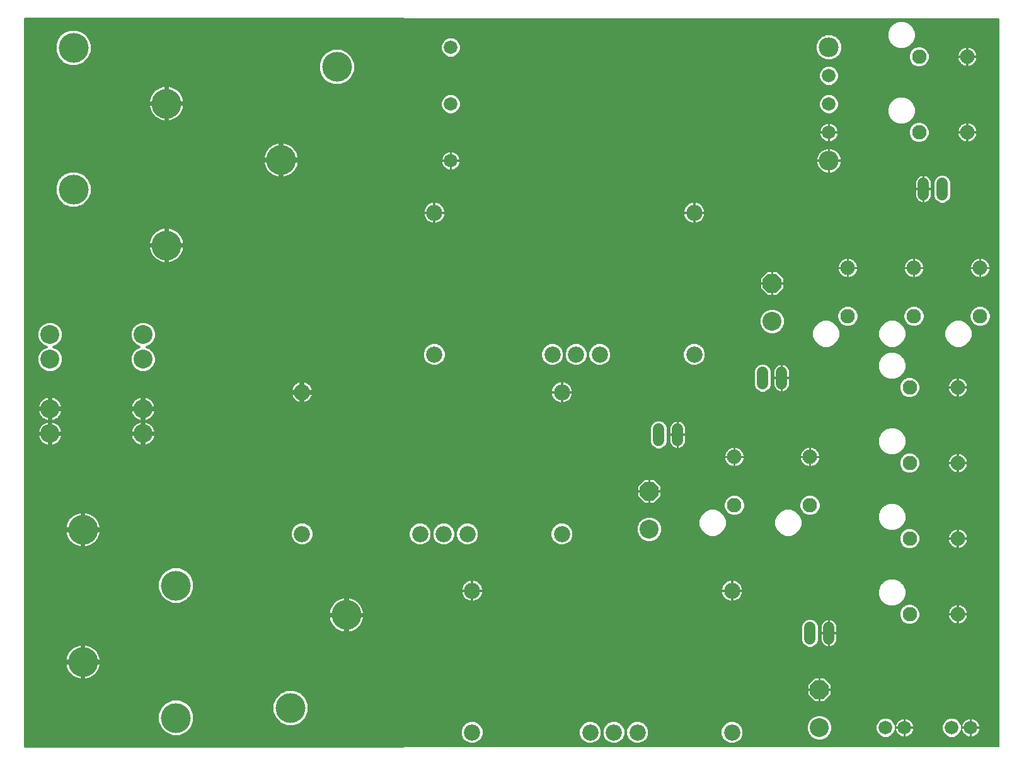
<source format=gbl>
G75*
%MOIN*%
%OFA0B0*%
%FSLAX25Y25*%
%IPPOS*%
%LPD*%
%AMOC8*
5,1,8,0,0,1.08239X$1,22.5*
%
%ADD10C,0.10000*%
%ADD11OC8,0.10000*%
%ADD12C,0.15748*%
%ADD13C,0.07677*%
%ADD14C,0.07200*%
%ADD15C,0.10500*%
%ADD16C,0.08600*%
%ADD17C,0.05937*%
%ADD18C,0.01200*%
%ADD19C,0.00600*%
%ADD20C,0.02978*%
D10*
X0023992Y0186591D03*
X0023992Y0199701D03*
X0023992Y0225961D03*
X0023992Y0239071D03*
X0073205Y0239071D03*
X0073205Y0225961D03*
X0073205Y0199701D03*
X0073205Y0186591D03*
X0341000Y0136000D03*
X0431000Y0031000D03*
X0406000Y0246000D03*
D11*
X0406000Y0266000D03*
X0341000Y0156000D03*
X0431000Y0051000D03*
D12*
X0180764Y0090606D03*
X0151236Y0041394D03*
X0090606Y0036236D03*
X0041394Y0065764D03*
X0090606Y0106236D03*
X0041394Y0135764D03*
X0085606Y0286236D03*
X0036394Y0315764D03*
X0085606Y0361236D03*
X0036394Y0390764D03*
X0146236Y0331394D03*
X0175764Y0380606D03*
D13*
X0386000Y0174268D03*
X0386000Y0148677D03*
X0426000Y0148677D03*
X0426000Y0174268D03*
X0478677Y0171000D03*
X0504268Y0171000D03*
X0504268Y0131000D03*
X0478677Y0131000D03*
X0478677Y0091000D03*
X0504268Y0091000D03*
X0504268Y0211000D03*
X0478677Y0211000D03*
X0481000Y0248677D03*
X0481000Y0274268D03*
X0446000Y0274268D03*
X0446000Y0248677D03*
X0516000Y0248677D03*
X0516000Y0274268D03*
X0509268Y0346000D03*
X0483677Y0346000D03*
X0483677Y0386000D03*
X0509268Y0386000D03*
D14*
X0436000Y0376000D03*
X0436000Y0361000D03*
X0436000Y0346000D03*
X0236000Y0331000D03*
X0236000Y0361000D03*
X0236000Y0391000D03*
X0466000Y0031000D03*
X0476000Y0031000D03*
X0501000Y0031000D03*
X0511000Y0031000D03*
D15*
X0436000Y0331000D03*
X0436000Y0391000D03*
D16*
X0364750Y0303500D03*
X0364750Y0228500D03*
X0314750Y0228500D03*
X0302250Y0228500D03*
X0289750Y0228500D03*
X0294750Y0208500D03*
X0227250Y0228500D03*
X0157250Y0208500D03*
X0157250Y0133500D03*
X0219750Y0133500D03*
X0232250Y0133500D03*
X0244750Y0133500D03*
X0247250Y0103500D03*
X0294750Y0133500D03*
X0384750Y0103500D03*
X0384750Y0028500D03*
X0334750Y0028500D03*
X0322250Y0028500D03*
X0309750Y0028500D03*
X0247250Y0028500D03*
X0227250Y0303500D03*
D17*
X0346000Y0188969D02*
X0346000Y0183031D01*
X0356000Y0183031D02*
X0356000Y0188969D01*
X0401000Y0213031D02*
X0401000Y0218969D01*
X0411000Y0218969D02*
X0411000Y0213031D01*
X0486000Y0313031D02*
X0486000Y0318969D01*
X0496000Y0318969D02*
X0496000Y0313031D01*
X0436000Y0083969D02*
X0436000Y0078031D01*
X0426000Y0078031D02*
X0426000Y0083969D01*
D18*
X0211000Y0021000D02*
X0011000Y0021000D01*
X0011000Y0406000D01*
X0211000Y0406000D01*
X0211000Y0021000D01*
X0211000Y0021375D02*
X0011000Y0021375D01*
X0011000Y0022573D02*
X0211000Y0022573D01*
X0211000Y0023772D02*
X0011000Y0023772D01*
X0011000Y0024970D02*
X0211000Y0024970D01*
X0211000Y0026169D02*
X0011000Y0026169D01*
X0011000Y0027367D02*
X0086738Y0027367D01*
X0085126Y0028035D02*
X0088682Y0026562D01*
X0092531Y0026562D01*
X0096086Y0028035D01*
X0098808Y0030756D01*
X0100280Y0034312D01*
X0100280Y0038160D01*
X0098808Y0041716D01*
X0096086Y0044437D01*
X0092531Y0045910D01*
X0088682Y0045910D01*
X0085126Y0044437D01*
X0082405Y0041716D01*
X0080932Y0038160D01*
X0080932Y0034312D01*
X0082405Y0030756D01*
X0085126Y0028035D01*
X0084596Y0028566D02*
X0011000Y0028566D01*
X0011000Y0029764D02*
X0083397Y0029764D01*
X0082320Y0030963D02*
X0011000Y0030963D01*
X0011000Y0032161D02*
X0081823Y0032161D01*
X0081327Y0033360D02*
X0011000Y0033360D01*
X0011000Y0034558D02*
X0080932Y0034558D01*
X0080932Y0035757D02*
X0011000Y0035757D01*
X0011000Y0036955D02*
X0080932Y0036955D01*
X0080932Y0038154D02*
X0011000Y0038154D01*
X0011000Y0039352D02*
X0081426Y0039352D01*
X0081922Y0040551D02*
X0011000Y0040551D01*
X0011000Y0041749D02*
X0082438Y0041749D01*
X0083637Y0042948D02*
X0011000Y0042948D01*
X0011000Y0044146D02*
X0084835Y0044146D01*
X0087317Y0045345D02*
X0011000Y0045345D01*
X0011000Y0046543D02*
X0142898Y0046543D01*
X0143035Y0046874D02*
X0141562Y0043318D01*
X0141562Y0039469D01*
X0143035Y0035914D01*
X0145756Y0033192D01*
X0149312Y0031720D01*
X0153160Y0031720D01*
X0156716Y0033192D01*
X0159437Y0035914D01*
X0160910Y0039469D01*
X0160910Y0043318D01*
X0159437Y0046874D01*
X0156716Y0049595D01*
X0153160Y0051068D01*
X0149312Y0051068D01*
X0145756Y0049595D01*
X0143035Y0046874D01*
X0143903Y0047742D02*
X0011000Y0047742D01*
X0011000Y0048940D02*
X0145102Y0048940D01*
X0147070Y0050139D02*
X0011000Y0050139D01*
X0011000Y0051337D02*
X0211000Y0051337D01*
X0211000Y0050139D02*
X0155403Y0050139D01*
X0157371Y0048940D02*
X0211000Y0048940D01*
X0211000Y0047742D02*
X0158569Y0047742D01*
X0159574Y0046543D02*
X0211000Y0046543D01*
X0211000Y0045345D02*
X0160071Y0045345D01*
X0160567Y0044146D02*
X0211000Y0044146D01*
X0211000Y0042948D02*
X0160910Y0042948D01*
X0160910Y0041749D02*
X0211000Y0041749D01*
X0211000Y0040551D02*
X0160910Y0040551D01*
X0160862Y0039352D02*
X0211000Y0039352D01*
X0211000Y0038154D02*
X0160365Y0038154D01*
X0159869Y0036955D02*
X0211000Y0036955D01*
X0211000Y0035757D02*
X0159280Y0035757D01*
X0158082Y0034558D02*
X0211000Y0034558D01*
X0211000Y0033360D02*
X0156883Y0033360D01*
X0154227Y0032161D02*
X0211000Y0032161D01*
X0211000Y0030963D02*
X0098893Y0030963D01*
X0099389Y0032161D02*
X0148246Y0032161D01*
X0145589Y0033360D02*
X0099886Y0033360D01*
X0100280Y0034558D02*
X0144390Y0034558D01*
X0143192Y0035757D02*
X0100280Y0035757D01*
X0100280Y0036955D02*
X0142604Y0036955D01*
X0142107Y0038154D02*
X0100280Y0038154D01*
X0099787Y0039352D02*
X0141611Y0039352D01*
X0141562Y0040551D02*
X0099290Y0040551D01*
X0098774Y0041749D02*
X0141562Y0041749D01*
X0141562Y0042948D02*
X0097576Y0042948D01*
X0096377Y0044146D02*
X0141905Y0044146D01*
X0142402Y0045345D02*
X0093895Y0045345D01*
X0097815Y0029764D02*
X0211000Y0029764D01*
X0211000Y0028566D02*
X0096617Y0028566D01*
X0094474Y0027367D02*
X0211000Y0027367D01*
X0211000Y0052536D02*
X0011000Y0052536D01*
X0011000Y0053734D02*
X0211000Y0053734D01*
X0211000Y0054933D02*
X0011000Y0054933D01*
X0011000Y0056132D02*
X0211000Y0056132D01*
X0211000Y0057330D02*
X0045716Y0057330D01*
X0045984Y0057459D02*
X0046885Y0058025D01*
X0047717Y0058688D01*
X0048469Y0059441D01*
X0049133Y0060273D01*
X0049699Y0061174D01*
X0050160Y0062133D01*
X0050512Y0063137D01*
X0050749Y0064174D01*
X0050860Y0065164D01*
X0041994Y0065164D01*
X0041994Y0066364D01*
X0050860Y0066364D01*
X0050749Y0067353D01*
X0050512Y0068391D01*
X0050160Y0069395D01*
X0049699Y0070354D01*
X0049133Y0071255D01*
X0048469Y0072087D01*
X0047717Y0072839D01*
X0046885Y0073503D01*
X0045984Y0074069D01*
X0045025Y0074530D01*
X0044021Y0074882D01*
X0042983Y0075119D01*
X0041994Y0075230D01*
X0041994Y0066364D01*
X0040794Y0066364D01*
X0040794Y0075230D01*
X0039804Y0075119D01*
X0038767Y0074882D01*
X0037762Y0074530D01*
X0036804Y0074069D01*
X0035903Y0073503D01*
X0035071Y0072839D01*
X0034318Y0072087D01*
X0033655Y0071255D01*
X0033089Y0070354D01*
X0032627Y0069395D01*
X0032276Y0068391D01*
X0032039Y0067353D01*
X0031927Y0066364D01*
X0040794Y0066364D01*
X0040794Y0065164D01*
X0041994Y0065164D01*
X0041994Y0056297D01*
X0042983Y0056409D01*
X0044021Y0056646D01*
X0045025Y0056997D01*
X0045984Y0057459D01*
X0047516Y0058529D02*
X0211000Y0058529D01*
X0211000Y0059727D02*
X0048697Y0059727D01*
X0049543Y0060926D02*
X0211000Y0060926D01*
X0211000Y0062124D02*
X0050156Y0062124D01*
X0050554Y0063323D02*
X0211000Y0063323D01*
X0211000Y0064521D02*
X0050788Y0064521D01*
X0050798Y0066918D02*
X0211000Y0066918D01*
X0211000Y0065720D02*
X0041994Y0065720D01*
X0041994Y0066918D02*
X0040794Y0066918D01*
X0040794Y0065720D02*
X0011000Y0065720D01*
X0011000Y0066918D02*
X0031990Y0066918D01*
X0032213Y0068117D02*
X0011000Y0068117D01*
X0011000Y0069315D02*
X0032599Y0069315D01*
X0033189Y0070514D02*
X0011000Y0070514D01*
X0011000Y0071712D02*
X0034020Y0071712D01*
X0035161Y0072911D02*
X0011000Y0072911D01*
X0011000Y0074109D02*
X0036888Y0074109D01*
X0040794Y0074109D02*
X0041994Y0074109D01*
X0041994Y0072911D02*
X0040794Y0072911D01*
X0040794Y0071712D02*
X0041994Y0071712D01*
X0041994Y0070514D02*
X0040794Y0070514D01*
X0040794Y0069315D02*
X0041994Y0069315D01*
X0041994Y0068117D02*
X0040794Y0068117D01*
X0040794Y0065164D02*
X0031927Y0065164D01*
X0032039Y0064174D01*
X0032276Y0063137D01*
X0032627Y0062133D01*
X0033089Y0061174D01*
X0033655Y0060273D01*
X0034318Y0059441D01*
X0035071Y0058688D01*
X0035903Y0058025D01*
X0036804Y0057459D01*
X0037762Y0056997D01*
X0038767Y0056646D01*
X0039804Y0056409D01*
X0040794Y0056297D01*
X0040794Y0065164D01*
X0040794Y0064521D02*
X0041994Y0064521D01*
X0041994Y0063323D02*
X0040794Y0063323D01*
X0040794Y0062124D02*
X0041994Y0062124D01*
X0041994Y0060926D02*
X0040794Y0060926D01*
X0040794Y0059727D02*
X0041994Y0059727D01*
X0041994Y0058529D02*
X0040794Y0058529D01*
X0040794Y0057330D02*
X0041994Y0057330D01*
X0037071Y0057330D02*
X0011000Y0057330D01*
X0011000Y0058529D02*
X0035271Y0058529D01*
X0034090Y0059727D02*
X0011000Y0059727D01*
X0011000Y0060926D02*
X0033245Y0060926D01*
X0032631Y0062124D02*
X0011000Y0062124D01*
X0011000Y0063323D02*
X0032233Y0063323D01*
X0032000Y0064521D02*
X0011000Y0064521D01*
X0011000Y0075308D02*
X0211000Y0075308D01*
X0211000Y0076506D02*
X0011000Y0076506D01*
X0011000Y0077705D02*
X0211000Y0077705D01*
X0211000Y0078903D02*
X0011000Y0078903D01*
X0011000Y0080102D02*
X0211000Y0080102D01*
X0211000Y0081300D02*
X0182567Y0081300D01*
X0182353Y0081251D02*
X0183391Y0081488D01*
X0184395Y0081840D01*
X0185354Y0082301D01*
X0186255Y0082867D01*
X0187087Y0083531D01*
X0187839Y0084283D01*
X0188503Y0085115D01*
X0189069Y0086016D01*
X0189530Y0086975D01*
X0189882Y0087979D01*
X0190119Y0089017D01*
X0190230Y0090006D01*
X0181364Y0090006D01*
X0181364Y0091206D01*
X0190230Y0091206D01*
X0190119Y0092196D01*
X0189882Y0093233D01*
X0189530Y0094238D01*
X0189069Y0095196D01*
X0188503Y0096097D01*
X0187839Y0096929D01*
X0187087Y0097682D01*
X0186255Y0098345D01*
X0185354Y0098911D01*
X0184395Y0099373D01*
X0183391Y0099724D01*
X0182353Y0099961D01*
X0181364Y0100073D01*
X0181364Y0091206D01*
X0180164Y0091206D01*
X0180164Y0090006D01*
X0181364Y0090006D01*
X0181364Y0081140D01*
X0182353Y0081251D01*
X0181364Y0081300D02*
X0180164Y0081300D01*
X0180164Y0081140D02*
X0180164Y0090006D01*
X0171297Y0090006D01*
X0171409Y0089017D01*
X0171646Y0087979D01*
X0171997Y0086975D01*
X0172459Y0086016D01*
X0173025Y0085115D01*
X0173688Y0084283D01*
X0174441Y0083531D01*
X0175273Y0082867D01*
X0176174Y0082301D01*
X0177133Y0081840D01*
X0178137Y0081488D01*
X0179174Y0081251D01*
X0180164Y0081140D01*
X0178960Y0081300D02*
X0011000Y0081300D01*
X0011000Y0082499D02*
X0175860Y0082499D01*
X0174275Y0083697D02*
X0011000Y0083697D01*
X0011000Y0084896D02*
X0173200Y0084896D01*
X0172421Y0086094D02*
X0011000Y0086094D01*
X0011000Y0087293D02*
X0171886Y0087293D01*
X0171529Y0088491D02*
X0011000Y0088491D01*
X0011000Y0089690D02*
X0171333Y0089690D01*
X0171297Y0091206D02*
X0180164Y0091206D01*
X0180164Y0100073D01*
X0179174Y0099961D01*
X0178137Y0099724D01*
X0177133Y0099373D01*
X0176174Y0098911D01*
X0175273Y0098345D01*
X0174441Y0097682D01*
X0173688Y0096929D01*
X0173025Y0096097D01*
X0172459Y0095196D01*
X0171997Y0094238D01*
X0171646Y0093233D01*
X0171409Y0092196D01*
X0171297Y0091206D01*
X0171397Y0092087D02*
X0011000Y0092087D01*
X0011000Y0093285D02*
X0171664Y0093285D01*
X0172116Y0094484D02*
X0011000Y0094484D01*
X0011000Y0095682D02*
X0172764Y0095682D01*
X0173650Y0096881D02*
X0093300Y0096881D01*
X0092531Y0096562D02*
X0096086Y0098035D01*
X0098808Y0100756D01*
X0100280Y0104312D01*
X0100280Y0108160D01*
X0098808Y0111716D01*
X0096086Y0114437D01*
X0092531Y0115910D01*
X0088682Y0115910D01*
X0085126Y0114437D01*
X0082405Y0111716D01*
X0080932Y0108160D01*
X0080932Y0104312D01*
X0082405Y0100756D01*
X0085126Y0098035D01*
X0088682Y0096562D01*
X0092531Y0096562D01*
X0096131Y0098079D02*
X0174940Y0098079D01*
X0176935Y0099278D02*
X0097329Y0099278D01*
X0098528Y0100476D02*
X0211000Y0100476D01*
X0211000Y0099278D02*
X0184592Y0099278D01*
X0186588Y0098079D02*
X0211000Y0098079D01*
X0211000Y0096881D02*
X0187878Y0096881D01*
X0188763Y0095682D02*
X0211000Y0095682D01*
X0211000Y0094484D02*
X0189412Y0094484D01*
X0189864Y0093285D02*
X0211000Y0093285D01*
X0211000Y0092087D02*
X0190131Y0092087D01*
X0190194Y0089690D02*
X0211000Y0089690D01*
X0211000Y0090888D02*
X0181364Y0090888D01*
X0181364Y0089690D02*
X0180164Y0089690D01*
X0180164Y0090888D02*
X0011000Y0090888D01*
X0011000Y0096881D02*
X0087913Y0096881D01*
X0085082Y0098079D02*
X0011000Y0098079D01*
X0011000Y0099278D02*
X0083883Y0099278D01*
X0082685Y0100476D02*
X0011000Y0100476D01*
X0011000Y0101675D02*
X0082025Y0101675D01*
X0081528Y0102873D02*
X0011000Y0102873D01*
X0011000Y0104072D02*
X0081032Y0104072D01*
X0080932Y0105270D02*
X0011000Y0105270D01*
X0011000Y0106469D02*
X0080932Y0106469D01*
X0080932Y0107668D02*
X0011000Y0107668D01*
X0011000Y0108866D02*
X0081225Y0108866D01*
X0081721Y0110065D02*
X0011000Y0110065D01*
X0011000Y0111263D02*
X0082217Y0111263D01*
X0083151Y0112462D02*
X0011000Y0112462D01*
X0011000Y0113660D02*
X0084349Y0113660D01*
X0086143Y0114859D02*
X0011000Y0114859D01*
X0011000Y0116057D02*
X0211000Y0116057D01*
X0211000Y0114859D02*
X0095069Y0114859D01*
X0096864Y0113660D02*
X0211000Y0113660D01*
X0211000Y0112462D02*
X0098062Y0112462D01*
X0098995Y0111263D02*
X0211000Y0111263D01*
X0211000Y0110065D02*
X0099492Y0110065D01*
X0099988Y0108866D02*
X0211000Y0108866D01*
X0211000Y0107668D02*
X0100280Y0107668D01*
X0100280Y0106469D02*
X0211000Y0106469D01*
X0211000Y0105270D02*
X0100280Y0105270D01*
X0100181Y0104072D02*
X0211000Y0104072D01*
X0211000Y0102873D02*
X0099684Y0102873D01*
X0099188Y0101675D02*
X0211000Y0101675D01*
X0211000Y0088491D02*
X0189999Y0088491D01*
X0189642Y0087293D02*
X0211000Y0087293D01*
X0211000Y0086094D02*
X0189106Y0086094D01*
X0188328Y0084896D02*
X0211000Y0084896D01*
X0211000Y0083697D02*
X0187253Y0083697D01*
X0185668Y0082499D02*
X0211000Y0082499D01*
X0211000Y0074109D02*
X0045900Y0074109D01*
X0047627Y0072911D02*
X0211000Y0072911D01*
X0211000Y0071712D02*
X0048768Y0071712D01*
X0049598Y0070514D02*
X0211000Y0070514D01*
X0211000Y0069315D02*
X0050188Y0069315D01*
X0050574Y0068117D02*
X0211000Y0068117D01*
X0181364Y0082499D02*
X0180164Y0082499D01*
X0180164Y0083697D02*
X0181364Y0083697D01*
X0181364Y0084896D02*
X0180164Y0084896D01*
X0180164Y0086094D02*
X0181364Y0086094D01*
X0181364Y0087293D02*
X0180164Y0087293D01*
X0180164Y0088491D02*
X0181364Y0088491D01*
X0181364Y0092087D02*
X0180164Y0092087D01*
X0180164Y0093285D02*
X0181364Y0093285D01*
X0181364Y0094484D02*
X0180164Y0094484D01*
X0180164Y0095682D02*
X0181364Y0095682D01*
X0181364Y0096881D02*
X0180164Y0096881D01*
X0180164Y0098079D02*
X0181364Y0098079D01*
X0181364Y0099278D02*
X0180164Y0099278D01*
X0211000Y0117256D02*
X0011000Y0117256D01*
X0011000Y0118454D02*
X0211000Y0118454D01*
X0211000Y0119653D02*
X0011000Y0119653D01*
X0011000Y0120851D02*
X0211000Y0120851D01*
X0211000Y0122050D02*
X0011000Y0122050D01*
X0011000Y0123248D02*
X0211000Y0123248D01*
X0211000Y0124447D02*
X0011000Y0124447D01*
X0011000Y0125645D02*
X0211000Y0125645D01*
X0211000Y0126844D02*
X0044586Y0126844D01*
X0045025Y0126997D02*
X0045984Y0127459D01*
X0046885Y0128025D01*
X0047717Y0128688D01*
X0048469Y0129441D01*
X0049133Y0130273D01*
X0049699Y0131174D01*
X0050160Y0132133D01*
X0050512Y0133137D01*
X0050749Y0134174D01*
X0050860Y0135164D01*
X0041994Y0135164D01*
X0041994Y0136364D01*
X0050860Y0136364D01*
X0050749Y0137353D01*
X0050512Y0138391D01*
X0050160Y0139395D01*
X0049699Y0140354D01*
X0049133Y0141255D01*
X0048469Y0142087D01*
X0047717Y0142839D01*
X0046885Y0143503D01*
X0045984Y0144069D01*
X0045025Y0144530D01*
X0044021Y0144882D01*
X0042983Y0145119D01*
X0041994Y0145230D01*
X0041994Y0136364D01*
X0040794Y0136364D01*
X0040794Y0145230D01*
X0039804Y0145119D01*
X0038767Y0144882D01*
X0037762Y0144530D01*
X0036804Y0144069D01*
X0035903Y0143503D01*
X0035071Y0142839D01*
X0034318Y0142087D01*
X0033655Y0141255D01*
X0033089Y0140354D01*
X0032627Y0139395D01*
X0032276Y0138391D01*
X0032039Y0137353D01*
X0031927Y0136364D01*
X0040794Y0136364D01*
X0040794Y0135164D01*
X0041994Y0135164D01*
X0041994Y0126297D01*
X0042983Y0126409D01*
X0044021Y0126646D01*
X0045025Y0126997D01*
X0046906Y0128042D02*
X0154486Y0128042D01*
X0153795Y0128329D02*
X0156037Y0127400D01*
X0158463Y0127400D01*
X0160705Y0128329D01*
X0162421Y0130045D01*
X0163350Y0132287D01*
X0163350Y0134713D01*
X0162421Y0136955D01*
X0160705Y0138671D01*
X0158463Y0139600D01*
X0156037Y0139600D01*
X0153795Y0138671D01*
X0152079Y0136955D01*
X0151150Y0134713D01*
X0151150Y0132287D01*
X0152079Y0130045D01*
X0153795Y0128329D01*
X0152883Y0129241D02*
X0048269Y0129241D01*
X0049237Y0130439D02*
X0151915Y0130439D01*
X0151419Y0131638D02*
X0049922Y0131638D01*
X0050407Y0132836D02*
X0151150Y0132836D01*
X0151150Y0134035D02*
X0050717Y0134035D01*
X0050852Y0136432D02*
X0151862Y0136432D01*
X0151365Y0135233D02*
X0041994Y0135233D01*
X0041994Y0134035D02*
X0040794Y0134035D01*
X0040794Y0135164D02*
X0040794Y0126297D01*
X0039804Y0126409D01*
X0038767Y0126646D01*
X0037762Y0126997D01*
X0036804Y0127459D01*
X0035903Y0128025D01*
X0035071Y0128688D01*
X0034318Y0129441D01*
X0033655Y0130273D01*
X0033089Y0131174D01*
X0032627Y0132133D01*
X0032276Y0133137D01*
X0032039Y0134174D01*
X0031927Y0135164D01*
X0040794Y0135164D01*
X0040794Y0135233D02*
X0011000Y0135233D01*
X0011000Y0134035D02*
X0032071Y0134035D01*
X0032381Y0132836D02*
X0011000Y0132836D01*
X0011000Y0131638D02*
X0032865Y0131638D01*
X0033550Y0130439D02*
X0011000Y0130439D01*
X0011000Y0129241D02*
X0034518Y0129241D01*
X0035881Y0128042D02*
X0011000Y0128042D01*
X0011000Y0126844D02*
X0038201Y0126844D01*
X0040794Y0126844D02*
X0041994Y0126844D01*
X0041994Y0128042D02*
X0040794Y0128042D01*
X0040794Y0129241D02*
X0041994Y0129241D01*
X0041994Y0130439D02*
X0040794Y0130439D01*
X0040794Y0131638D02*
X0041994Y0131638D01*
X0041994Y0132836D02*
X0040794Y0132836D01*
X0040794Y0136432D02*
X0041994Y0136432D01*
X0041994Y0137630D02*
X0040794Y0137630D01*
X0040794Y0138829D02*
X0041994Y0138829D01*
X0041994Y0140027D02*
X0040794Y0140027D01*
X0040794Y0141226D02*
X0041994Y0141226D01*
X0041994Y0142424D02*
X0040794Y0142424D01*
X0040794Y0143623D02*
X0041994Y0143623D01*
X0041994Y0144821D02*
X0040794Y0144821D01*
X0038594Y0144821D02*
X0011000Y0144821D01*
X0011000Y0143623D02*
X0036094Y0143623D01*
X0034656Y0142424D02*
X0011000Y0142424D01*
X0011000Y0141226D02*
X0033637Y0141226D01*
X0032932Y0140027D02*
X0011000Y0140027D01*
X0011000Y0138829D02*
X0032429Y0138829D01*
X0032102Y0137630D02*
X0011000Y0137630D01*
X0011000Y0136432D02*
X0031935Y0136432D01*
X0044193Y0144821D02*
X0211000Y0144821D01*
X0211000Y0143623D02*
X0046693Y0143623D01*
X0048131Y0142424D02*
X0211000Y0142424D01*
X0211000Y0141226D02*
X0049151Y0141226D01*
X0049856Y0140027D02*
X0211000Y0140027D01*
X0211000Y0138829D02*
X0160325Y0138829D01*
X0161746Y0137630D02*
X0211000Y0137630D01*
X0211000Y0136432D02*
X0162638Y0136432D01*
X0163135Y0135233D02*
X0211000Y0135233D01*
X0211000Y0134035D02*
X0163350Y0134035D01*
X0163350Y0132836D02*
X0211000Y0132836D01*
X0211000Y0131638D02*
X0163081Y0131638D01*
X0162585Y0130439D02*
X0211000Y0130439D01*
X0211000Y0129241D02*
X0161617Y0129241D01*
X0160014Y0128042D02*
X0211000Y0128042D01*
X0211000Y0146020D02*
X0011000Y0146020D01*
X0011000Y0147218D02*
X0211000Y0147218D01*
X0211000Y0148417D02*
X0011000Y0148417D01*
X0011000Y0149615D02*
X0211000Y0149615D01*
X0211000Y0150814D02*
X0011000Y0150814D01*
X0011000Y0152012D02*
X0211000Y0152012D01*
X0211000Y0153211D02*
X0011000Y0153211D01*
X0011000Y0154409D02*
X0211000Y0154409D01*
X0211000Y0155608D02*
X0011000Y0155608D01*
X0011000Y0156806D02*
X0211000Y0156806D01*
X0211000Y0158005D02*
X0011000Y0158005D01*
X0011000Y0159203D02*
X0211000Y0159203D01*
X0211000Y0160402D02*
X0011000Y0160402D01*
X0011000Y0161601D02*
X0211000Y0161601D01*
X0211000Y0162799D02*
X0011000Y0162799D01*
X0011000Y0163998D02*
X0211000Y0163998D01*
X0211000Y0165196D02*
X0011000Y0165196D01*
X0011000Y0166395D02*
X0211000Y0166395D01*
X0211000Y0167593D02*
X0011000Y0167593D01*
X0011000Y0168792D02*
X0211000Y0168792D01*
X0211000Y0169990D02*
X0011000Y0169990D01*
X0011000Y0171189D02*
X0211000Y0171189D01*
X0211000Y0172387D02*
X0011000Y0172387D01*
X0011000Y0173586D02*
X0211000Y0173586D01*
X0211000Y0174784D02*
X0011000Y0174784D01*
X0011000Y0175983D02*
X0211000Y0175983D01*
X0211000Y0177181D02*
X0011000Y0177181D01*
X0011000Y0178380D02*
X0211000Y0178380D01*
X0211000Y0179578D02*
X0011000Y0179578D01*
X0011000Y0180777D02*
X0020862Y0180777D01*
X0021067Y0180658D02*
X0021866Y0180327D01*
X0022702Y0180103D01*
X0023392Y0180013D01*
X0023392Y0185990D01*
X0024592Y0185990D01*
X0024592Y0180013D01*
X0025282Y0180103D01*
X0026118Y0180327D01*
X0026917Y0180658D01*
X0027667Y0181091D01*
X0028353Y0181618D01*
X0028965Y0182230D01*
X0029492Y0182916D01*
X0029924Y0183665D01*
X0030255Y0184464D01*
X0030479Y0185300D01*
X0030570Y0185991D01*
X0024592Y0185991D01*
X0024592Y0187191D01*
X0023392Y0187191D01*
X0023392Y0193168D01*
X0023392Y0199101D01*
X0017414Y0199101D01*
X0017505Y0198410D01*
X0017729Y0197575D01*
X0018060Y0196775D01*
X0018493Y0196026D01*
X0019019Y0195340D01*
X0019631Y0194728D01*
X0020317Y0194201D01*
X0021067Y0193769D01*
X0021866Y0193438D01*
X0022702Y0193214D01*
X0023219Y0193146D01*
X0022702Y0193078D01*
X0021866Y0192854D01*
X0021067Y0192523D01*
X0020317Y0192090D01*
X0019631Y0191563D01*
X0011000Y0191563D01*
X0011000Y0190365D02*
X0018569Y0190365D01*
X0018493Y0190265D02*
X0018060Y0189516D01*
X0017729Y0188717D01*
X0017505Y0187881D01*
X0017414Y0187191D01*
X0023392Y0187191D01*
X0023392Y0185991D01*
X0017414Y0185991D01*
X0017505Y0185300D01*
X0017729Y0184464D01*
X0018060Y0183665D01*
X0018493Y0182916D01*
X0019019Y0182230D01*
X0019631Y0181618D01*
X0020317Y0181091D01*
X0021067Y0180658D01*
X0019274Y0181975D02*
X0011000Y0181975D01*
X0011000Y0183174D02*
X0018344Y0183174D01*
X0017767Y0184372D02*
X0011000Y0184372D01*
X0011000Y0185571D02*
X0017469Y0185571D01*
X0017528Y0187968D02*
X0011000Y0187968D01*
X0011000Y0189166D02*
X0017915Y0189166D01*
X0018493Y0190265D02*
X0019019Y0190952D01*
X0019631Y0191563D01*
X0021644Y0192762D02*
X0011000Y0192762D01*
X0011000Y0193960D02*
X0020735Y0193960D01*
X0019200Y0195159D02*
X0011000Y0195159D01*
X0011000Y0196357D02*
X0018301Y0196357D01*
X0017737Y0197556D02*
X0011000Y0197556D01*
X0011000Y0198754D02*
X0017460Y0198754D01*
X0017414Y0200301D02*
X0023392Y0200301D01*
X0023392Y0206279D01*
X0022702Y0206188D01*
X0021866Y0205964D01*
X0021067Y0205633D01*
X0020317Y0205200D01*
X0019631Y0204674D01*
X0019019Y0204062D01*
X0018493Y0203375D01*
X0018060Y0202626D01*
X0017729Y0201827D01*
X0017505Y0200991D01*
X0017414Y0200301D01*
X0017548Y0201151D02*
X0011000Y0201151D01*
X0011000Y0199953D02*
X0023392Y0199953D01*
X0023392Y0200301D02*
X0023392Y0199101D01*
X0024592Y0199101D01*
X0024592Y0200301D01*
X0023392Y0200301D01*
X0023392Y0201151D02*
X0024592Y0201151D01*
X0024592Y0200301D02*
X0024592Y0206279D01*
X0025282Y0206188D01*
X0026118Y0205964D01*
X0026917Y0205633D01*
X0027667Y0205200D01*
X0028353Y0204674D01*
X0028965Y0204062D01*
X0029492Y0203375D01*
X0029924Y0202626D01*
X0030255Y0201827D01*
X0030479Y0200991D01*
X0030570Y0200301D01*
X0024592Y0200301D01*
X0024592Y0199953D02*
X0072605Y0199953D01*
X0072605Y0200301D02*
X0072605Y0199101D01*
X0066627Y0199101D01*
X0066718Y0198410D01*
X0066942Y0197575D01*
X0067273Y0196775D01*
X0067705Y0196026D01*
X0068232Y0195340D01*
X0068844Y0194728D01*
X0069530Y0194201D01*
X0070279Y0193769D01*
X0071079Y0193438D01*
X0071914Y0193214D01*
X0072431Y0193146D01*
X0071914Y0193078D01*
X0071079Y0192854D01*
X0070279Y0192523D01*
X0069530Y0192090D01*
X0068844Y0191563D01*
X0028353Y0191563D01*
X0027667Y0192090D01*
X0026917Y0192523D01*
X0026118Y0192854D01*
X0025282Y0193078D01*
X0024766Y0193146D01*
X0025282Y0193214D01*
X0026118Y0193438D01*
X0026917Y0193769D01*
X0027667Y0194201D01*
X0028353Y0194728D01*
X0028965Y0195340D01*
X0029492Y0196026D01*
X0029924Y0196775D01*
X0030255Y0197575D01*
X0030479Y0198410D01*
X0030570Y0199101D01*
X0024592Y0199101D01*
X0024592Y0187191D01*
X0030570Y0187191D01*
X0030479Y0187881D01*
X0030255Y0188717D01*
X0029924Y0189516D01*
X0029492Y0190265D01*
X0028965Y0190952D01*
X0028353Y0191563D01*
X0029415Y0190365D02*
X0067782Y0190365D01*
X0067705Y0190265D02*
X0067273Y0189516D01*
X0066942Y0188717D01*
X0066718Y0187881D01*
X0066627Y0187191D01*
X0072605Y0187191D01*
X0072605Y0193168D01*
X0072605Y0199101D01*
X0073805Y0199101D01*
X0073805Y0200301D01*
X0079783Y0200301D01*
X0079692Y0200991D01*
X0079468Y0201827D01*
X0079137Y0202626D01*
X0078704Y0203375D01*
X0078178Y0204062D01*
X0077566Y0204674D01*
X0076879Y0205200D01*
X0076130Y0205633D01*
X0075331Y0205964D01*
X0074495Y0206188D01*
X0073805Y0206279D01*
X0073805Y0200301D01*
X0072605Y0200301D01*
X0072605Y0206279D01*
X0071914Y0206188D01*
X0071079Y0205964D01*
X0070279Y0205633D01*
X0069530Y0205200D01*
X0068844Y0204674D01*
X0068232Y0204062D01*
X0067705Y0203375D01*
X0067273Y0202626D01*
X0066942Y0201827D01*
X0066718Y0200991D01*
X0066627Y0200301D01*
X0072605Y0200301D01*
X0072605Y0201151D02*
X0073805Y0201151D01*
X0073805Y0199953D02*
X0211000Y0199953D01*
X0211000Y0201151D02*
X0079649Y0201151D01*
X0079251Y0202350D02*
X0211000Y0202350D01*
X0211000Y0203548D02*
X0160472Y0203548D01*
X0160342Y0203454D02*
X0161094Y0204000D01*
X0161750Y0204656D01*
X0162296Y0205408D01*
X0162718Y0206235D01*
X0163005Y0207118D01*
X0163128Y0207900D01*
X0157850Y0207900D01*
X0157850Y0209100D01*
X0156650Y0209100D01*
X0156650Y0214378D01*
X0155868Y0214255D01*
X0154985Y0213968D01*
X0154158Y0213546D01*
X0153406Y0213000D01*
X0152750Y0212344D01*
X0152204Y0211592D01*
X0151782Y0210765D01*
X0151495Y0209882D01*
X0151371Y0209100D01*
X0156650Y0209100D01*
X0156650Y0207900D01*
X0151371Y0207900D01*
X0151495Y0207118D01*
X0151782Y0206235D01*
X0152204Y0205408D01*
X0152750Y0204656D01*
X0153406Y0204000D01*
X0154158Y0203454D01*
X0154985Y0203032D01*
X0155868Y0202745D01*
X0156650Y0202621D01*
X0156650Y0207900D01*
X0157850Y0207900D01*
X0157850Y0202621D01*
X0158632Y0202745D01*
X0159515Y0203032D01*
X0160342Y0203454D01*
X0161816Y0204747D02*
X0211000Y0204747D01*
X0211000Y0205945D02*
X0162570Y0205945D01*
X0163009Y0207144D02*
X0211000Y0207144D01*
X0211000Y0208342D02*
X0157850Y0208342D01*
X0157850Y0209100D02*
X0163128Y0209100D01*
X0163005Y0209882D01*
X0162718Y0210765D01*
X0162296Y0211592D01*
X0161750Y0212344D01*
X0161094Y0213000D01*
X0160342Y0213546D01*
X0159515Y0213968D01*
X0158632Y0214255D01*
X0157850Y0214378D01*
X0157850Y0209100D01*
X0157850Y0209541D02*
X0156650Y0209541D01*
X0156650Y0210739D02*
X0157850Y0210739D01*
X0157850Y0211938D02*
X0156650Y0211938D01*
X0156650Y0213137D02*
X0157850Y0213137D01*
X0157850Y0214335D02*
X0156650Y0214335D01*
X0156375Y0214335D02*
X0011000Y0214335D01*
X0011000Y0213137D02*
X0153594Y0213137D01*
X0152455Y0211938D02*
X0011000Y0211938D01*
X0011000Y0210739D02*
X0151774Y0210739D01*
X0151441Y0209541D02*
X0011000Y0209541D01*
X0011000Y0208342D02*
X0156650Y0208342D01*
X0156650Y0207144D02*
X0157850Y0207144D01*
X0157850Y0205945D02*
X0156650Y0205945D01*
X0156650Y0204747D02*
X0157850Y0204747D01*
X0157850Y0203548D02*
X0156650Y0203548D01*
X0154028Y0203548D02*
X0078571Y0203548D01*
X0077470Y0204747D02*
X0152684Y0204747D01*
X0151930Y0205945D02*
X0075375Y0205945D01*
X0073805Y0205945D02*
X0072605Y0205945D01*
X0072605Y0204747D02*
X0073805Y0204747D01*
X0073805Y0203548D02*
X0072605Y0203548D01*
X0072605Y0202350D02*
X0073805Y0202350D01*
X0073805Y0199101D02*
X0079783Y0199101D01*
X0079692Y0198410D01*
X0079468Y0197575D01*
X0079137Y0196775D01*
X0078704Y0196026D01*
X0078178Y0195340D01*
X0077566Y0194728D01*
X0076879Y0194201D01*
X0076130Y0193769D01*
X0075331Y0193438D01*
X0074495Y0193214D01*
X0073978Y0193146D01*
X0074495Y0193078D01*
X0075331Y0192854D01*
X0076130Y0192523D01*
X0076879Y0192090D01*
X0077566Y0191563D01*
X0211000Y0191563D01*
X0211000Y0190365D02*
X0078628Y0190365D01*
X0078704Y0190265D02*
X0078178Y0190952D01*
X0077566Y0191563D01*
X0078704Y0190265D02*
X0079137Y0189516D01*
X0079468Y0188717D01*
X0079692Y0187881D01*
X0079783Y0187191D01*
X0073805Y0187191D01*
X0072605Y0187191D01*
X0072605Y0185991D01*
X0066627Y0185991D01*
X0066718Y0185300D01*
X0066942Y0184464D01*
X0067273Y0183665D01*
X0067705Y0182916D01*
X0068232Y0182230D01*
X0068844Y0181618D01*
X0069530Y0181091D01*
X0070279Y0180658D01*
X0071079Y0180327D01*
X0071914Y0180103D01*
X0072605Y0180013D01*
X0072605Y0185990D01*
X0073805Y0185990D01*
X0073805Y0180013D01*
X0074495Y0180103D01*
X0075331Y0180327D01*
X0076130Y0180658D01*
X0076879Y0181091D01*
X0077566Y0181618D01*
X0078178Y0182230D01*
X0078704Y0182916D01*
X0079137Y0183665D01*
X0079468Y0184464D01*
X0079692Y0185300D01*
X0079783Y0185991D01*
X0073805Y0185991D01*
X0073805Y0187191D01*
X0073805Y0199101D01*
X0073805Y0198754D02*
X0072605Y0198754D01*
X0072605Y0197556D02*
X0073805Y0197556D01*
X0073805Y0196357D02*
X0072605Y0196357D01*
X0072605Y0195159D02*
X0073805Y0195159D01*
X0073805Y0193960D02*
X0072605Y0193960D01*
X0072605Y0192762D02*
X0073805Y0192762D01*
X0073805Y0191563D02*
X0072605Y0191563D01*
X0072605Y0190365D02*
X0073805Y0190365D01*
X0073805Y0189166D02*
X0072605Y0189166D01*
X0072605Y0187968D02*
X0073805Y0187968D01*
X0073805Y0186769D02*
X0211000Y0186769D01*
X0211000Y0185571D02*
X0079727Y0185571D01*
X0079430Y0184372D02*
X0211000Y0184372D01*
X0211000Y0183174D02*
X0078853Y0183174D01*
X0077923Y0181975D02*
X0211000Y0181975D01*
X0211000Y0180777D02*
X0076335Y0180777D01*
X0073805Y0180777D02*
X0072605Y0180777D01*
X0072605Y0181975D02*
X0073805Y0181975D01*
X0073805Y0183174D02*
X0072605Y0183174D01*
X0072605Y0184372D02*
X0073805Y0184372D01*
X0073805Y0185571D02*
X0072605Y0185571D01*
X0072605Y0186769D02*
X0024592Y0186769D01*
X0024592Y0185571D02*
X0023392Y0185571D01*
X0023392Y0186769D02*
X0011000Y0186769D01*
X0023392Y0187968D02*
X0024592Y0187968D01*
X0024592Y0189166D02*
X0023392Y0189166D01*
X0023392Y0190365D02*
X0024592Y0190365D01*
X0024592Y0191563D02*
X0023392Y0191563D01*
X0023392Y0192762D02*
X0024592Y0192762D01*
X0024592Y0193960D02*
X0023392Y0193960D01*
X0023392Y0195159D02*
X0024592Y0195159D01*
X0024592Y0196357D02*
X0023392Y0196357D01*
X0023392Y0197556D02*
X0024592Y0197556D01*
X0024592Y0198754D02*
X0023392Y0198754D01*
X0023392Y0202350D02*
X0024592Y0202350D01*
X0024592Y0203548D02*
X0023392Y0203548D01*
X0023392Y0204747D02*
X0024592Y0204747D01*
X0024592Y0205945D02*
X0023392Y0205945D01*
X0021821Y0205945D02*
X0011000Y0205945D01*
X0011000Y0204747D02*
X0019727Y0204747D01*
X0018625Y0203548D02*
X0011000Y0203548D01*
X0011000Y0202350D02*
X0017946Y0202350D01*
X0011000Y0207144D02*
X0151491Y0207144D01*
X0158125Y0214335D02*
X0211000Y0214335D01*
X0211000Y0213137D02*
X0160906Y0213137D01*
X0162045Y0211938D02*
X0211000Y0211938D01*
X0211000Y0210739D02*
X0162726Y0210739D01*
X0163059Y0209541D02*
X0211000Y0209541D01*
X0211000Y0215534D02*
X0011000Y0215534D01*
X0011000Y0216732D02*
X0211000Y0216732D01*
X0211000Y0217931D02*
X0011000Y0217931D01*
X0011000Y0219129D02*
X0211000Y0219129D01*
X0211000Y0220328D02*
X0077188Y0220328D01*
X0077057Y0220196D02*
X0078969Y0222109D01*
X0080005Y0224608D01*
X0080005Y0227313D01*
X0078969Y0229813D01*
X0077057Y0231725D01*
X0075148Y0232516D01*
X0077057Y0233306D01*
X0078969Y0235219D01*
X0080005Y0237718D01*
X0080005Y0240423D01*
X0078969Y0242923D01*
X0077057Y0244836D01*
X0074557Y0245871D01*
X0071852Y0245871D01*
X0069353Y0244836D01*
X0067440Y0242923D01*
X0066405Y0240423D01*
X0066405Y0237718D01*
X0067440Y0235219D01*
X0069353Y0233306D01*
X0071261Y0232516D01*
X0069353Y0231725D01*
X0067440Y0229813D01*
X0066405Y0227313D01*
X0066405Y0224608D01*
X0067440Y0222109D01*
X0069353Y0220196D01*
X0071852Y0219161D01*
X0074557Y0219161D01*
X0077057Y0220196D01*
X0078387Y0221526D02*
X0211000Y0221526D01*
X0211000Y0222725D02*
X0079225Y0222725D01*
X0079721Y0223923D02*
X0211000Y0223923D01*
X0211000Y0225122D02*
X0080005Y0225122D01*
X0080005Y0226320D02*
X0211000Y0226320D01*
X0211000Y0227519D02*
X0079920Y0227519D01*
X0079423Y0228717D02*
X0211000Y0228717D01*
X0211000Y0229916D02*
X0078866Y0229916D01*
X0077668Y0231114D02*
X0211000Y0231114D01*
X0211000Y0232313D02*
X0075639Y0232313D01*
X0077262Y0233511D02*
X0211000Y0233511D01*
X0211000Y0234710D02*
X0078460Y0234710D01*
X0079255Y0235908D02*
X0211000Y0235908D01*
X0211000Y0237107D02*
X0079751Y0237107D01*
X0080005Y0238305D02*
X0211000Y0238305D01*
X0211000Y0239504D02*
X0080005Y0239504D01*
X0079889Y0240702D02*
X0211000Y0240702D01*
X0211000Y0241901D02*
X0079393Y0241901D01*
X0078793Y0243099D02*
X0211000Y0243099D01*
X0211000Y0244298D02*
X0077594Y0244298D01*
X0075462Y0245496D02*
X0211000Y0245496D01*
X0211000Y0246695D02*
X0011000Y0246695D01*
X0011000Y0247893D02*
X0211000Y0247893D01*
X0211000Y0249092D02*
X0011000Y0249092D01*
X0011000Y0250290D02*
X0211000Y0250290D01*
X0211000Y0251489D02*
X0011000Y0251489D01*
X0011000Y0252687D02*
X0211000Y0252687D01*
X0211000Y0253886D02*
X0011000Y0253886D01*
X0011000Y0255084D02*
X0211000Y0255084D01*
X0211000Y0256283D02*
X0011000Y0256283D01*
X0011000Y0257481D02*
X0211000Y0257481D01*
X0211000Y0258680D02*
X0011000Y0258680D01*
X0011000Y0259878D02*
X0211000Y0259878D01*
X0211000Y0261077D02*
X0011000Y0261077D01*
X0011000Y0262275D02*
X0211000Y0262275D01*
X0211000Y0263474D02*
X0011000Y0263474D01*
X0011000Y0264672D02*
X0211000Y0264672D01*
X0211000Y0265871D02*
X0011000Y0265871D01*
X0011000Y0267070D02*
X0211000Y0267070D01*
X0211000Y0268268D02*
X0011000Y0268268D01*
X0011000Y0269467D02*
X0211000Y0269467D01*
X0211000Y0270665D02*
X0011000Y0270665D01*
X0011000Y0271864D02*
X0211000Y0271864D01*
X0211000Y0273062D02*
X0011000Y0273062D01*
X0011000Y0274261D02*
X0211000Y0274261D01*
X0211000Y0275459D02*
X0011000Y0275459D01*
X0011000Y0276658D02*
X0211000Y0276658D01*
X0211000Y0277856D02*
X0090040Y0277856D01*
X0090196Y0277931D02*
X0091097Y0278497D01*
X0091929Y0279161D01*
X0092682Y0279913D01*
X0093345Y0280745D01*
X0093911Y0281646D01*
X0094373Y0282605D01*
X0094724Y0283609D01*
X0094961Y0284647D01*
X0095073Y0285636D01*
X0086206Y0285636D01*
X0086206Y0276770D01*
X0087196Y0276881D01*
X0088233Y0277118D01*
X0089238Y0277470D01*
X0090196Y0277931D01*
X0091796Y0279055D02*
X0211000Y0279055D01*
X0211000Y0280253D02*
X0092953Y0280253D01*
X0093789Y0281452D02*
X0211000Y0281452D01*
X0211000Y0282650D02*
X0094389Y0282650D01*
X0094779Y0283849D02*
X0211000Y0283849D01*
X0211000Y0285047D02*
X0095006Y0285047D01*
X0095073Y0286836D02*
X0094961Y0287826D01*
X0094724Y0288863D01*
X0094373Y0289867D01*
X0093911Y0290826D01*
X0093345Y0291727D01*
X0092682Y0292559D01*
X0091929Y0293312D01*
X0091097Y0293975D01*
X0090196Y0294541D01*
X0089238Y0295003D01*
X0088233Y0295354D01*
X0087196Y0295591D01*
X0086206Y0295703D01*
X0086206Y0286836D01*
X0085006Y0286836D01*
X0085006Y0285636D01*
X0076140Y0285636D01*
X0076251Y0284647D01*
X0076488Y0283609D01*
X0076840Y0282605D01*
X0077301Y0281646D01*
X0077867Y0280745D01*
X0078531Y0279913D01*
X0079283Y0279161D01*
X0080115Y0278497D01*
X0081016Y0277931D01*
X0081975Y0277470D01*
X0082979Y0277118D01*
X0084017Y0276881D01*
X0085006Y0276770D01*
X0085006Y0285636D01*
X0086206Y0285636D01*
X0086206Y0286836D01*
X0095073Y0286836D01*
X0095004Y0287444D02*
X0211000Y0287444D01*
X0211000Y0286246D02*
X0086206Y0286246D01*
X0086206Y0287444D02*
X0085006Y0287444D01*
X0085006Y0286836D02*
X0085006Y0295703D01*
X0084017Y0295591D01*
X0082979Y0295354D01*
X0081975Y0295003D01*
X0081016Y0294541D01*
X0080115Y0293975D01*
X0079283Y0293312D01*
X0078531Y0292559D01*
X0077867Y0291727D01*
X0077301Y0290826D01*
X0076840Y0289867D01*
X0076488Y0288863D01*
X0076251Y0287826D01*
X0076140Y0286836D01*
X0085006Y0286836D01*
X0085006Y0286246D02*
X0011000Y0286246D01*
X0011000Y0287444D02*
X0076208Y0287444D01*
X0076438Y0288643D02*
X0011000Y0288643D01*
X0011000Y0289841D02*
X0076830Y0289841D01*
X0077436Y0291040D02*
X0011000Y0291040D01*
X0011000Y0292238D02*
X0078275Y0292238D01*
X0079440Y0293437D02*
X0011000Y0293437D01*
X0011000Y0294635D02*
X0081212Y0294635D01*
X0085006Y0294635D02*
X0086206Y0294635D01*
X0086206Y0293437D02*
X0085006Y0293437D01*
X0085006Y0292238D02*
X0086206Y0292238D01*
X0086206Y0291040D02*
X0085006Y0291040D01*
X0085006Y0289841D02*
X0086206Y0289841D01*
X0086206Y0288643D02*
X0085006Y0288643D01*
X0085006Y0285047D02*
X0086206Y0285047D01*
X0086206Y0283849D02*
X0085006Y0283849D01*
X0085006Y0282650D02*
X0086206Y0282650D01*
X0086206Y0281452D02*
X0085006Y0281452D01*
X0085006Y0280253D02*
X0086206Y0280253D01*
X0086206Y0279055D02*
X0085006Y0279055D01*
X0085006Y0277856D02*
X0086206Y0277856D01*
X0081172Y0277856D02*
X0011000Y0277856D01*
X0011000Y0279055D02*
X0079417Y0279055D01*
X0078260Y0280253D02*
X0011000Y0280253D01*
X0011000Y0281452D02*
X0077424Y0281452D01*
X0076824Y0282650D02*
X0011000Y0282650D01*
X0011000Y0283849D02*
X0076434Y0283849D01*
X0076206Y0285047D02*
X0011000Y0285047D01*
X0011000Y0295834D02*
X0211000Y0295834D01*
X0211000Y0297032D02*
X0011000Y0297032D01*
X0011000Y0298231D02*
X0211000Y0298231D01*
X0211000Y0299429D02*
X0011000Y0299429D01*
X0011000Y0300628D02*
X0211000Y0300628D01*
X0211000Y0301826D02*
X0011000Y0301826D01*
X0011000Y0303025D02*
X0211000Y0303025D01*
X0211000Y0304223D02*
X0011000Y0304223D01*
X0011000Y0305422D02*
X0211000Y0305422D01*
X0211000Y0306620D02*
X0039599Y0306620D01*
X0038318Y0306090D02*
X0041874Y0307563D01*
X0044595Y0310284D01*
X0046068Y0313839D01*
X0046068Y0317688D01*
X0044595Y0321244D01*
X0041874Y0323965D01*
X0038318Y0325438D01*
X0034469Y0325438D01*
X0030914Y0323965D01*
X0028192Y0321244D01*
X0026720Y0317688D01*
X0026720Y0313839D01*
X0028192Y0310284D01*
X0030914Y0307563D01*
X0034469Y0306090D01*
X0038318Y0306090D01*
X0042130Y0307819D02*
X0211000Y0307819D01*
X0211000Y0309017D02*
X0043328Y0309017D01*
X0044527Y0310216D02*
X0211000Y0310216D01*
X0211000Y0311414D02*
X0045063Y0311414D01*
X0045560Y0312613D02*
X0211000Y0312613D01*
X0211000Y0313811D02*
X0046056Y0313811D01*
X0046068Y0315010D02*
X0211000Y0315010D01*
X0211000Y0316208D02*
X0046068Y0316208D01*
X0046068Y0317407D02*
X0211000Y0317407D01*
X0211000Y0318605D02*
X0045688Y0318605D01*
X0045191Y0319804D02*
X0211000Y0319804D01*
X0211000Y0321003D02*
X0044695Y0321003D01*
X0043638Y0322201D02*
X0143936Y0322201D01*
X0143609Y0322276D02*
X0144647Y0322039D01*
X0145636Y0321927D01*
X0145636Y0330794D01*
X0136770Y0330794D01*
X0136881Y0329804D01*
X0137118Y0328767D01*
X0137470Y0327762D01*
X0137931Y0326804D01*
X0138497Y0325903D01*
X0139161Y0325071D01*
X0139913Y0324318D01*
X0140745Y0323655D01*
X0141646Y0323089D01*
X0142605Y0322627D01*
X0143609Y0322276D01*
X0145636Y0322201D02*
X0146836Y0322201D01*
X0146836Y0321927D02*
X0147826Y0322039D01*
X0148863Y0322276D01*
X0149867Y0322627D01*
X0150826Y0323089D01*
X0151727Y0323655D01*
X0152559Y0324318D01*
X0153312Y0325071D01*
X0153975Y0325903D01*
X0154541Y0326804D01*
X0155003Y0327762D01*
X0155354Y0328767D01*
X0155591Y0329804D01*
X0155703Y0330794D01*
X0146836Y0330794D01*
X0146836Y0331994D01*
X0145636Y0331994D01*
X0145636Y0340860D01*
X0144647Y0340749D01*
X0143609Y0340512D01*
X0142605Y0340160D01*
X0141646Y0339699D01*
X0140745Y0339133D01*
X0139913Y0338469D01*
X0139161Y0337717D01*
X0138497Y0336885D01*
X0137931Y0335984D01*
X0137470Y0335025D01*
X0137118Y0334021D01*
X0136881Y0332983D01*
X0136770Y0331994D01*
X0145636Y0331994D01*
X0145636Y0330794D01*
X0146836Y0330794D01*
X0146836Y0321927D01*
X0146836Y0323400D02*
X0145636Y0323400D01*
X0145636Y0324598D02*
X0146836Y0324598D01*
X0146836Y0325797D02*
X0145636Y0325797D01*
X0145636Y0326995D02*
X0146836Y0326995D01*
X0146836Y0328194D02*
X0145636Y0328194D01*
X0145636Y0329392D02*
X0146836Y0329392D01*
X0146836Y0330591D02*
X0145636Y0330591D01*
X0145636Y0331789D02*
X0011000Y0331789D01*
X0011000Y0330591D02*
X0136793Y0330591D01*
X0136975Y0329392D02*
X0011000Y0329392D01*
X0011000Y0328194D02*
X0137319Y0328194D01*
X0137839Y0326995D02*
X0011000Y0326995D01*
X0011000Y0325797D02*
X0138582Y0325797D01*
X0139634Y0324598D02*
X0040345Y0324598D01*
X0042439Y0323400D02*
X0141152Y0323400D01*
X0148536Y0322201D02*
X0211000Y0322201D01*
X0211000Y0323400D02*
X0151321Y0323400D01*
X0152839Y0324598D02*
X0211000Y0324598D01*
X0211000Y0325797D02*
X0153890Y0325797D01*
X0154633Y0326995D02*
X0211000Y0326995D01*
X0211000Y0328194D02*
X0155154Y0328194D01*
X0155497Y0329392D02*
X0211000Y0329392D01*
X0211000Y0330591D02*
X0155680Y0330591D01*
X0155703Y0331994D02*
X0155591Y0332983D01*
X0155354Y0334021D01*
X0155003Y0335025D01*
X0154541Y0335984D01*
X0153975Y0336885D01*
X0153312Y0337717D01*
X0152559Y0338469D01*
X0151727Y0339133D01*
X0150826Y0339699D01*
X0149867Y0340160D01*
X0148863Y0340512D01*
X0147826Y0340749D01*
X0146836Y0340860D01*
X0146836Y0331994D01*
X0155703Y0331994D01*
X0155590Y0332988D02*
X0211000Y0332988D01*
X0211000Y0334186D02*
X0155296Y0334186D01*
X0154830Y0335385D02*
X0211000Y0335385D01*
X0211000Y0336583D02*
X0154164Y0336583D01*
X0153247Y0337782D02*
X0211000Y0337782D01*
X0211000Y0338980D02*
X0151918Y0338980D01*
X0149815Y0340179D02*
X0211000Y0340179D01*
X0211000Y0341377D02*
X0011000Y0341377D01*
X0011000Y0340179D02*
X0142657Y0340179D01*
X0140554Y0338980D02*
X0011000Y0338980D01*
X0011000Y0337782D02*
X0139226Y0337782D01*
X0138308Y0336583D02*
X0011000Y0336583D01*
X0011000Y0335385D02*
X0137643Y0335385D01*
X0137176Y0334186D02*
X0011000Y0334186D01*
X0011000Y0332988D02*
X0136882Y0332988D01*
X0145636Y0332988D02*
X0146836Y0332988D01*
X0146836Y0334186D02*
X0145636Y0334186D01*
X0145636Y0335385D02*
X0146836Y0335385D01*
X0146836Y0336583D02*
X0145636Y0336583D01*
X0145636Y0337782D02*
X0146836Y0337782D01*
X0146836Y0338980D02*
X0145636Y0338980D01*
X0145636Y0340179D02*
X0146836Y0340179D01*
X0146836Y0331789D02*
X0211000Y0331789D01*
X0211000Y0342576D02*
X0011000Y0342576D01*
X0011000Y0343774D02*
X0211000Y0343774D01*
X0211000Y0344973D02*
X0011000Y0344973D01*
X0011000Y0346171D02*
X0211000Y0346171D01*
X0211000Y0347370D02*
X0011000Y0347370D01*
X0011000Y0348568D02*
X0211000Y0348568D01*
X0211000Y0349767D02*
X0011000Y0349767D01*
X0011000Y0350965D02*
X0211000Y0350965D01*
X0211000Y0352164D02*
X0088364Y0352164D01*
X0088233Y0352118D02*
X0089238Y0352470D01*
X0090196Y0352931D01*
X0091097Y0353497D01*
X0091929Y0354161D01*
X0092682Y0354913D01*
X0093345Y0355745D01*
X0093911Y0356646D01*
X0094373Y0357605D01*
X0094724Y0358609D01*
X0094961Y0359647D01*
X0095073Y0360636D01*
X0086206Y0360636D01*
X0086206Y0351770D01*
X0087196Y0351881D01*
X0088233Y0352118D01*
X0086206Y0352164D02*
X0085006Y0352164D01*
X0085006Y0351770D02*
X0085006Y0360636D01*
X0076140Y0360636D01*
X0076251Y0359647D01*
X0076488Y0358609D01*
X0076840Y0357605D01*
X0077301Y0356646D01*
X0077867Y0355745D01*
X0078531Y0354913D01*
X0079283Y0354161D01*
X0080115Y0353497D01*
X0081016Y0352931D01*
X0081975Y0352470D01*
X0082979Y0352118D01*
X0084017Y0351881D01*
X0085006Y0351770D01*
X0085006Y0353362D02*
X0086206Y0353362D01*
X0086206Y0354561D02*
X0085006Y0354561D01*
X0085006Y0355759D02*
X0086206Y0355759D01*
X0086206Y0356958D02*
X0085006Y0356958D01*
X0085006Y0358156D02*
X0086206Y0358156D01*
X0086206Y0359355D02*
X0085006Y0359355D01*
X0085006Y0360553D02*
X0086206Y0360553D01*
X0086206Y0360636D02*
X0085006Y0360636D01*
X0085006Y0361836D01*
X0076140Y0361836D01*
X0076251Y0362826D01*
X0076488Y0363863D01*
X0076840Y0364867D01*
X0077301Y0365826D01*
X0077867Y0366727D01*
X0078531Y0367559D01*
X0079283Y0368312D01*
X0080115Y0368975D01*
X0081016Y0369541D01*
X0081975Y0370003D01*
X0082979Y0370354D01*
X0084017Y0370591D01*
X0085006Y0370703D01*
X0085006Y0361836D01*
X0086206Y0361836D01*
X0086206Y0370703D01*
X0087196Y0370591D01*
X0088233Y0370354D01*
X0089238Y0370003D01*
X0090196Y0369541D01*
X0091097Y0368975D01*
X0091929Y0368312D01*
X0092682Y0367559D01*
X0093345Y0366727D01*
X0093911Y0365826D01*
X0094373Y0364867D01*
X0094724Y0363863D01*
X0094961Y0362826D01*
X0095073Y0361836D01*
X0086206Y0361836D01*
X0086206Y0360636D01*
X0086206Y0361752D02*
X0211000Y0361752D01*
X0211000Y0362950D02*
X0094933Y0362950D01*
X0094624Y0364149D02*
X0211000Y0364149D01*
X0211000Y0365347D02*
X0094142Y0365347D01*
X0093459Y0366546D02*
X0211000Y0366546D01*
X0211000Y0367744D02*
X0092496Y0367744D01*
X0091137Y0368943D02*
X0211000Y0368943D01*
X0211000Y0370141D02*
X0088841Y0370141D01*
X0086206Y0370141D02*
X0085006Y0370141D01*
X0085006Y0368943D02*
X0086206Y0368943D01*
X0086206Y0367744D02*
X0085006Y0367744D01*
X0085006Y0366546D02*
X0086206Y0366546D01*
X0086206Y0365347D02*
X0085006Y0365347D01*
X0085006Y0364149D02*
X0086206Y0364149D01*
X0086206Y0362950D02*
X0085006Y0362950D01*
X0085006Y0361752D02*
X0011000Y0361752D01*
X0011000Y0362950D02*
X0076280Y0362950D01*
X0076588Y0364149D02*
X0011000Y0364149D01*
X0011000Y0365347D02*
X0077071Y0365347D01*
X0077754Y0366546D02*
X0011000Y0366546D01*
X0011000Y0367744D02*
X0078716Y0367744D01*
X0080075Y0368943D02*
X0011000Y0368943D01*
X0011000Y0370141D02*
X0082371Y0370141D01*
X0076149Y0360553D02*
X0011000Y0360553D01*
X0011000Y0359355D02*
X0076318Y0359355D01*
X0076647Y0358156D02*
X0011000Y0358156D01*
X0011000Y0356958D02*
X0077151Y0356958D01*
X0077859Y0355759D02*
X0011000Y0355759D01*
X0011000Y0354561D02*
X0078883Y0354561D01*
X0080330Y0353362D02*
X0011000Y0353362D01*
X0011000Y0352164D02*
X0082849Y0352164D01*
X0090882Y0353362D02*
X0211000Y0353362D01*
X0211000Y0354561D02*
X0092329Y0354561D01*
X0093354Y0355759D02*
X0211000Y0355759D01*
X0211000Y0356958D02*
X0094061Y0356958D01*
X0094566Y0358156D02*
X0211000Y0358156D01*
X0211000Y0359355D02*
X0094895Y0359355D01*
X0095063Y0360553D02*
X0211000Y0360553D01*
X0211000Y0371340D02*
X0178672Y0371340D01*
X0177688Y0370932D02*
X0181244Y0372405D01*
X0183965Y0375126D01*
X0185438Y0378682D01*
X0185438Y0382531D01*
X0183965Y0386086D01*
X0181244Y0388808D01*
X0177688Y0390280D01*
X0173839Y0390280D01*
X0170284Y0388808D01*
X0167563Y0386086D01*
X0166090Y0382531D01*
X0166090Y0378682D01*
X0167563Y0375126D01*
X0170284Y0372405D01*
X0173839Y0370932D01*
X0177688Y0370932D01*
X0181377Y0372539D02*
X0211000Y0372539D01*
X0211000Y0373737D02*
X0182576Y0373737D01*
X0183774Y0374936D02*
X0211000Y0374936D01*
X0211000Y0376134D02*
X0184382Y0376134D01*
X0184879Y0377333D02*
X0211000Y0377333D01*
X0211000Y0378531D02*
X0185375Y0378531D01*
X0185438Y0379730D02*
X0211000Y0379730D01*
X0211000Y0380928D02*
X0185438Y0380928D01*
X0185438Y0382127D02*
X0211000Y0382127D01*
X0211000Y0383325D02*
X0185109Y0383325D01*
X0184612Y0384524D02*
X0211000Y0384524D01*
X0211000Y0385722D02*
X0184116Y0385722D01*
X0183131Y0386921D02*
X0211000Y0386921D01*
X0211000Y0388119D02*
X0181932Y0388119D01*
X0180012Y0389318D02*
X0211000Y0389318D01*
X0211000Y0390516D02*
X0046068Y0390516D01*
X0046068Y0389318D02*
X0171516Y0389318D01*
X0169596Y0388119D02*
X0045769Y0388119D01*
X0046068Y0388839D02*
X0044595Y0385284D01*
X0041874Y0382563D01*
X0038318Y0381090D01*
X0034469Y0381090D01*
X0030914Y0382563D01*
X0028192Y0385284D01*
X0026720Y0388839D01*
X0026720Y0392688D01*
X0028192Y0396244D01*
X0030914Y0398965D01*
X0034469Y0400438D01*
X0038318Y0400438D01*
X0041874Y0398965D01*
X0044595Y0396244D01*
X0046068Y0392688D01*
X0046068Y0388839D01*
X0045273Y0386921D02*
X0168397Y0386921D01*
X0167412Y0385722D02*
X0044776Y0385722D01*
X0043835Y0384524D02*
X0166915Y0384524D01*
X0166419Y0383325D02*
X0042636Y0383325D01*
X0040821Y0382127D02*
X0166090Y0382127D01*
X0166090Y0380928D02*
X0011000Y0380928D01*
X0011000Y0379730D02*
X0166090Y0379730D01*
X0166152Y0378531D02*
X0011000Y0378531D01*
X0011000Y0377333D02*
X0166649Y0377333D01*
X0167145Y0376134D02*
X0011000Y0376134D01*
X0011000Y0374936D02*
X0167753Y0374936D01*
X0168952Y0373737D02*
X0011000Y0373737D01*
X0011000Y0372539D02*
X0170150Y0372539D01*
X0172855Y0371340D02*
X0011000Y0371340D01*
X0011000Y0382127D02*
X0031966Y0382127D01*
X0030151Y0383325D02*
X0011000Y0383325D01*
X0011000Y0384524D02*
X0028953Y0384524D01*
X0028011Y0385722D02*
X0011000Y0385722D01*
X0011000Y0386921D02*
X0027514Y0386921D01*
X0027018Y0388119D02*
X0011000Y0388119D01*
X0011000Y0389318D02*
X0026720Y0389318D01*
X0026720Y0390516D02*
X0011000Y0390516D01*
X0011000Y0391715D02*
X0026720Y0391715D01*
X0026813Y0392913D02*
X0011000Y0392913D01*
X0011000Y0394112D02*
X0027309Y0394112D01*
X0027806Y0395310D02*
X0011000Y0395310D01*
X0011000Y0396509D02*
X0028458Y0396509D01*
X0029656Y0397707D02*
X0011000Y0397707D01*
X0011000Y0398906D02*
X0030855Y0398906D01*
X0033664Y0400104D02*
X0011000Y0400104D01*
X0011000Y0401303D02*
X0211000Y0401303D01*
X0211000Y0402501D02*
X0011000Y0402501D01*
X0011000Y0403700D02*
X0211000Y0403700D01*
X0211000Y0404898D02*
X0011000Y0404898D01*
X0039123Y0400104D02*
X0211000Y0400104D01*
X0211000Y0398906D02*
X0041933Y0398906D01*
X0043131Y0397707D02*
X0211000Y0397707D01*
X0211000Y0396509D02*
X0044330Y0396509D01*
X0044982Y0395310D02*
X0211000Y0395310D01*
X0211000Y0394112D02*
X0045478Y0394112D01*
X0045974Y0392913D02*
X0211000Y0392913D01*
X0211000Y0391715D02*
X0046068Y0391715D01*
X0032442Y0324598D02*
X0011000Y0324598D01*
X0011000Y0323400D02*
X0030348Y0323400D01*
X0029150Y0322201D02*
X0011000Y0322201D01*
X0011000Y0321003D02*
X0028093Y0321003D01*
X0027596Y0319804D02*
X0011000Y0319804D01*
X0011000Y0318605D02*
X0027100Y0318605D01*
X0026720Y0317407D02*
X0011000Y0317407D01*
X0011000Y0316208D02*
X0026720Y0316208D01*
X0026720Y0315010D02*
X0011000Y0315010D01*
X0011000Y0313811D02*
X0026731Y0313811D01*
X0027228Y0312613D02*
X0011000Y0312613D01*
X0011000Y0311414D02*
X0027724Y0311414D01*
X0028260Y0310216D02*
X0011000Y0310216D01*
X0011000Y0309017D02*
X0029459Y0309017D01*
X0030657Y0307819D02*
X0011000Y0307819D01*
X0011000Y0306620D02*
X0033188Y0306620D01*
X0090001Y0294635D02*
X0211000Y0294635D01*
X0211000Y0293437D02*
X0091772Y0293437D01*
X0092938Y0292238D02*
X0211000Y0292238D01*
X0211000Y0291040D02*
X0093777Y0291040D01*
X0094382Y0289841D02*
X0211000Y0289841D01*
X0211000Y0288643D02*
X0094775Y0288643D01*
X0070948Y0245496D02*
X0026249Y0245496D01*
X0025345Y0245871D02*
X0022640Y0245871D01*
X0020140Y0244836D01*
X0018227Y0242923D01*
X0017192Y0240423D01*
X0017192Y0237718D01*
X0018227Y0235219D01*
X0020140Y0233306D01*
X0022048Y0232516D01*
X0020140Y0231725D01*
X0018227Y0229813D01*
X0017192Y0227313D01*
X0017192Y0224608D01*
X0018227Y0222109D01*
X0020140Y0220196D01*
X0022640Y0219161D01*
X0025345Y0219161D01*
X0027844Y0220196D01*
X0029757Y0222109D01*
X0030792Y0224608D01*
X0030792Y0227313D01*
X0029757Y0229813D01*
X0027844Y0231725D01*
X0025936Y0232516D01*
X0027844Y0233306D01*
X0029757Y0235219D01*
X0030792Y0237718D01*
X0030792Y0240423D01*
X0029757Y0242923D01*
X0027844Y0244836D01*
X0025345Y0245871D01*
X0028382Y0244298D02*
X0068815Y0244298D01*
X0067616Y0243099D02*
X0029580Y0243099D01*
X0030180Y0241901D02*
X0067017Y0241901D01*
X0066520Y0240702D02*
X0030677Y0240702D01*
X0030792Y0239504D02*
X0066405Y0239504D01*
X0066405Y0238305D02*
X0030792Y0238305D01*
X0030539Y0237107D02*
X0066658Y0237107D01*
X0067154Y0235908D02*
X0030042Y0235908D01*
X0029248Y0234710D02*
X0067949Y0234710D01*
X0069148Y0233511D02*
X0028049Y0233511D01*
X0026426Y0232313D02*
X0070771Y0232313D01*
X0068742Y0231114D02*
X0028455Y0231114D01*
X0029654Y0229916D02*
X0067543Y0229916D01*
X0066986Y0228717D02*
X0030211Y0228717D01*
X0030707Y0227519D02*
X0066490Y0227519D01*
X0066405Y0226320D02*
X0030792Y0226320D01*
X0030792Y0225122D02*
X0066405Y0225122D01*
X0066688Y0223923D02*
X0030508Y0223923D01*
X0030012Y0222725D02*
X0067185Y0222725D01*
X0068023Y0221526D02*
X0029174Y0221526D01*
X0027976Y0220328D02*
X0069221Y0220328D01*
X0071034Y0205945D02*
X0026163Y0205945D01*
X0028258Y0204747D02*
X0068939Y0204747D01*
X0067838Y0203548D02*
X0029359Y0203548D01*
X0030039Y0202350D02*
X0067158Y0202350D01*
X0066761Y0201151D02*
X0030436Y0201151D01*
X0030524Y0198754D02*
X0066672Y0198754D01*
X0066949Y0197556D02*
X0030247Y0197556D01*
X0029683Y0196357D02*
X0067514Y0196357D01*
X0068413Y0195159D02*
X0028784Y0195159D01*
X0027249Y0193960D02*
X0069947Y0193960D01*
X0070857Y0192762D02*
X0026340Y0192762D01*
X0030069Y0189166D02*
X0067128Y0189166D01*
X0067705Y0190265D02*
X0068232Y0190952D01*
X0068844Y0191563D01*
X0066741Y0187968D02*
X0030456Y0187968D01*
X0030515Y0185571D02*
X0066682Y0185571D01*
X0066980Y0184372D02*
X0030217Y0184372D01*
X0029640Y0183174D02*
X0067556Y0183174D01*
X0068486Y0181975D02*
X0028711Y0181975D01*
X0027122Y0180777D02*
X0070075Y0180777D01*
X0079669Y0187968D02*
X0211000Y0187968D01*
X0211000Y0189166D02*
X0079282Y0189166D01*
X0075553Y0192762D02*
X0211000Y0192762D01*
X0211000Y0193960D02*
X0076462Y0193960D01*
X0077997Y0195159D02*
X0211000Y0195159D01*
X0211000Y0196357D02*
X0078895Y0196357D01*
X0079460Y0197556D02*
X0211000Y0197556D01*
X0211000Y0198754D02*
X0079737Y0198754D01*
X0024592Y0184372D02*
X0023392Y0184372D01*
X0023392Y0183174D02*
X0024592Y0183174D01*
X0024592Y0181975D02*
X0023392Y0181975D01*
X0023392Y0180777D02*
X0024592Y0180777D01*
X0020009Y0220328D02*
X0011000Y0220328D01*
X0011000Y0221526D02*
X0018810Y0221526D01*
X0017972Y0222725D02*
X0011000Y0222725D01*
X0011000Y0223923D02*
X0017476Y0223923D01*
X0017192Y0225122D02*
X0011000Y0225122D01*
X0011000Y0226320D02*
X0017192Y0226320D01*
X0017277Y0227519D02*
X0011000Y0227519D01*
X0011000Y0228717D02*
X0017774Y0228717D01*
X0018331Y0229916D02*
X0011000Y0229916D01*
X0011000Y0231114D02*
X0019529Y0231114D01*
X0021558Y0232313D02*
X0011000Y0232313D01*
X0011000Y0233511D02*
X0019935Y0233511D01*
X0018737Y0234710D02*
X0011000Y0234710D01*
X0011000Y0235908D02*
X0017942Y0235908D01*
X0017445Y0237107D02*
X0011000Y0237107D01*
X0011000Y0238305D02*
X0017192Y0238305D01*
X0017192Y0239504D02*
X0011000Y0239504D01*
X0011000Y0240702D02*
X0017308Y0240702D01*
X0017804Y0241901D02*
X0011000Y0241901D01*
X0011000Y0243099D02*
X0018404Y0243099D01*
X0019602Y0244298D02*
X0011000Y0244298D01*
X0011000Y0245496D02*
X0021735Y0245496D01*
X0050358Y0138829D02*
X0154175Y0138829D01*
X0152754Y0137630D02*
X0050685Y0137630D01*
D19*
X0204456Y0139855D02*
X0335662Y0139855D01*
X0335490Y0139682D02*
X0334500Y0137293D01*
X0334500Y0134707D01*
X0335490Y0132318D01*
X0337318Y0130490D01*
X0339707Y0129500D01*
X0342293Y0129500D01*
X0344682Y0130490D01*
X0346510Y0132318D01*
X0347500Y0134707D01*
X0347500Y0137293D01*
X0346510Y0139682D01*
X0344682Y0141510D01*
X0342293Y0142500D01*
X0339707Y0142500D01*
X0337318Y0141510D01*
X0335490Y0139682D01*
X0335313Y0139256D02*
X0296010Y0139256D01*
X0295904Y0139300D02*
X0293596Y0139300D01*
X0291465Y0138417D01*
X0289833Y0136785D01*
X0288950Y0134654D01*
X0288950Y0132346D01*
X0289833Y0130215D01*
X0291465Y0128583D01*
X0293596Y0127700D01*
X0295904Y0127700D01*
X0298035Y0128583D01*
X0299667Y0130215D01*
X0300550Y0132346D01*
X0300550Y0134654D01*
X0299667Y0136785D01*
X0298035Y0138417D01*
X0295904Y0139300D01*
X0297455Y0138658D02*
X0335065Y0138658D01*
X0334817Y0138059D02*
X0298393Y0138059D01*
X0298992Y0137461D02*
X0334569Y0137461D01*
X0334500Y0136862D02*
X0299590Y0136862D01*
X0299883Y0136264D02*
X0334500Y0136264D01*
X0334500Y0135665D02*
X0300131Y0135665D01*
X0300379Y0135067D02*
X0334500Y0135067D01*
X0334599Y0134468D02*
X0300550Y0134468D01*
X0300550Y0133870D02*
X0334847Y0133870D01*
X0335095Y0133271D02*
X0300550Y0133271D01*
X0300550Y0132672D02*
X0335343Y0132672D01*
X0335734Y0132074D02*
X0300437Y0132074D01*
X0300189Y0131475D02*
X0336332Y0131475D01*
X0336931Y0130877D02*
X0299941Y0130877D01*
X0299693Y0130278D02*
X0337828Y0130278D01*
X0339273Y0129680D02*
X0299132Y0129680D01*
X0298534Y0129081D02*
X0473693Y0129081D01*
X0473941Y0128483D02*
X0297794Y0128483D01*
X0296349Y0127884D02*
X0474243Y0127884D01*
X0474151Y0127976D02*
X0475653Y0126474D01*
X0477615Y0125661D01*
X0479739Y0125661D01*
X0481701Y0126474D01*
X0483203Y0127976D01*
X0484016Y0129938D01*
X0484016Y0132062D01*
X0483203Y0134024D01*
X0481701Y0135526D01*
X0479739Y0136339D01*
X0477615Y0136339D01*
X0475653Y0135526D01*
X0474151Y0134024D01*
X0473339Y0132062D01*
X0473339Y0129938D01*
X0474151Y0127976D01*
X0474841Y0127286D02*
X0204620Y0127286D01*
X0204612Y0127884D02*
X0218151Y0127884D01*
X0218596Y0127700D02*
X0220904Y0127700D01*
X0223035Y0128583D01*
X0224667Y0130215D01*
X0225550Y0132346D01*
X0225550Y0134654D01*
X0224667Y0136785D01*
X0223035Y0138417D01*
X0220904Y0139300D01*
X0218596Y0139300D01*
X0216465Y0138417D01*
X0214833Y0136785D01*
X0213950Y0134654D01*
X0213950Y0132346D01*
X0214833Y0130215D01*
X0216465Y0128583D01*
X0218596Y0127700D01*
X0216706Y0128483D02*
X0204604Y0128483D01*
X0204596Y0129081D02*
X0215966Y0129081D01*
X0215368Y0129680D02*
X0204589Y0129680D01*
X0204581Y0130278D02*
X0214807Y0130278D01*
X0214559Y0130877D02*
X0204573Y0130877D01*
X0204565Y0131475D02*
X0214311Y0131475D01*
X0214063Y0132074D02*
X0204557Y0132074D01*
X0204550Y0132672D02*
X0213950Y0132672D01*
X0213950Y0133271D02*
X0204542Y0133271D01*
X0204534Y0133870D02*
X0213950Y0133870D01*
X0213950Y0134468D02*
X0204526Y0134468D01*
X0204519Y0135067D02*
X0214121Y0135067D01*
X0214369Y0135665D02*
X0204511Y0135665D01*
X0204503Y0136264D02*
X0214617Y0136264D01*
X0214910Y0136862D02*
X0204495Y0136862D01*
X0204488Y0137461D02*
X0215508Y0137461D01*
X0216107Y0138059D02*
X0204480Y0138059D01*
X0204472Y0138658D02*
X0217045Y0138658D01*
X0218490Y0139256D02*
X0204464Y0139256D01*
X0204449Y0140453D02*
X0336261Y0140453D01*
X0336859Y0141052D02*
X0204441Y0141052D01*
X0204433Y0141650D02*
X0337655Y0141650D01*
X0339100Y0142249D02*
X0204425Y0142249D01*
X0204418Y0142847D02*
X0368071Y0142847D01*
X0367823Y0142249D02*
X0342900Y0142249D01*
X0344345Y0141650D02*
X0367575Y0141650D01*
X0367327Y0141052D02*
X0345141Y0141052D01*
X0345739Y0140453D02*
X0367251Y0140453D01*
X0367251Y0140868D02*
X0367251Y0137983D01*
X0368355Y0135317D01*
X0370396Y0133277D01*
X0373061Y0132172D01*
X0375947Y0132172D01*
X0378612Y0133277D01*
X0380653Y0135317D01*
X0381757Y0137983D01*
X0381757Y0140868D01*
X0380653Y0143534D01*
X0378612Y0145574D01*
X0375947Y0146678D01*
X0373061Y0146678D01*
X0370396Y0145574D01*
X0368355Y0143534D01*
X0367251Y0140868D01*
X0367251Y0139855D02*
X0346338Y0139855D01*
X0346687Y0139256D02*
X0367251Y0139256D01*
X0367251Y0138658D02*
X0346935Y0138658D01*
X0347183Y0138059D02*
X0367251Y0138059D01*
X0367467Y0137461D02*
X0347431Y0137461D01*
X0347500Y0136862D02*
X0367715Y0136862D01*
X0367963Y0136264D02*
X0347500Y0136264D01*
X0347500Y0135665D02*
X0368211Y0135665D01*
X0368606Y0135067D02*
X0347500Y0135067D01*
X0347401Y0134468D02*
X0369204Y0134468D01*
X0369803Y0133870D02*
X0347153Y0133870D01*
X0346905Y0133271D02*
X0370409Y0133271D01*
X0371854Y0132672D02*
X0346657Y0132672D01*
X0346266Y0132074D02*
X0473344Y0132074D01*
X0473339Y0131475D02*
X0345668Y0131475D01*
X0345069Y0130877D02*
X0473339Y0130877D01*
X0473339Y0130278D02*
X0344172Y0130278D01*
X0342727Y0129680D02*
X0473446Y0129680D01*
X0473591Y0132672D02*
X0417154Y0132672D01*
X0415947Y0132172D02*
X0418612Y0133277D01*
X0420653Y0135317D01*
X0421757Y0137983D01*
X0421757Y0140868D01*
X0420653Y0143534D01*
X0418612Y0145574D01*
X0415947Y0146678D01*
X0413061Y0146678D01*
X0410396Y0145574D01*
X0408355Y0143534D01*
X0407251Y0140868D01*
X0407251Y0137983D01*
X0408355Y0135317D01*
X0410396Y0133277D01*
X0413061Y0132172D01*
X0415947Y0132172D01*
X0418599Y0133271D02*
X0473839Y0133271D01*
X0474087Y0133870D02*
X0419205Y0133870D01*
X0419804Y0134468D02*
X0474595Y0134468D01*
X0475194Y0135067D02*
X0420402Y0135067D01*
X0420797Y0135665D02*
X0466964Y0135665D01*
X0467983Y0135243D02*
X0470868Y0135243D01*
X0473534Y0136347D01*
X0475574Y0138388D01*
X0476678Y0141053D01*
X0476678Y0143939D01*
X0475574Y0146604D01*
X0473534Y0148645D01*
X0470868Y0149749D01*
X0467983Y0149749D01*
X0465317Y0148645D01*
X0463277Y0146604D01*
X0462172Y0143939D01*
X0462172Y0141053D01*
X0463277Y0138388D01*
X0465317Y0136347D01*
X0467983Y0135243D01*
X0465519Y0136264D02*
X0421045Y0136264D01*
X0421293Y0136862D02*
X0464802Y0136862D01*
X0464204Y0137461D02*
X0421540Y0137461D01*
X0421757Y0138059D02*
X0463605Y0138059D01*
X0463165Y0138658D02*
X0421757Y0138658D01*
X0421757Y0139256D02*
X0462917Y0139256D01*
X0462669Y0139855D02*
X0421757Y0139855D01*
X0421757Y0140453D02*
X0462421Y0140453D01*
X0462173Y0141052D02*
X0421681Y0141052D01*
X0421433Y0141650D02*
X0462172Y0141650D01*
X0462172Y0142249D02*
X0421185Y0142249D01*
X0420937Y0142847D02*
X0462172Y0142847D01*
X0462172Y0143446D02*
X0427320Y0143446D01*
X0427062Y0143339D02*
X0429024Y0144151D01*
X0430526Y0145653D01*
X0431339Y0147615D01*
X0431339Y0149739D01*
X0430526Y0151701D01*
X0429024Y0153203D01*
X0427062Y0154016D01*
X0424938Y0154016D01*
X0422976Y0153203D01*
X0421474Y0151701D01*
X0420661Y0149739D01*
X0420661Y0147615D01*
X0421474Y0145653D01*
X0422976Y0144151D01*
X0424938Y0143339D01*
X0427062Y0143339D01*
X0428765Y0144044D02*
X0462216Y0144044D01*
X0462464Y0144643D02*
X0429515Y0144643D01*
X0430114Y0145241D02*
X0462712Y0145241D01*
X0462960Y0145840D02*
X0430603Y0145840D01*
X0430851Y0146438D02*
X0463208Y0146438D01*
X0463709Y0147037D02*
X0431099Y0147037D01*
X0431339Y0147635D02*
X0464307Y0147635D01*
X0464906Y0148234D02*
X0431339Y0148234D01*
X0431339Y0148832D02*
X0465770Y0148832D01*
X0467215Y0149431D02*
X0431339Y0149431D01*
X0431218Y0150029D02*
X0526000Y0150029D01*
X0526000Y0149431D02*
X0471636Y0149431D01*
X0473081Y0148832D02*
X0526000Y0148832D01*
X0526000Y0148234D02*
X0473944Y0148234D01*
X0474543Y0147635D02*
X0526000Y0147635D01*
X0526000Y0147037D02*
X0475141Y0147037D01*
X0475643Y0146438D02*
X0526000Y0146438D01*
X0526000Y0145840D02*
X0475891Y0145840D01*
X0476138Y0145241D02*
X0526000Y0145241D01*
X0526000Y0144643D02*
X0476386Y0144643D01*
X0476634Y0144044D02*
X0526000Y0144044D01*
X0526000Y0143446D02*
X0476678Y0143446D01*
X0476678Y0142847D02*
X0526000Y0142847D01*
X0526000Y0142249D02*
X0476678Y0142249D01*
X0476678Y0141650D02*
X0526000Y0141650D01*
X0526000Y0141052D02*
X0476677Y0141052D01*
X0476429Y0140453D02*
X0526000Y0140453D01*
X0526000Y0139855D02*
X0476181Y0139855D01*
X0475933Y0139256D02*
X0526000Y0139256D01*
X0526000Y0138658D02*
X0475686Y0138658D01*
X0475245Y0138059D02*
X0526000Y0138059D01*
X0526000Y0137461D02*
X0474647Y0137461D01*
X0474048Y0136862D02*
X0526000Y0136862D01*
X0526000Y0136264D02*
X0479920Y0136264D01*
X0481365Y0135665D02*
X0502105Y0135665D01*
X0502295Y0135762D02*
X0501575Y0135395D01*
X0500920Y0134919D01*
X0500348Y0134348D01*
X0499873Y0133693D01*
X0499506Y0132973D01*
X0499256Y0132203D01*
X0499129Y0131404D01*
X0499129Y0131300D01*
X0503968Y0131300D01*
X0503968Y0136139D01*
X0503863Y0136139D01*
X0503064Y0136012D01*
X0502295Y0135762D01*
X0501123Y0135067D02*
X0482161Y0135067D01*
X0482759Y0134468D02*
X0500469Y0134468D01*
X0500001Y0133870D02*
X0483267Y0133870D01*
X0483515Y0133271D02*
X0499658Y0133271D01*
X0499408Y0132672D02*
X0483763Y0132672D01*
X0484011Y0132074D02*
X0499235Y0132074D01*
X0499140Y0131475D02*
X0484016Y0131475D01*
X0484016Y0130877D02*
X0503968Y0130877D01*
X0503968Y0130700D02*
X0499129Y0130700D01*
X0499129Y0130596D01*
X0499256Y0129797D01*
X0499506Y0129027D01*
X0499873Y0128307D01*
X0500348Y0127652D01*
X0500920Y0127081D01*
X0501575Y0126605D01*
X0502295Y0126238D01*
X0503064Y0125988D01*
X0503863Y0125861D01*
X0503968Y0125861D01*
X0503968Y0130700D01*
X0504568Y0130700D01*
X0504568Y0131300D01*
X0509406Y0131300D01*
X0509406Y0131404D01*
X0509280Y0132203D01*
X0509030Y0132973D01*
X0508663Y0133693D01*
X0508187Y0134348D01*
X0507615Y0134919D01*
X0506961Y0135395D01*
X0506240Y0135762D01*
X0505471Y0136012D01*
X0504672Y0136139D01*
X0504568Y0136139D01*
X0504568Y0131300D01*
X0503968Y0131300D01*
X0503968Y0130700D01*
X0503968Y0130278D02*
X0504568Y0130278D01*
X0504568Y0130700D02*
X0504568Y0125861D01*
X0504672Y0125861D01*
X0505471Y0125988D01*
X0506240Y0126238D01*
X0506961Y0126605D01*
X0507615Y0127081D01*
X0508187Y0127652D01*
X0508663Y0128307D01*
X0509030Y0129027D01*
X0509280Y0129797D01*
X0509406Y0130596D01*
X0509406Y0130700D01*
X0504568Y0130700D01*
X0504568Y0130877D02*
X0526000Y0130877D01*
X0526000Y0131475D02*
X0509395Y0131475D01*
X0509300Y0132074D02*
X0526000Y0132074D01*
X0526000Y0132672D02*
X0509127Y0132672D01*
X0508878Y0133271D02*
X0526000Y0133271D01*
X0526000Y0133870D02*
X0508535Y0133870D01*
X0508067Y0134468D02*
X0526000Y0134468D01*
X0526000Y0135067D02*
X0507413Y0135067D01*
X0506431Y0135665D02*
X0526000Y0135665D01*
X0526000Y0130278D02*
X0509356Y0130278D01*
X0509242Y0129680D02*
X0526000Y0129680D01*
X0526000Y0129081D02*
X0509047Y0129081D01*
X0508752Y0128483D02*
X0526000Y0128483D01*
X0526000Y0127884D02*
X0508356Y0127884D01*
X0507821Y0127286D02*
X0526000Y0127286D01*
X0526000Y0126687D02*
X0507074Y0126687D01*
X0505782Y0126089D02*
X0526000Y0126089D01*
X0526000Y0125490D02*
X0204643Y0125490D01*
X0204651Y0124892D02*
X0526000Y0124892D01*
X0526000Y0124293D02*
X0204659Y0124293D01*
X0204666Y0123695D02*
X0526000Y0123695D01*
X0526000Y0123096D02*
X0204674Y0123096D01*
X0204682Y0122498D02*
X0526000Y0122498D01*
X0526000Y0121899D02*
X0204690Y0121899D01*
X0204697Y0121301D02*
X0526000Y0121301D01*
X0526000Y0120702D02*
X0204705Y0120702D01*
X0204713Y0120104D02*
X0526000Y0120104D01*
X0526000Y0119505D02*
X0204721Y0119505D01*
X0204728Y0118907D02*
X0526000Y0118907D01*
X0526000Y0118308D02*
X0204736Y0118308D01*
X0204744Y0117710D02*
X0526000Y0117710D01*
X0526000Y0117111D02*
X0204752Y0117111D01*
X0204760Y0116513D02*
X0526000Y0116513D01*
X0526000Y0115914D02*
X0204767Y0115914D01*
X0204775Y0115316D02*
X0526000Y0115316D01*
X0526000Y0114717D02*
X0204783Y0114717D01*
X0204791Y0114119D02*
X0526000Y0114119D01*
X0526000Y0113520D02*
X0204798Y0113520D01*
X0204806Y0112922D02*
X0526000Y0112922D01*
X0526000Y0112323D02*
X0204814Y0112323D01*
X0204822Y0111725D02*
X0526000Y0111725D01*
X0526000Y0111126D02*
X0204830Y0111126D01*
X0204837Y0110528D02*
X0526000Y0110528D01*
X0526000Y0109929D02*
X0204845Y0109929D01*
X0204853Y0109331D02*
X0466973Y0109331D01*
X0467983Y0109749D02*
X0465317Y0108645D01*
X0463277Y0106604D01*
X0462172Y0103939D01*
X0462172Y0101053D01*
X0463277Y0098388D01*
X0465317Y0096347D01*
X0467983Y0095243D01*
X0470868Y0095243D01*
X0473534Y0096347D01*
X0475574Y0098388D01*
X0476678Y0101053D01*
X0476678Y0103939D01*
X0475574Y0106604D01*
X0473534Y0108645D01*
X0470868Y0109749D01*
X0467983Y0109749D01*
X0465528Y0108732D02*
X0386769Y0108732D01*
X0386900Y0108690D02*
X0386061Y0108962D01*
X0385191Y0109100D01*
X0385050Y0109100D01*
X0385050Y0103800D01*
X0384450Y0103800D01*
X0384450Y0109100D01*
X0384309Y0109100D01*
X0383439Y0108962D01*
X0382600Y0108690D01*
X0381815Y0108290D01*
X0381102Y0107771D01*
X0380479Y0107148D01*
X0379960Y0106435D01*
X0379560Y0105650D01*
X0379288Y0104811D01*
X0379150Y0103941D01*
X0379150Y0103800D01*
X0384450Y0103800D01*
X0384450Y0103200D01*
X0379150Y0103200D01*
X0379150Y0103059D01*
X0379288Y0102189D01*
X0379560Y0101350D01*
X0379960Y0100565D01*
X0380479Y0099852D01*
X0381102Y0099229D01*
X0381815Y0098710D01*
X0382600Y0098310D01*
X0383439Y0098038D01*
X0384309Y0097900D01*
X0384450Y0097900D01*
X0384450Y0103200D01*
X0385050Y0103200D01*
X0385050Y0103800D01*
X0390350Y0103800D01*
X0390350Y0103941D01*
X0390212Y0104811D01*
X0389940Y0105650D01*
X0389540Y0106435D01*
X0389021Y0107148D01*
X0388398Y0107771D01*
X0387685Y0108290D01*
X0386900Y0108690D01*
X0387900Y0108134D02*
X0464806Y0108134D01*
X0464207Y0107535D02*
X0388635Y0107535D01*
X0389175Y0106937D02*
X0463609Y0106937D01*
X0463166Y0106338D02*
X0389589Y0106338D01*
X0389894Y0105739D02*
X0462918Y0105739D01*
X0462670Y0105141D02*
X0390105Y0105141D01*
X0390255Y0104542D02*
X0462423Y0104542D01*
X0462175Y0103944D02*
X0390349Y0103944D01*
X0390350Y0103200D02*
X0385050Y0103200D01*
X0385050Y0097900D01*
X0385191Y0097900D01*
X0386061Y0098038D01*
X0386900Y0098310D01*
X0387685Y0098710D01*
X0388398Y0099229D01*
X0389021Y0099852D01*
X0389540Y0100565D01*
X0389940Y0101350D01*
X0390212Y0102189D01*
X0390350Y0103059D01*
X0390350Y0103200D01*
X0390301Y0102747D02*
X0462172Y0102747D01*
X0462172Y0103345D02*
X0385050Y0103345D01*
X0385050Y0102747D02*
X0384450Y0102747D01*
X0384450Y0103345D02*
X0247550Y0103345D01*
X0247550Y0103200D02*
X0247550Y0103800D01*
X0246950Y0103800D01*
X0246950Y0109100D01*
X0246809Y0109100D01*
X0245939Y0108962D01*
X0245100Y0108690D01*
X0244315Y0108290D01*
X0243602Y0107771D01*
X0242979Y0107148D01*
X0242460Y0106435D01*
X0242060Y0105650D01*
X0241788Y0104811D01*
X0241650Y0103941D01*
X0241650Y0103800D01*
X0246950Y0103800D01*
X0246950Y0103200D01*
X0241650Y0103200D01*
X0241650Y0103059D01*
X0241788Y0102189D01*
X0242060Y0101350D01*
X0242460Y0100565D01*
X0242979Y0099852D01*
X0243602Y0099229D01*
X0244315Y0098710D01*
X0245100Y0098310D01*
X0245939Y0098038D01*
X0246809Y0097900D01*
X0246950Y0097900D01*
X0246950Y0103200D01*
X0247550Y0103200D01*
X0252850Y0103200D01*
X0252850Y0103059D01*
X0252712Y0102189D01*
X0252440Y0101350D01*
X0252040Y0100565D01*
X0251521Y0099852D01*
X0250898Y0099229D01*
X0250185Y0098710D01*
X0249400Y0098310D01*
X0248561Y0098038D01*
X0247691Y0097900D01*
X0247550Y0097900D01*
X0247550Y0103200D01*
X0247550Y0102747D02*
X0246950Y0102747D01*
X0246950Y0103345D02*
X0204931Y0103345D01*
X0204938Y0102747D02*
X0241699Y0102747D01*
X0241801Y0102148D02*
X0204946Y0102148D01*
X0204954Y0101550D02*
X0241995Y0101550D01*
X0242264Y0100951D02*
X0204962Y0100951D01*
X0204969Y0100353D02*
X0242615Y0100353D01*
X0243076Y0099754D02*
X0204977Y0099754D01*
X0204985Y0099156D02*
X0243702Y0099156D01*
X0244615Y0098557D02*
X0204993Y0098557D01*
X0205001Y0097959D02*
X0246438Y0097959D01*
X0246950Y0097959D02*
X0247550Y0097959D01*
X0248062Y0097959D02*
X0383938Y0097959D01*
X0384450Y0097959D02*
X0385050Y0097959D01*
X0385562Y0097959D02*
X0463705Y0097959D01*
X0463206Y0098557D02*
X0387385Y0098557D01*
X0388298Y0099156D02*
X0462958Y0099156D01*
X0462711Y0099754D02*
X0388924Y0099754D01*
X0389385Y0100353D02*
X0462463Y0100353D01*
X0462215Y0100951D02*
X0389736Y0100951D01*
X0390005Y0101550D02*
X0462172Y0101550D01*
X0462172Y0102148D02*
X0390199Y0102148D01*
X0385050Y0102148D02*
X0384450Y0102148D01*
X0384450Y0101550D02*
X0385050Y0101550D01*
X0385050Y0100951D02*
X0384450Y0100951D01*
X0384450Y0100353D02*
X0385050Y0100353D01*
X0385050Y0099754D02*
X0384450Y0099754D01*
X0384450Y0099156D02*
X0385050Y0099156D01*
X0385050Y0098557D02*
X0384450Y0098557D01*
X0382115Y0098557D02*
X0249885Y0098557D01*
X0250798Y0099156D02*
X0381202Y0099156D01*
X0380576Y0099754D02*
X0251424Y0099754D01*
X0251885Y0100353D02*
X0380115Y0100353D01*
X0379764Y0100951D02*
X0252236Y0100951D01*
X0252505Y0101550D02*
X0379495Y0101550D01*
X0379301Y0102148D02*
X0252699Y0102148D01*
X0252801Y0102747D02*
X0379199Y0102747D01*
X0379151Y0103944D02*
X0252849Y0103944D01*
X0252850Y0103941D02*
X0252712Y0104811D01*
X0252440Y0105650D01*
X0252040Y0106435D01*
X0251521Y0107148D01*
X0250898Y0107771D01*
X0250185Y0108290D01*
X0249400Y0108690D01*
X0248561Y0108962D01*
X0247691Y0109100D01*
X0247550Y0109100D01*
X0247550Y0103800D01*
X0252850Y0103800D01*
X0252850Y0103941D01*
X0252755Y0104542D02*
X0379245Y0104542D01*
X0379395Y0105141D02*
X0252605Y0105141D01*
X0252394Y0105739D02*
X0379606Y0105739D01*
X0379911Y0106338D02*
X0252089Y0106338D01*
X0251675Y0106937D02*
X0380325Y0106937D01*
X0380865Y0107535D02*
X0251135Y0107535D01*
X0250400Y0108134D02*
X0381600Y0108134D01*
X0382731Y0108732D02*
X0249269Y0108732D01*
X0247550Y0108732D02*
X0246950Y0108732D01*
X0246950Y0108134D02*
X0247550Y0108134D01*
X0247550Y0107535D02*
X0246950Y0107535D01*
X0246950Y0106937D02*
X0247550Y0106937D01*
X0247550Y0106338D02*
X0246950Y0106338D01*
X0246950Y0105739D02*
X0247550Y0105739D01*
X0247550Y0105141D02*
X0246950Y0105141D01*
X0246950Y0104542D02*
X0247550Y0104542D01*
X0247550Y0103944D02*
X0246950Y0103944D01*
X0246950Y0102148D02*
X0247550Y0102148D01*
X0247550Y0101550D02*
X0246950Y0101550D01*
X0246950Y0100951D02*
X0247550Y0100951D01*
X0247550Y0100353D02*
X0246950Y0100353D01*
X0246950Y0099754D02*
X0247550Y0099754D01*
X0247550Y0099156D02*
X0246950Y0099156D01*
X0246950Y0098557D02*
X0247550Y0098557D01*
X0241651Y0103944D02*
X0204923Y0103944D01*
X0204915Y0104542D02*
X0241745Y0104542D01*
X0241895Y0105141D02*
X0204907Y0105141D01*
X0204899Y0105739D02*
X0242106Y0105739D01*
X0242411Y0106338D02*
X0204892Y0106338D01*
X0204884Y0106937D02*
X0242825Y0106937D01*
X0243365Y0107535D02*
X0204876Y0107535D01*
X0204868Y0108134D02*
X0244100Y0108134D01*
X0245231Y0108732D02*
X0204861Y0108732D01*
X0205008Y0097360D02*
X0464304Y0097360D01*
X0464902Y0096762D02*
X0205016Y0096762D01*
X0205024Y0096163D02*
X0465761Y0096163D01*
X0467206Y0095565D02*
X0205032Y0095565D01*
X0205039Y0094966D02*
X0475094Y0094966D01*
X0475653Y0095526D02*
X0474151Y0094024D01*
X0473339Y0092062D01*
X0473339Y0089938D01*
X0474151Y0087976D01*
X0475653Y0086474D01*
X0477615Y0085661D01*
X0479739Y0085661D01*
X0481701Y0086474D01*
X0483203Y0087976D01*
X0484016Y0089938D01*
X0484016Y0092062D01*
X0483203Y0094024D01*
X0481701Y0095526D01*
X0479739Y0096339D01*
X0477615Y0096339D01*
X0475653Y0095526D01*
X0475747Y0095565D02*
X0471644Y0095565D01*
X0473089Y0096163D02*
X0477192Y0096163D01*
X0475145Y0097959D02*
X0526000Y0097959D01*
X0526000Y0098557D02*
X0475644Y0098557D01*
X0475892Y0099156D02*
X0526000Y0099156D01*
X0526000Y0099754D02*
X0476140Y0099754D01*
X0476388Y0100353D02*
X0526000Y0100353D01*
X0526000Y0100951D02*
X0476636Y0100951D01*
X0476678Y0101550D02*
X0526000Y0101550D01*
X0526000Y0102148D02*
X0476678Y0102148D01*
X0476678Y0102747D02*
X0526000Y0102747D01*
X0526000Y0103345D02*
X0476678Y0103345D01*
X0476676Y0103944D02*
X0526000Y0103944D01*
X0526000Y0104542D02*
X0476428Y0104542D01*
X0476180Y0105141D02*
X0526000Y0105141D01*
X0526000Y0105739D02*
X0475932Y0105739D01*
X0475684Y0106338D02*
X0526000Y0106338D01*
X0526000Y0106937D02*
X0475242Y0106937D01*
X0474643Y0107535D02*
X0526000Y0107535D01*
X0526000Y0108134D02*
X0474045Y0108134D01*
X0473323Y0108732D02*
X0526000Y0108732D01*
X0526000Y0109331D02*
X0471878Y0109331D01*
X0474546Y0097360D02*
X0526000Y0097360D01*
X0526000Y0096762D02*
X0473948Y0096762D01*
X0474495Y0094368D02*
X0205047Y0094368D01*
X0205055Y0093769D02*
X0474046Y0093769D01*
X0473798Y0093171D02*
X0205063Y0093171D01*
X0205070Y0092572D02*
X0473550Y0092572D01*
X0473339Y0091974D02*
X0205078Y0091974D01*
X0205086Y0091375D02*
X0473339Y0091375D01*
X0473339Y0090777D02*
X0205094Y0090777D01*
X0205102Y0090178D02*
X0473339Y0090178D01*
X0473487Y0089580D02*
X0205109Y0089580D01*
X0205117Y0088981D02*
X0473735Y0088981D01*
X0473983Y0088383D02*
X0427020Y0088383D01*
X0426889Y0088437D02*
X0425111Y0088437D01*
X0423469Y0087757D01*
X0422212Y0086500D01*
X0421531Y0084857D01*
X0421531Y0077143D01*
X0422212Y0075500D01*
X0423469Y0074243D01*
X0425111Y0073563D01*
X0426889Y0073563D01*
X0428531Y0074243D01*
X0429788Y0075500D01*
X0430468Y0077143D01*
X0430468Y0084857D01*
X0429788Y0086500D01*
X0428531Y0087757D01*
X0426889Y0088437D01*
X0428465Y0087784D02*
X0434086Y0087784D01*
X0434361Y0087924D02*
X0433763Y0087619D01*
X0433219Y0087224D01*
X0432744Y0086749D01*
X0432349Y0086206D01*
X0432044Y0085607D01*
X0431837Y0084968D01*
X0431731Y0084304D01*
X0431731Y0081300D01*
X0435700Y0081300D01*
X0435700Y0088237D01*
X0435664Y0088237D01*
X0435000Y0088132D01*
X0434361Y0087924D01*
X0435700Y0087784D02*
X0436300Y0087784D01*
X0436300Y0088237D02*
X0436300Y0081300D01*
X0440268Y0081300D01*
X0440268Y0084304D01*
X0440163Y0084968D01*
X0439956Y0085607D01*
X0439651Y0086206D01*
X0439256Y0086749D01*
X0438781Y0087224D01*
X0438237Y0087619D01*
X0437639Y0087924D01*
X0437000Y0088132D01*
X0436336Y0088237D01*
X0436300Y0088237D01*
X0436300Y0087186D02*
X0435700Y0087186D01*
X0435700Y0086587D02*
X0436300Y0086587D01*
X0436300Y0085989D02*
X0435700Y0085989D01*
X0435700Y0085390D02*
X0436300Y0085390D01*
X0436300Y0084792D02*
X0435700Y0084792D01*
X0435700Y0084193D02*
X0436300Y0084193D01*
X0436300Y0083595D02*
X0435700Y0083595D01*
X0435700Y0082996D02*
X0436300Y0082996D01*
X0436300Y0082398D02*
X0435700Y0082398D01*
X0435700Y0081799D02*
X0436300Y0081799D01*
X0436300Y0081300D02*
X0435700Y0081300D01*
X0435700Y0080700D01*
X0436300Y0080700D01*
X0436300Y0081300D01*
X0436300Y0081201D02*
X0526000Y0081201D01*
X0526000Y0081799D02*
X0440268Y0081799D01*
X0440268Y0082398D02*
X0526000Y0082398D01*
X0526000Y0082996D02*
X0440268Y0082996D01*
X0440268Y0083595D02*
X0526000Y0083595D01*
X0526000Y0084193D02*
X0440268Y0084193D01*
X0440191Y0084792D02*
X0526000Y0084792D01*
X0526000Y0085390D02*
X0440026Y0085390D01*
X0439761Y0085989D02*
X0476825Y0085989D01*
X0475540Y0086587D02*
X0439374Y0086587D01*
X0438819Y0087186D02*
X0474942Y0087186D01*
X0474343Y0087784D02*
X0437914Y0087784D01*
X0433181Y0087186D02*
X0429102Y0087186D01*
X0429701Y0086587D02*
X0432626Y0086587D01*
X0432239Y0085989D02*
X0430000Y0085989D01*
X0430248Y0085390D02*
X0431974Y0085390D01*
X0431809Y0084792D02*
X0430468Y0084792D01*
X0430468Y0084193D02*
X0431731Y0084193D01*
X0431731Y0083595D02*
X0430468Y0083595D01*
X0430468Y0082996D02*
X0431731Y0082996D01*
X0431731Y0082398D02*
X0430468Y0082398D01*
X0430468Y0081799D02*
X0431731Y0081799D01*
X0431731Y0080700D02*
X0431731Y0077696D01*
X0431837Y0077032D01*
X0432044Y0076393D01*
X0432349Y0075794D01*
X0432744Y0075251D01*
X0433219Y0074776D01*
X0433763Y0074381D01*
X0434361Y0074076D01*
X0435000Y0073868D01*
X0435664Y0073763D01*
X0435700Y0073763D01*
X0435700Y0080700D01*
X0431731Y0080700D01*
X0431731Y0080602D02*
X0430468Y0080602D01*
X0430468Y0081201D02*
X0435700Y0081201D01*
X0435700Y0080602D02*
X0436300Y0080602D01*
X0436300Y0080700D02*
X0436300Y0073763D01*
X0436336Y0073763D01*
X0437000Y0073868D01*
X0437639Y0074076D01*
X0438237Y0074381D01*
X0438781Y0074776D01*
X0439256Y0075251D01*
X0439651Y0075794D01*
X0439956Y0076393D01*
X0440163Y0077032D01*
X0440268Y0077696D01*
X0440268Y0080700D01*
X0436300Y0080700D01*
X0436300Y0080003D02*
X0435700Y0080003D01*
X0435700Y0079405D02*
X0436300Y0079405D01*
X0436300Y0078806D02*
X0435700Y0078806D01*
X0435700Y0078208D02*
X0436300Y0078208D01*
X0436300Y0077609D02*
X0435700Y0077609D01*
X0435700Y0077011D02*
X0436300Y0077011D01*
X0436300Y0076412D02*
X0435700Y0076412D01*
X0435700Y0075814D02*
X0436300Y0075814D01*
X0436300Y0075215D02*
X0435700Y0075215D01*
X0435700Y0074617D02*
X0436300Y0074617D01*
X0436300Y0074018D02*
X0435700Y0074018D01*
X0434538Y0074018D02*
X0427988Y0074018D01*
X0428905Y0074617D02*
X0433438Y0074617D01*
X0432780Y0075215D02*
X0429503Y0075215D01*
X0429918Y0075814D02*
X0432339Y0075814D01*
X0432038Y0076412D02*
X0430166Y0076412D01*
X0430414Y0077011D02*
X0431843Y0077011D01*
X0431745Y0077609D02*
X0430468Y0077609D01*
X0430468Y0078208D02*
X0431731Y0078208D01*
X0431731Y0078806D02*
X0430468Y0078806D01*
X0430468Y0079405D02*
X0431731Y0079405D01*
X0431731Y0080003D02*
X0430468Y0080003D01*
X0424012Y0074018D02*
X0205311Y0074018D01*
X0205319Y0073420D02*
X0526000Y0073420D01*
X0526000Y0074018D02*
X0437462Y0074018D01*
X0438562Y0074617D02*
X0526000Y0074617D01*
X0526000Y0075215D02*
X0439220Y0075215D01*
X0439661Y0075814D02*
X0526000Y0075814D01*
X0526000Y0076412D02*
X0439962Y0076412D01*
X0440157Y0077011D02*
X0526000Y0077011D01*
X0526000Y0077609D02*
X0440255Y0077609D01*
X0440268Y0078208D02*
X0526000Y0078208D01*
X0526000Y0078806D02*
X0440268Y0078806D01*
X0440268Y0079405D02*
X0526000Y0079405D01*
X0526000Y0080003D02*
X0440268Y0080003D01*
X0440268Y0080602D02*
X0526000Y0080602D01*
X0526000Y0085989D02*
X0505473Y0085989D01*
X0505471Y0085988D02*
X0506240Y0086238D01*
X0506961Y0086605D01*
X0507615Y0087081D01*
X0508187Y0087652D01*
X0508663Y0088307D01*
X0509030Y0089027D01*
X0509280Y0089797D01*
X0509406Y0090596D01*
X0509406Y0090700D01*
X0504568Y0090700D01*
X0504568Y0091300D01*
X0509406Y0091300D01*
X0509406Y0091404D01*
X0509280Y0092203D01*
X0509030Y0092973D01*
X0508663Y0093693D01*
X0508187Y0094348D01*
X0507615Y0094919D01*
X0506961Y0095395D01*
X0506240Y0095762D01*
X0505471Y0096012D01*
X0504672Y0096139D01*
X0504568Y0096139D01*
X0504568Y0091300D01*
X0503968Y0091300D01*
X0503968Y0096139D01*
X0503863Y0096139D01*
X0503064Y0096012D01*
X0502295Y0095762D01*
X0501575Y0095395D01*
X0500920Y0094919D01*
X0500348Y0094348D01*
X0499873Y0093693D01*
X0499506Y0092973D01*
X0499256Y0092203D01*
X0499129Y0091404D01*
X0499129Y0091300D01*
X0503968Y0091300D01*
X0503968Y0090700D01*
X0504568Y0090700D01*
X0504568Y0085861D01*
X0504672Y0085861D01*
X0505471Y0085988D01*
X0504568Y0085989D02*
X0503968Y0085989D01*
X0503968Y0085861D02*
X0503968Y0090700D01*
X0499129Y0090700D01*
X0499129Y0090596D01*
X0499256Y0089797D01*
X0499506Y0089027D01*
X0499873Y0088307D01*
X0500348Y0087652D01*
X0500920Y0087081D01*
X0501575Y0086605D01*
X0502295Y0086238D01*
X0503064Y0085988D01*
X0503863Y0085861D01*
X0503968Y0085861D01*
X0503968Y0086587D02*
X0504568Y0086587D01*
X0504568Y0087186D02*
X0503968Y0087186D01*
X0503968Y0087784D02*
X0504568Y0087784D01*
X0504568Y0088383D02*
X0503968Y0088383D01*
X0503968Y0088981D02*
X0504568Y0088981D01*
X0504568Y0089580D02*
X0503968Y0089580D01*
X0503968Y0090178D02*
X0504568Y0090178D01*
X0504568Y0090777D02*
X0526000Y0090777D01*
X0526000Y0091375D02*
X0509406Y0091375D01*
X0509316Y0091974D02*
X0526000Y0091974D01*
X0526000Y0092572D02*
X0509160Y0092572D01*
X0508929Y0093171D02*
X0526000Y0093171D01*
X0526000Y0093769D02*
X0508607Y0093769D01*
X0508167Y0094368D02*
X0526000Y0094368D01*
X0526000Y0094966D02*
X0507551Y0094966D01*
X0506627Y0095565D02*
X0526000Y0095565D01*
X0526000Y0096163D02*
X0480162Y0096163D01*
X0481607Y0095565D02*
X0501908Y0095565D01*
X0500985Y0094966D02*
X0482261Y0094966D01*
X0482859Y0094368D02*
X0500368Y0094368D01*
X0499928Y0093769D02*
X0483309Y0093769D01*
X0483556Y0093171D02*
X0499607Y0093171D01*
X0499376Y0092572D02*
X0483804Y0092572D01*
X0484016Y0091974D02*
X0499219Y0091974D01*
X0499129Y0091375D02*
X0484016Y0091375D01*
X0484016Y0090777D02*
X0503968Y0090777D01*
X0503968Y0091375D02*
X0504568Y0091375D01*
X0504568Y0091974D02*
X0503968Y0091974D01*
X0503968Y0092572D02*
X0504568Y0092572D01*
X0504568Y0093171D02*
X0503968Y0093171D01*
X0503968Y0093769D02*
X0504568Y0093769D01*
X0504568Y0094368D02*
X0503968Y0094368D01*
X0503968Y0094966D02*
X0504568Y0094966D01*
X0504568Y0095565D02*
X0503968Y0095565D01*
X0499195Y0090178D02*
X0484016Y0090178D01*
X0483867Y0089580D02*
X0499326Y0089580D01*
X0499529Y0088981D02*
X0483619Y0088981D01*
X0483371Y0088383D02*
X0499834Y0088383D01*
X0500253Y0087784D02*
X0483011Y0087784D01*
X0482413Y0087186D02*
X0500815Y0087186D01*
X0501610Y0086587D02*
X0481814Y0086587D01*
X0480529Y0085989D02*
X0503062Y0085989D01*
X0506926Y0086587D02*
X0526000Y0086587D01*
X0526000Y0087186D02*
X0507720Y0087186D01*
X0508283Y0087784D02*
X0526000Y0087784D01*
X0526000Y0088383D02*
X0508701Y0088383D01*
X0509006Y0088981D02*
X0526000Y0088981D01*
X0526000Y0089580D02*
X0509209Y0089580D01*
X0509340Y0090178D02*
X0526000Y0090178D01*
X0526000Y0072821D02*
X0205327Y0072821D01*
X0205335Y0072223D02*
X0526000Y0072223D01*
X0526000Y0071624D02*
X0205343Y0071624D01*
X0205350Y0071026D02*
X0526000Y0071026D01*
X0526000Y0070427D02*
X0205358Y0070427D01*
X0205366Y0069829D02*
X0526000Y0069829D01*
X0526000Y0069230D02*
X0205374Y0069230D01*
X0205381Y0068632D02*
X0526000Y0068632D01*
X0526000Y0068033D02*
X0205389Y0068033D01*
X0205397Y0067435D02*
X0526000Y0067435D01*
X0526000Y0066836D02*
X0205405Y0066836D01*
X0205412Y0066238D02*
X0526000Y0066238D01*
X0526000Y0065639D02*
X0205420Y0065639D01*
X0205428Y0065041D02*
X0526000Y0065041D01*
X0526000Y0064442D02*
X0205436Y0064442D01*
X0205444Y0063844D02*
X0526000Y0063844D01*
X0526000Y0063245D02*
X0205451Y0063245D01*
X0205459Y0062647D02*
X0526000Y0062647D01*
X0526000Y0062048D02*
X0205467Y0062048D01*
X0205475Y0061450D02*
X0526000Y0061450D01*
X0526000Y0060851D02*
X0205482Y0060851D01*
X0205490Y0060253D02*
X0526000Y0060253D01*
X0526000Y0059654D02*
X0205498Y0059654D01*
X0205506Y0059056D02*
X0526000Y0059056D01*
X0526000Y0058457D02*
X0205514Y0058457D01*
X0205521Y0057859D02*
X0526000Y0057859D01*
X0526000Y0057260D02*
X0433649Y0057260D01*
X0433610Y0057300D02*
X0431300Y0057300D01*
X0431300Y0051300D01*
X0430700Y0051300D01*
X0430700Y0057300D01*
X0428390Y0057300D01*
X0424700Y0053610D01*
X0424700Y0051300D01*
X0430700Y0051300D01*
X0430700Y0050700D01*
X0424700Y0050700D01*
X0424700Y0048390D01*
X0428390Y0044700D01*
X0430700Y0044700D01*
X0430700Y0050700D01*
X0431300Y0050700D01*
X0431300Y0051300D01*
X0437300Y0051300D01*
X0437300Y0053610D01*
X0433610Y0057300D01*
X0434248Y0056662D02*
X0526000Y0056662D01*
X0526000Y0056063D02*
X0434846Y0056063D01*
X0435445Y0055465D02*
X0526000Y0055465D01*
X0526000Y0054866D02*
X0436044Y0054866D01*
X0436642Y0054268D02*
X0526000Y0054268D01*
X0526000Y0053669D02*
X0437241Y0053669D01*
X0437300Y0053070D02*
X0526000Y0053070D01*
X0526000Y0052472D02*
X0437300Y0052472D01*
X0437300Y0051873D02*
X0526000Y0051873D01*
X0526000Y0051275D02*
X0431300Y0051275D01*
X0431300Y0050700D02*
X0437300Y0050700D01*
X0437300Y0048390D01*
X0433610Y0044700D01*
X0431300Y0044700D01*
X0431300Y0050700D01*
X0431300Y0050676D02*
X0430700Y0050676D01*
X0430700Y0050078D02*
X0431300Y0050078D01*
X0431300Y0049479D02*
X0430700Y0049479D01*
X0430700Y0048881D02*
X0431300Y0048881D01*
X0431300Y0048282D02*
X0430700Y0048282D01*
X0430700Y0047684D02*
X0431300Y0047684D01*
X0431300Y0047085D02*
X0430700Y0047085D01*
X0430700Y0046487D02*
X0431300Y0046487D01*
X0431300Y0045888D02*
X0430700Y0045888D01*
X0430700Y0045290D02*
X0431300Y0045290D01*
X0434199Y0045290D02*
X0526000Y0045290D01*
X0526000Y0045888D02*
X0434798Y0045888D01*
X0435396Y0046487D02*
X0526000Y0046487D01*
X0526000Y0047085D02*
X0435995Y0047085D01*
X0436593Y0047684D02*
X0526000Y0047684D01*
X0526000Y0048282D02*
X0437192Y0048282D01*
X0437300Y0048881D02*
X0526000Y0048881D01*
X0526000Y0049479D02*
X0437300Y0049479D01*
X0437300Y0050078D02*
X0526000Y0050078D01*
X0526000Y0050676D02*
X0437300Y0050676D01*
X0431300Y0051873D02*
X0430700Y0051873D01*
X0430700Y0051275D02*
X0205607Y0051275D01*
X0205599Y0051873D02*
X0424700Y0051873D01*
X0424700Y0052472D02*
X0205591Y0052472D01*
X0205584Y0053070D02*
X0424700Y0053070D01*
X0424759Y0053669D02*
X0205576Y0053669D01*
X0205568Y0054268D02*
X0425358Y0054268D01*
X0425956Y0054866D02*
X0205560Y0054866D01*
X0205552Y0055465D02*
X0426555Y0055465D01*
X0427154Y0056063D02*
X0205545Y0056063D01*
X0205537Y0056662D02*
X0427752Y0056662D01*
X0428351Y0057260D02*
X0205529Y0057260D01*
X0205615Y0050676D02*
X0424700Y0050676D01*
X0424700Y0050078D02*
X0205622Y0050078D01*
X0205630Y0049479D02*
X0424700Y0049479D01*
X0424700Y0048881D02*
X0205638Y0048881D01*
X0205646Y0048282D02*
X0424808Y0048282D01*
X0425407Y0047684D02*
X0205653Y0047684D01*
X0205661Y0047085D02*
X0426005Y0047085D01*
X0426604Y0046487D02*
X0205669Y0046487D01*
X0205677Y0045888D02*
X0427202Y0045888D01*
X0427801Y0045290D02*
X0205685Y0045290D01*
X0205692Y0044691D02*
X0526000Y0044691D01*
X0526000Y0044093D02*
X0205700Y0044093D01*
X0205708Y0043494D02*
X0526000Y0043494D01*
X0526000Y0042896D02*
X0205716Y0042896D01*
X0205723Y0042297D02*
X0526000Y0042297D01*
X0526000Y0041699D02*
X0205731Y0041699D01*
X0205739Y0041100D02*
X0526000Y0041100D01*
X0526000Y0040502D02*
X0205747Y0040502D01*
X0205755Y0039903D02*
X0526000Y0039903D01*
X0526000Y0039305D02*
X0205762Y0039305D01*
X0205770Y0038706D02*
X0526000Y0038706D01*
X0526000Y0038108D02*
X0205778Y0038108D01*
X0205786Y0037509D02*
X0526000Y0037509D01*
X0526000Y0036911D02*
X0433716Y0036911D01*
X0434682Y0036510D02*
X0432293Y0037500D01*
X0429707Y0037500D01*
X0427318Y0036510D01*
X0425490Y0034682D01*
X0424500Y0032293D01*
X0424500Y0029707D01*
X0425490Y0027318D01*
X0427318Y0025490D01*
X0429707Y0024500D01*
X0432293Y0024500D01*
X0434682Y0025490D01*
X0436510Y0027318D01*
X0437500Y0029707D01*
X0437500Y0032293D01*
X0436510Y0034682D01*
X0434682Y0036510D01*
X0434880Y0036312D02*
X0526000Y0036312D01*
X0526000Y0035714D02*
X0512350Y0035714D01*
X0512147Y0035779D02*
X0511386Y0035900D01*
X0511300Y0035900D01*
X0511300Y0031300D01*
X0515900Y0031300D01*
X0515900Y0031386D01*
X0515779Y0032147D01*
X0515541Y0032881D01*
X0515191Y0033568D01*
X0514737Y0034192D01*
X0514192Y0034738D01*
X0513568Y0035191D01*
X0512881Y0035541D01*
X0512147Y0035779D01*
X0511300Y0035714D02*
X0510700Y0035714D01*
X0510700Y0035900D02*
X0510614Y0035900D01*
X0509853Y0035779D01*
X0509119Y0035541D01*
X0508432Y0035191D01*
X0507808Y0034738D01*
X0507262Y0034192D01*
X0506809Y0033568D01*
X0506459Y0032881D01*
X0506221Y0032147D01*
X0506100Y0031386D01*
X0506100Y0031300D01*
X0510700Y0031300D01*
X0510700Y0035900D01*
X0510700Y0035115D02*
X0511300Y0035115D01*
X0511300Y0034517D02*
X0510700Y0034517D01*
X0510700Y0033918D02*
X0511300Y0033918D01*
X0511300Y0033320D02*
X0510700Y0033320D01*
X0510700Y0032721D02*
X0511300Y0032721D01*
X0511300Y0032123D02*
X0510700Y0032123D01*
X0510700Y0031524D02*
X0511300Y0031524D01*
X0511300Y0031300D02*
X0510700Y0031300D01*
X0510700Y0030700D01*
X0511300Y0030700D01*
X0511300Y0031300D01*
X0511300Y0030926D02*
X0526000Y0030926D01*
X0526000Y0031524D02*
X0515878Y0031524D01*
X0515783Y0032123D02*
X0526000Y0032123D01*
X0526000Y0032721D02*
X0515593Y0032721D01*
X0515317Y0033320D02*
X0526000Y0033320D01*
X0526000Y0033918D02*
X0514937Y0033918D01*
X0514413Y0034517D02*
X0526000Y0034517D01*
X0526000Y0035115D02*
X0513672Y0035115D01*
X0509650Y0035714D02*
X0502947Y0035714D01*
X0502014Y0036100D02*
X0499986Y0036100D01*
X0498111Y0035324D01*
X0496676Y0033889D01*
X0495900Y0032014D01*
X0495900Y0029986D01*
X0496676Y0028111D01*
X0498111Y0026676D01*
X0499986Y0025900D01*
X0502014Y0025900D01*
X0503889Y0026676D01*
X0505324Y0028111D01*
X0506100Y0029986D01*
X0506100Y0032014D01*
X0505324Y0033889D01*
X0503889Y0035324D01*
X0502014Y0036100D01*
X0504097Y0035115D02*
X0508328Y0035115D01*
X0507587Y0034517D02*
X0504696Y0034517D01*
X0505294Y0033918D02*
X0507063Y0033918D01*
X0506683Y0033320D02*
X0505559Y0033320D01*
X0505807Y0032721D02*
X0506407Y0032721D01*
X0506217Y0032123D02*
X0506055Y0032123D01*
X0506100Y0031524D02*
X0506122Y0031524D01*
X0506100Y0030926D02*
X0510700Y0030926D01*
X0510700Y0030700D02*
X0506100Y0030700D01*
X0506100Y0030614D01*
X0506221Y0029853D01*
X0506459Y0029119D01*
X0506809Y0028432D01*
X0507262Y0027808D01*
X0507808Y0027262D01*
X0508432Y0026809D01*
X0509119Y0026459D01*
X0509853Y0026221D01*
X0510614Y0026100D01*
X0510700Y0026100D01*
X0510700Y0030700D01*
X0510700Y0030327D02*
X0511300Y0030327D01*
X0511300Y0030700D02*
X0511300Y0026100D01*
X0511386Y0026100D01*
X0512147Y0026221D01*
X0512881Y0026459D01*
X0513568Y0026809D01*
X0514192Y0027262D01*
X0514737Y0027808D01*
X0515191Y0028432D01*
X0515541Y0029119D01*
X0515779Y0029853D01*
X0515900Y0030614D01*
X0515900Y0030700D01*
X0511300Y0030700D01*
X0511300Y0029729D02*
X0510700Y0029729D01*
X0510700Y0029130D02*
X0511300Y0029130D01*
X0511300Y0028532D02*
X0510700Y0028532D01*
X0510700Y0027933D02*
X0511300Y0027933D01*
X0511300Y0027334D02*
X0510700Y0027334D01*
X0510700Y0026736D02*
X0511300Y0026736D01*
X0511300Y0026137D02*
X0510700Y0026137D01*
X0510378Y0026137D02*
X0502588Y0026137D01*
X0503948Y0026736D02*
X0508575Y0026736D01*
X0507736Y0027334D02*
X0504547Y0027334D01*
X0505145Y0027933D02*
X0507172Y0027933D01*
X0506758Y0028532D02*
X0505498Y0028532D01*
X0505746Y0029130D02*
X0506455Y0029130D01*
X0506261Y0029729D02*
X0505994Y0029729D01*
X0506100Y0030327D02*
X0506145Y0030327D01*
X0511622Y0026137D02*
X0526000Y0026137D01*
X0526000Y0025539D02*
X0434731Y0025539D01*
X0435330Y0026137D02*
X0464412Y0026137D01*
X0464986Y0025900D02*
X0463111Y0026676D01*
X0461676Y0028111D01*
X0460900Y0029986D01*
X0460900Y0032014D01*
X0461676Y0033889D01*
X0463111Y0035324D01*
X0464986Y0036100D01*
X0467014Y0036100D01*
X0468889Y0035324D01*
X0470324Y0033889D01*
X0471100Y0032014D01*
X0471100Y0029986D01*
X0470324Y0028111D01*
X0468889Y0026676D01*
X0467014Y0025900D01*
X0464986Y0025900D01*
X0463052Y0026736D02*
X0435928Y0026736D01*
X0436517Y0027334D02*
X0462453Y0027334D01*
X0461854Y0027933D02*
X0436765Y0027933D01*
X0437013Y0028532D02*
X0461502Y0028532D01*
X0461254Y0029130D02*
X0437261Y0029130D01*
X0437500Y0029729D02*
X0461006Y0029729D01*
X0460900Y0030327D02*
X0437500Y0030327D01*
X0437500Y0030926D02*
X0460900Y0030926D01*
X0460900Y0031524D02*
X0437500Y0031524D01*
X0437500Y0032123D02*
X0460945Y0032123D01*
X0461193Y0032721D02*
X0437323Y0032721D01*
X0437075Y0033320D02*
X0461441Y0033320D01*
X0461706Y0033918D02*
X0436827Y0033918D01*
X0436579Y0034517D02*
X0462304Y0034517D01*
X0462903Y0035115D02*
X0436077Y0035115D01*
X0435479Y0035714D02*
X0464053Y0035714D01*
X0467947Y0035714D02*
X0474650Y0035714D01*
X0474853Y0035779D02*
X0474119Y0035541D01*
X0473432Y0035191D01*
X0472808Y0034738D01*
X0472262Y0034192D01*
X0471809Y0033568D01*
X0471459Y0032881D01*
X0471221Y0032147D01*
X0471100Y0031386D01*
X0471100Y0031300D01*
X0475700Y0031300D01*
X0475700Y0035900D01*
X0475614Y0035900D01*
X0474853Y0035779D01*
X0475700Y0035714D02*
X0476300Y0035714D01*
X0476300Y0035900D02*
X0476386Y0035900D01*
X0477147Y0035779D01*
X0477881Y0035541D01*
X0478568Y0035191D01*
X0479192Y0034738D01*
X0479737Y0034192D01*
X0480191Y0033568D01*
X0480541Y0032881D01*
X0480779Y0032147D01*
X0480900Y0031386D01*
X0480900Y0031300D01*
X0476300Y0031300D01*
X0476300Y0030700D01*
X0480900Y0030700D01*
X0480900Y0030614D01*
X0480779Y0029853D01*
X0480541Y0029119D01*
X0480191Y0028432D01*
X0479737Y0027808D01*
X0479192Y0027262D01*
X0478568Y0026809D01*
X0477881Y0026459D01*
X0477147Y0026221D01*
X0476386Y0026100D01*
X0476300Y0026100D01*
X0476300Y0030700D01*
X0475700Y0030700D01*
X0475700Y0026100D01*
X0475614Y0026100D01*
X0474853Y0026221D01*
X0474119Y0026459D01*
X0473432Y0026809D01*
X0472808Y0027262D01*
X0472262Y0027808D01*
X0471809Y0028432D01*
X0471459Y0029119D01*
X0471221Y0029853D01*
X0471100Y0030614D01*
X0471100Y0030700D01*
X0475700Y0030700D01*
X0475700Y0031300D01*
X0476300Y0031300D01*
X0476300Y0035900D01*
X0476300Y0035115D02*
X0475700Y0035115D01*
X0475700Y0034517D02*
X0476300Y0034517D01*
X0476300Y0033918D02*
X0475700Y0033918D01*
X0475700Y0033320D02*
X0476300Y0033320D01*
X0476300Y0032721D02*
X0475700Y0032721D01*
X0475700Y0032123D02*
X0476300Y0032123D01*
X0476300Y0031524D02*
X0475700Y0031524D01*
X0475700Y0030926D02*
X0471100Y0030926D01*
X0471100Y0031524D02*
X0471122Y0031524D01*
X0471055Y0032123D02*
X0471217Y0032123D01*
X0471407Y0032721D02*
X0470807Y0032721D01*
X0470559Y0033320D02*
X0471683Y0033320D01*
X0472063Y0033918D02*
X0470294Y0033918D01*
X0469696Y0034517D02*
X0472587Y0034517D01*
X0473328Y0035115D02*
X0469097Y0035115D01*
X0471100Y0030327D02*
X0471145Y0030327D01*
X0471261Y0029729D02*
X0470994Y0029729D01*
X0470746Y0029130D02*
X0471455Y0029130D01*
X0471758Y0028532D02*
X0470498Y0028532D01*
X0470145Y0027933D02*
X0472172Y0027933D01*
X0472736Y0027334D02*
X0469547Y0027334D01*
X0468948Y0026736D02*
X0473575Y0026736D01*
X0475378Y0026137D02*
X0467588Y0026137D01*
X0475700Y0026137D02*
X0476300Y0026137D01*
X0476622Y0026137D02*
X0499412Y0026137D01*
X0498052Y0026736D02*
X0478425Y0026736D01*
X0479264Y0027334D02*
X0497453Y0027334D01*
X0496854Y0027933D02*
X0479828Y0027933D01*
X0480242Y0028532D02*
X0496502Y0028532D01*
X0496254Y0029130D02*
X0480545Y0029130D01*
X0480739Y0029729D02*
X0496006Y0029729D01*
X0495900Y0030327D02*
X0480854Y0030327D01*
X0480878Y0031524D02*
X0495900Y0031524D01*
X0495900Y0030926D02*
X0476300Y0030926D01*
X0476300Y0030327D02*
X0475700Y0030327D01*
X0475700Y0029729D02*
X0476300Y0029729D01*
X0476300Y0029130D02*
X0475700Y0029130D01*
X0475700Y0028532D02*
X0476300Y0028532D01*
X0476300Y0027933D02*
X0475700Y0027933D01*
X0475700Y0027334D02*
X0476300Y0027334D01*
X0476300Y0026736D02*
X0475700Y0026736D01*
X0480783Y0032123D02*
X0495945Y0032123D01*
X0496193Y0032721D02*
X0480593Y0032721D01*
X0480317Y0033320D02*
X0496441Y0033320D01*
X0496706Y0033918D02*
X0479937Y0033918D01*
X0479413Y0034517D02*
X0497304Y0034517D01*
X0497903Y0035115D02*
X0478672Y0035115D01*
X0477350Y0035714D02*
X0499053Y0035714D01*
X0513425Y0026736D02*
X0526000Y0026736D01*
X0526000Y0027334D02*
X0514264Y0027334D01*
X0514828Y0027933D02*
X0526000Y0027933D01*
X0526000Y0028532D02*
X0515242Y0028532D01*
X0515545Y0029130D02*
X0526000Y0029130D01*
X0526000Y0029729D02*
X0515739Y0029729D01*
X0515854Y0030327D02*
X0526000Y0030327D01*
X0526000Y0024940D02*
X0433356Y0024940D01*
X0428644Y0024940D02*
X0389393Y0024940D01*
X0389667Y0025215D02*
X0390550Y0027346D01*
X0390550Y0029654D01*
X0389667Y0031785D01*
X0388035Y0033417D01*
X0385904Y0034300D01*
X0383596Y0034300D01*
X0381465Y0033417D01*
X0379833Y0031785D01*
X0378950Y0029654D01*
X0378950Y0027346D01*
X0379833Y0025215D01*
X0381465Y0023583D01*
X0383596Y0022700D01*
X0385904Y0022700D01*
X0388035Y0023583D01*
X0389667Y0025215D01*
X0389801Y0025539D02*
X0427269Y0025539D01*
X0426670Y0026137D02*
X0390049Y0026137D01*
X0390297Y0026736D02*
X0426072Y0026736D01*
X0425483Y0027334D02*
X0390545Y0027334D01*
X0390550Y0027933D02*
X0425235Y0027933D01*
X0424987Y0028532D02*
X0390550Y0028532D01*
X0390550Y0029130D02*
X0424739Y0029130D01*
X0424500Y0029729D02*
X0390519Y0029729D01*
X0390271Y0030327D02*
X0424500Y0030327D01*
X0424500Y0030926D02*
X0390023Y0030926D01*
X0389775Y0031524D02*
X0424500Y0031524D01*
X0424500Y0032123D02*
X0389330Y0032123D01*
X0388731Y0032721D02*
X0424677Y0032721D01*
X0424925Y0033320D02*
X0388133Y0033320D01*
X0386826Y0033918D02*
X0425173Y0033918D01*
X0425421Y0034517D02*
X0205824Y0034517D01*
X0205817Y0035115D02*
X0425923Y0035115D01*
X0426521Y0035714D02*
X0205809Y0035714D01*
X0205801Y0036312D02*
X0427120Y0036312D01*
X0428284Y0036911D02*
X0205793Y0036911D01*
X0205832Y0033918D02*
X0245174Y0033918D01*
X0246096Y0034300D02*
X0243965Y0033417D01*
X0242333Y0031785D01*
X0241450Y0029654D01*
X0241450Y0027346D01*
X0242333Y0025215D01*
X0243965Y0023583D01*
X0246096Y0022700D01*
X0248404Y0022700D01*
X0250535Y0023583D01*
X0252167Y0025215D01*
X0253050Y0027346D01*
X0253050Y0029654D01*
X0252167Y0031785D01*
X0250535Y0033417D01*
X0248404Y0034300D01*
X0246096Y0034300D01*
X0243867Y0033320D02*
X0205840Y0033320D01*
X0205848Y0032721D02*
X0243269Y0032721D01*
X0242670Y0032123D02*
X0205856Y0032123D01*
X0205863Y0031524D02*
X0242225Y0031524D01*
X0241977Y0030926D02*
X0205871Y0030926D01*
X0205879Y0030327D02*
X0241729Y0030327D01*
X0241481Y0029729D02*
X0205887Y0029729D01*
X0205894Y0029130D02*
X0241450Y0029130D01*
X0241450Y0028532D02*
X0205902Y0028532D01*
X0205910Y0027933D02*
X0241450Y0027933D01*
X0241455Y0027334D02*
X0205918Y0027334D01*
X0205926Y0026736D02*
X0241703Y0026736D01*
X0241951Y0026137D02*
X0205933Y0026137D01*
X0205941Y0025539D02*
X0242199Y0025539D01*
X0242607Y0024940D02*
X0205949Y0024940D01*
X0205957Y0024342D02*
X0243206Y0024342D01*
X0243804Y0023743D02*
X0205964Y0023743D01*
X0205972Y0023145D02*
X0245022Y0023145D01*
X0249478Y0023145D02*
X0307522Y0023145D01*
X0306465Y0023583D02*
X0308596Y0022700D01*
X0310904Y0022700D01*
X0313035Y0023583D01*
X0314667Y0025215D01*
X0315550Y0027346D01*
X0315550Y0029654D01*
X0314667Y0031785D01*
X0313035Y0033417D01*
X0310904Y0034300D01*
X0308596Y0034300D01*
X0306465Y0033417D01*
X0304833Y0031785D01*
X0303950Y0029654D01*
X0303950Y0027346D01*
X0304833Y0025215D01*
X0306465Y0023583D01*
X0306304Y0023743D02*
X0250696Y0023743D01*
X0251294Y0024342D02*
X0305706Y0024342D01*
X0305107Y0024940D02*
X0251893Y0024940D01*
X0252301Y0025539D02*
X0304699Y0025539D01*
X0304451Y0026137D02*
X0252549Y0026137D01*
X0252797Y0026736D02*
X0304203Y0026736D01*
X0303955Y0027334D02*
X0253045Y0027334D01*
X0253050Y0027933D02*
X0303950Y0027933D01*
X0303950Y0028532D02*
X0253050Y0028532D01*
X0253050Y0029130D02*
X0303950Y0029130D01*
X0303981Y0029729D02*
X0253019Y0029729D01*
X0252771Y0030327D02*
X0304229Y0030327D01*
X0304477Y0030926D02*
X0252523Y0030926D01*
X0252275Y0031524D02*
X0304725Y0031524D01*
X0305170Y0032123D02*
X0251830Y0032123D01*
X0251231Y0032721D02*
X0305769Y0032721D01*
X0306367Y0033320D02*
X0250633Y0033320D01*
X0249326Y0033918D02*
X0307674Y0033918D01*
X0311826Y0033918D02*
X0320174Y0033918D01*
X0321096Y0034300D02*
X0318965Y0033417D01*
X0317333Y0031785D01*
X0316450Y0029654D01*
X0316450Y0027346D01*
X0317333Y0025215D01*
X0318965Y0023583D01*
X0321096Y0022700D01*
X0323404Y0022700D01*
X0325535Y0023583D01*
X0327167Y0025215D01*
X0328050Y0027346D01*
X0328050Y0029654D01*
X0327167Y0031785D01*
X0325535Y0033417D01*
X0323404Y0034300D01*
X0321096Y0034300D01*
X0318867Y0033320D02*
X0313133Y0033320D01*
X0313731Y0032721D02*
X0318269Y0032721D01*
X0317670Y0032123D02*
X0314330Y0032123D01*
X0314775Y0031524D02*
X0317225Y0031524D01*
X0316977Y0030926D02*
X0315023Y0030926D01*
X0315271Y0030327D02*
X0316729Y0030327D01*
X0316481Y0029729D02*
X0315519Y0029729D01*
X0315550Y0029130D02*
X0316450Y0029130D01*
X0316450Y0028532D02*
X0315550Y0028532D01*
X0315550Y0027933D02*
X0316450Y0027933D01*
X0316455Y0027334D02*
X0315545Y0027334D01*
X0315297Y0026736D02*
X0316703Y0026736D01*
X0316951Y0026137D02*
X0315049Y0026137D01*
X0314801Y0025539D02*
X0317199Y0025539D01*
X0317607Y0024940D02*
X0314393Y0024940D01*
X0313794Y0024342D02*
X0318206Y0024342D01*
X0318804Y0023743D02*
X0313196Y0023743D01*
X0311978Y0023145D02*
X0320022Y0023145D01*
X0324478Y0023145D02*
X0332522Y0023145D01*
X0331465Y0023583D02*
X0333596Y0022700D01*
X0335904Y0022700D01*
X0338035Y0023583D01*
X0339667Y0025215D01*
X0340550Y0027346D01*
X0340550Y0029654D01*
X0339667Y0031785D01*
X0338035Y0033417D01*
X0335904Y0034300D01*
X0333596Y0034300D01*
X0331465Y0033417D01*
X0329833Y0031785D01*
X0328950Y0029654D01*
X0328950Y0027346D01*
X0329833Y0025215D01*
X0331465Y0023583D01*
X0331304Y0023743D02*
X0325696Y0023743D01*
X0326294Y0024342D02*
X0330706Y0024342D01*
X0330107Y0024940D02*
X0326893Y0024940D01*
X0327301Y0025539D02*
X0329699Y0025539D01*
X0329451Y0026137D02*
X0327549Y0026137D01*
X0327797Y0026736D02*
X0329203Y0026736D01*
X0328955Y0027334D02*
X0328045Y0027334D01*
X0328050Y0027933D02*
X0328950Y0027933D01*
X0328950Y0028532D02*
X0328050Y0028532D01*
X0328050Y0029130D02*
X0328950Y0029130D01*
X0328981Y0029729D02*
X0328019Y0029729D01*
X0327771Y0030327D02*
X0329229Y0030327D01*
X0329477Y0030926D02*
X0327523Y0030926D01*
X0327275Y0031524D02*
X0329725Y0031524D01*
X0330170Y0032123D02*
X0326830Y0032123D01*
X0326231Y0032721D02*
X0330769Y0032721D01*
X0331367Y0033320D02*
X0325633Y0033320D01*
X0324326Y0033918D02*
X0332674Y0033918D01*
X0336826Y0033918D02*
X0382674Y0033918D01*
X0381367Y0033320D02*
X0338133Y0033320D01*
X0338731Y0032721D02*
X0380769Y0032721D01*
X0380170Y0032123D02*
X0339330Y0032123D01*
X0339775Y0031524D02*
X0379725Y0031524D01*
X0379477Y0030926D02*
X0340023Y0030926D01*
X0340271Y0030327D02*
X0379229Y0030327D01*
X0378981Y0029729D02*
X0340519Y0029729D01*
X0340550Y0029130D02*
X0378950Y0029130D01*
X0378950Y0028532D02*
X0340550Y0028532D01*
X0340550Y0027933D02*
X0378950Y0027933D01*
X0378955Y0027334D02*
X0340545Y0027334D01*
X0340297Y0026736D02*
X0379203Y0026736D01*
X0379451Y0026137D02*
X0340049Y0026137D01*
X0339801Y0025539D02*
X0379699Y0025539D01*
X0380107Y0024940D02*
X0339393Y0024940D01*
X0338794Y0024342D02*
X0380706Y0024342D01*
X0381304Y0023743D02*
X0338196Y0023743D01*
X0336978Y0023145D02*
X0382522Y0023145D01*
X0386978Y0023145D02*
X0526000Y0023145D01*
X0526000Y0023743D02*
X0388196Y0023743D01*
X0388794Y0024342D02*
X0526000Y0024342D01*
X0526000Y0022546D02*
X0205980Y0022546D01*
X0205988Y0021948D02*
X0526000Y0021948D01*
X0526000Y0021349D02*
X0205995Y0021349D01*
X0206000Y0021000D02*
X0526000Y0021000D01*
X0526000Y0406000D01*
X0201000Y0406000D01*
X0206000Y0021000D01*
X0205304Y0074617D02*
X0423095Y0074617D01*
X0422497Y0075215D02*
X0205296Y0075215D01*
X0205288Y0075814D02*
X0422082Y0075814D01*
X0421834Y0076412D02*
X0205280Y0076412D01*
X0205273Y0077011D02*
X0421586Y0077011D01*
X0421531Y0077609D02*
X0205265Y0077609D01*
X0205257Y0078208D02*
X0421531Y0078208D01*
X0421531Y0078806D02*
X0205249Y0078806D01*
X0205241Y0079405D02*
X0421531Y0079405D01*
X0421531Y0080003D02*
X0205234Y0080003D01*
X0205226Y0080602D02*
X0421531Y0080602D01*
X0421531Y0081201D02*
X0205218Y0081201D01*
X0205210Y0081799D02*
X0421531Y0081799D01*
X0421531Y0082398D02*
X0205203Y0082398D01*
X0205195Y0082996D02*
X0421531Y0082996D01*
X0421531Y0083595D02*
X0205187Y0083595D01*
X0205179Y0084193D02*
X0421531Y0084193D01*
X0421531Y0084792D02*
X0205172Y0084792D01*
X0205164Y0085390D02*
X0421752Y0085390D01*
X0422000Y0085989D02*
X0205156Y0085989D01*
X0205148Y0086587D02*
X0422299Y0086587D01*
X0422898Y0087186D02*
X0205140Y0087186D01*
X0205133Y0087784D02*
X0423535Y0087784D01*
X0424980Y0088383D02*
X0205125Y0088383D01*
X0204635Y0126089D02*
X0476583Y0126089D01*
X0475440Y0126687D02*
X0204627Y0126687D01*
X0221349Y0127884D02*
X0230651Y0127884D01*
X0231096Y0127700D02*
X0233404Y0127700D01*
X0235535Y0128583D01*
X0237167Y0130215D01*
X0238050Y0132346D01*
X0238050Y0134654D01*
X0237167Y0136785D01*
X0235535Y0138417D01*
X0233404Y0139300D01*
X0231096Y0139300D01*
X0228965Y0138417D01*
X0227333Y0136785D01*
X0226450Y0134654D01*
X0226450Y0132346D01*
X0227333Y0130215D01*
X0228965Y0128583D01*
X0231096Y0127700D01*
X0229206Y0128483D02*
X0222794Y0128483D01*
X0223534Y0129081D02*
X0228466Y0129081D01*
X0227868Y0129680D02*
X0224132Y0129680D01*
X0224693Y0130278D02*
X0227307Y0130278D01*
X0227059Y0130877D02*
X0224941Y0130877D01*
X0225189Y0131475D02*
X0226811Y0131475D01*
X0226563Y0132074D02*
X0225437Y0132074D01*
X0225550Y0132672D02*
X0226450Y0132672D01*
X0226450Y0133271D02*
X0225550Y0133271D01*
X0225550Y0133870D02*
X0226450Y0133870D01*
X0226450Y0134468D02*
X0225550Y0134468D01*
X0225379Y0135067D02*
X0226621Y0135067D01*
X0226869Y0135665D02*
X0225131Y0135665D01*
X0224883Y0136264D02*
X0227117Y0136264D01*
X0227410Y0136862D02*
X0224590Y0136862D01*
X0223992Y0137461D02*
X0228008Y0137461D01*
X0228607Y0138059D02*
X0223393Y0138059D01*
X0222455Y0138658D02*
X0229545Y0138658D01*
X0230990Y0139256D02*
X0221010Y0139256D01*
X0233510Y0139256D02*
X0243490Y0139256D01*
X0243596Y0139300D02*
X0241465Y0138417D01*
X0239833Y0136785D01*
X0238950Y0134654D01*
X0238950Y0132346D01*
X0239833Y0130215D01*
X0241465Y0128583D01*
X0243596Y0127700D01*
X0245904Y0127700D01*
X0248035Y0128583D01*
X0249667Y0130215D01*
X0250550Y0132346D01*
X0250550Y0134654D01*
X0249667Y0136785D01*
X0248035Y0138417D01*
X0245904Y0139300D01*
X0243596Y0139300D01*
X0242045Y0138658D02*
X0234955Y0138658D01*
X0235893Y0138059D02*
X0241107Y0138059D01*
X0240508Y0137461D02*
X0236492Y0137461D01*
X0237090Y0136862D02*
X0239910Y0136862D01*
X0239617Y0136264D02*
X0237383Y0136264D01*
X0237631Y0135665D02*
X0239369Y0135665D01*
X0239121Y0135067D02*
X0237879Y0135067D01*
X0238050Y0134468D02*
X0238950Y0134468D01*
X0238950Y0133870D02*
X0238050Y0133870D01*
X0238050Y0133271D02*
X0238950Y0133271D01*
X0238950Y0132672D02*
X0238050Y0132672D01*
X0237937Y0132074D02*
X0239063Y0132074D01*
X0239311Y0131475D02*
X0237689Y0131475D01*
X0237441Y0130877D02*
X0239559Y0130877D01*
X0239807Y0130278D02*
X0237193Y0130278D01*
X0236632Y0129680D02*
X0240368Y0129680D01*
X0240966Y0129081D02*
X0236034Y0129081D01*
X0235294Y0128483D02*
X0241706Y0128483D01*
X0243151Y0127884D02*
X0233849Y0127884D01*
X0246349Y0127884D02*
X0293151Y0127884D01*
X0291706Y0128483D02*
X0247794Y0128483D01*
X0248534Y0129081D02*
X0290966Y0129081D01*
X0290368Y0129680D02*
X0249132Y0129680D01*
X0249693Y0130278D02*
X0289807Y0130278D01*
X0289559Y0130877D02*
X0249941Y0130877D01*
X0250189Y0131475D02*
X0289311Y0131475D01*
X0289063Y0132074D02*
X0250437Y0132074D01*
X0250550Y0132672D02*
X0288950Y0132672D01*
X0288950Y0133271D02*
X0250550Y0133271D01*
X0250550Y0133870D02*
X0288950Y0133870D01*
X0288950Y0134468D02*
X0250550Y0134468D01*
X0250379Y0135067D02*
X0289121Y0135067D01*
X0289369Y0135665D02*
X0250131Y0135665D01*
X0249883Y0136264D02*
X0289617Y0136264D01*
X0289910Y0136862D02*
X0249590Y0136862D01*
X0248992Y0137461D02*
X0290508Y0137461D01*
X0291107Y0138059D02*
X0248393Y0138059D01*
X0247455Y0138658D02*
X0292045Y0138658D01*
X0293490Y0139256D02*
X0246010Y0139256D01*
X0204410Y0143446D02*
X0368319Y0143446D01*
X0368866Y0144044D02*
X0204402Y0144044D01*
X0204394Y0144643D02*
X0369465Y0144643D01*
X0370063Y0145241D02*
X0204386Y0145241D01*
X0204379Y0145840D02*
X0371038Y0145840D01*
X0372483Y0146438D02*
X0204371Y0146438D01*
X0204363Y0147037D02*
X0380901Y0147037D01*
X0380661Y0147615D02*
X0381474Y0145653D01*
X0382976Y0144151D01*
X0384938Y0143339D01*
X0387062Y0143339D01*
X0389024Y0144151D01*
X0390526Y0145653D01*
X0391339Y0147615D01*
X0391339Y0149739D01*
X0390526Y0151701D01*
X0389024Y0153203D01*
X0387062Y0154016D01*
X0384938Y0154016D01*
X0382976Y0153203D01*
X0381474Y0151701D01*
X0380661Y0149739D01*
X0380661Y0147615D01*
X0380661Y0147635D02*
X0204355Y0147635D01*
X0204348Y0148234D02*
X0380661Y0148234D01*
X0380661Y0148832D02*
X0204340Y0148832D01*
X0204332Y0149431D02*
X0380661Y0149431D01*
X0380782Y0150029D02*
X0343939Y0150029D01*
X0343610Y0149700D02*
X0347300Y0153390D01*
X0347300Y0155700D01*
X0341300Y0155700D01*
X0341300Y0156300D01*
X0340700Y0156300D01*
X0340700Y0162300D01*
X0338390Y0162300D01*
X0334700Y0158610D01*
X0334700Y0156300D01*
X0340700Y0156300D01*
X0340700Y0155700D01*
X0334700Y0155700D01*
X0334700Y0153390D01*
X0338390Y0149700D01*
X0340700Y0149700D01*
X0340700Y0155700D01*
X0341300Y0155700D01*
X0341300Y0149700D01*
X0343610Y0149700D01*
X0344537Y0150628D02*
X0381030Y0150628D01*
X0381277Y0151226D02*
X0345136Y0151226D01*
X0345734Y0151825D02*
X0381598Y0151825D01*
X0382196Y0152423D02*
X0346333Y0152423D01*
X0346931Y0153022D02*
X0382795Y0153022D01*
X0383984Y0153620D02*
X0347300Y0153620D01*
X0347300Y0154219D02*
X0526000Y0154219D01*
X0526000Y0154817D02*
X0347300Y0154817D01*
X0347300Y0155416D02*
X0526000Y0155416D01*
X0526000Y0156014D02*
X0341300Y0156014D01*
X0341300Y0156300D02*
X0347300Y0156300D01*
X0347300Y0158610D01*
X0343610Y0162300D01*
X0341300Y0162300D01*
X0341300Y0156300D01*
X0341300Y0156613D02*
X0340700Y0156613D01*
X0340700Y0157211D02*
X0341300Y0157211D01*
X0341300Y0157810D02*
X0340700Y0157810D01*
X0340700Y0158408D02*
X0341300Y0158408D01*
X0341300Y0159007D02*
X0340700Y0159007D01*
X0340700Y0159605D02*
X0341300Y0159605D01*
X0341300Y0160204D02*
X0340700Y0160204D01*
X0340700Y0160803D02*
X0341300Y0160803D01*
X0341300Y0161401D02*
X0340700Y0161401D01*
X0340700Y0162000D02*
X0341300Y0162000D01*
X0343910Y0162000D02*
X0526000Y0162000D01*
X0526000Y0162598D02*
X0204161Y0162598D01*
X0204169Y0162000D02*
X0338090Y0162000D01*
X0337491Y0161401D02*
X0204177Y0161401D01*
X0204184Y0160803D02*
X0336893Y0160803D01*
X0336294Y0160204D02*
X0204192Y0160204D01*
X0204200Y0159605D02*
X0335696Y0159605D01*
X0335097Y0159007D02*
X0204208Y0159007D01*
X0204215Y0158408D02*
X0334700Y0158408D01*
X0334700Y0157810D02*
X0204223Y0157810D01*
X0204231Y0157211D02*
X0334700Y0157211D01*
X0334700Y0156613D02*
X0204239Y0156613D01*
X0204247Y0156014D02*
X0340700Y0156014D01*
X0340700Y0155416D02*
X0341300Y0155416D01*
X0341300Y0154817D02*
X0340700Y0154817D01*
X0340700Y0154219D02*
X0341300Y0154219D01*
X0341300Y0153620D02*
X0340700Y0153620D01*
X0340700Y0153022D02*
X0341300Y0153022D01*
X0341300Y0152423D02*
X0340700Y0152423D01*
X0340700Y0151825D02*
X0341300Y0151825D01*
X0341300Y0151226D02*
X0340700Y0151226D01*
X0340700Y0150628D02*
X0341300Y0150628D01*
X0341300Y0150029D02*
X0340700Y0150029D01*
X0338061Y0150029D02*
X0204324Y0150029D01*
X0204317Y0150628D02*
X0337463Y0150628D01*
X0336864Y0151226D02*
X0204309Y0151226D01*
X0204301Y0151825D02*
X0336266Y0151825D01*
X0335667Y0152423D02*
X0204293Y0152423D01*
X0204285Y0153022D02*
X0335069Y0153022D01*
X0334700Y0153620D02*
X0204278Y0153620D01*
X0204270Y0154219D02*
X0334700Y0154219D01*
X0334700Y0154817D02*
X0204262Y0154817D01*
X0204254Y0155416D02*
X0334700Y0155416D01*
X0344508Y0161401D02*
X0526000Y0161401D01*
X0526000Y0160803D02*
X0345107Y0160803D01*
X0345706Y0160204D02*
X0526000Y0160204D01*
X0526000Y0159605D02*
X0346304Y0159605D01*
X0346903Y0159007D02*
X0526000Y0159007D01*
X0526000Y0158408D02*
X0347300Y0158408D01*
X0347300Y0157810D02*
X0526000Y0157810D01*
X0526000Y0157211D02*
X0347300Y0157211D01*
X0347300Y0156613D02*
X0526000Y0156613D01*
X0526000Y0153620D02*
X0428016Y0153620D01*
X0429205Y0153022D02*
X0526000Y0153022D01*
X0526000Y0152423D02*
X0429804Y0152423D01*
X0430402Y0151825D02*
X0526000Y0151825D01*
X0526000Y0151226D02*
X0430723Y0151226D01*
X0430970Y0150628D02*
X0526000Y0150628D01*
X0526000Y0163197D02*
X0204153Y0163197D01*
X0204146Y0163795D02*
X0526000Y0163795D01*
X0526000Y0164394D02*
X0204138Y0164394D01*
X0204130Y0164992D02*
X0526000Y0164992D01*
X0526000Y0165591D02*
X0204122Y0165591D01*
X0204114Y0166189D02*
X0476341Y0166189D01*
X0475653Y0166474D02*
X0477615Y0165661D01*
X0479739Y0165661D01*
X0481701Y0166474D01*
X0483203Y0167976D01*
X0484016Y0169938D01*
X0484016Y0172062D01*
X0483203Y0174024D01*
X0481701Y0175526D01*
X0479739Y0176339D01*
X0477615Y0176339D01*
X0475653Y0175526D01*
X0474151Y0174024D01*
X0473339Y0172062D01*
X0473339Y0169938D01*
X0474151Y0167976D01*
X0475653Y0166474D01*
X0475340Y0166788D02*
X0204107Y0166788D01*
X0204099Y0167386D02*
X0474741Y0167386D01*
X0474148Y0167985D02*
X0204091Y0167985D01*
X0204083Y0168583D02*
X0473900Y0168583D01*
X0473652Y0169182D02*
X0426736Y0169182D01*
X0426404Y0169129D02*
X0427203Y0169256D01*
X0427973Y0169506D01*
X0428693Y0169873D01*
X0429348Y0170348D01*
X0429919Y0170920D01*
X0430395Y0171575D01*
X0430762Y0172295D01*
X0431012Y0173064D01*
X0431139Y0173863D01*
X0431139Y0173968D01*
X0426300Y0173968D01*
X0426300Y0174568D01*
X0425700Y0174568D01*
X0425700Y0179406D01*
X0425596Y0179406D01*
X0424797Y0179280D01*
X0424027Y0179030D01*
X0423307Y0178663D01*
X0422652Y0178187D01*
X0422081Y0177615D01*
X0421605Y0176961D01*
X0421238Y0176240D01*
X0420988Y0175471D01*
X0420861Y0174672D01*
X0420861Y0174568D01*
X0391139Y0174568D01*
X0391139Y0174672D01*
X0391012Y0175471D01*
X0390762Y0176240D01*
X0390395Y0176961D01*
X0389919Y0177615D01*
X0389348Y0178187D01*
X0388693Y0178663D01*
X0387973Y0179030D01*
X0387203Y0179280D01*
X0386404Y0179406D01*
X0386300Y0179406D01*
X0386300Y0174568D01*
X0385700Y0174568D01*
X0385700Y0179406D01*
X0385596Y0179406D01*
X0384797Y0179280D01*
X0384027Y0179030D01*
X0383307Y0178663D01*
X0382652Y0178187D01*
X0382081Y0177615D01*
X0381605Y0176961D01*
X0381238Y0176240D01*
X0380988Y0175471D01*
X0380861Y0174672D01*
X0380861Y0174568D01*
X0204006Y0174568D01*
X0204013Y0173970D02*
X0385700Y0173970D01*
X0385700Y0173968D02*
X0380861Y0173968D01*
X0380861Y0173863D01*
X0380988Y0173064D01*
X0381238Y0172295D01*
X0381605Y0171575D01*
X0382081Y0170920D01*
X0382652Y0170348D01*
X0383307Y0169873D01*
X0384027Y0169506D01*
X0384797Y0169256D01*
X0385596Y0169129D01*
X0385700Y0169129D01*
X0385700Y0173968D01*
X0385700Y0174568D01*
X0386300Y0174568D01*
X0391139Y0174568D01*
X0391139Y0173968D02*
X0386300Y0173968D01*
X0386300Y0174568D01*
X0386300Y0173970D02*
X0425700Y0173970D01*
X0425700Y0173968D02*
X0420861Y0173968D01*
X0420861Y0173863D01*
X0420988Y0173064D01*
X0421238Y0172295D01*
X0421605Y0171575D01*
X0422081Y0170920D01*
X0422652Y0170348D01*
X0423307Y0169873D01*
X0424027Y0169506D01*
X0424797Y0169256D01*
X0425596Y0169129D01*
X0425700Y0169129D01*
X0425700Y0173968D01*
X0425700Y0174568D01*
X0426300Y0174568D01*
X0426300Y0179406D01*
X0426404Y0179406D01*
X0427203Y0179280D01*
X0427973Y0179030D01*
X0428693Y0178663D01*
X0429348Y0178187D01*
X0429919Y0177615D01*
X0430395Y0176961D01*
X0430762Y0176240D01*
X0431012Y0175471D01*
X0431139Y0174672D01*
X0431139Y0174568D01*
X0474696Y0174568D01*
X0474129Y0173970D02*
X0426300Y0173970D01*
X0426300Y0173968D02*
X0426300Y0169129D01*
X0426404Y0169129D01*
X0426300Y0169182D02*
X0425700Y0169182D01*
X0425264Y0169182D02*
X0386736Y0169182D01*
X0386404Y0169129D02*
X0387203Y0169256D01*
X0387973Y0169506D01*
X0388693Y0169873D01*
X0389348Y0170348D01*
X0389919Y0170920D01*
X0390395Y0171575D01*
X0390762Y0172295D01*
X0391012Y0173064D01*
X0391139Y0173863D01*
X0391139Y0173968D01*
X0391061Y0173371D02*
X0420939Y0173371D01*
X0421083Y0172773D02*
X0390917Y0172773D01*
X0390700Y0172174D02*
X0421300Y0172174D01*
X0421604Y0171576D02*
X0390396Y0171576D01*
X0389961Y0170977D02*
X0422039Y0170977D01*
X0422622Y0170379D02*
X0389378Y0170379D01*
X0388511Y0169780D02*
X0423489Y0169780D01*
X0425700Y0169780D02*
X0426300Y0169780D01*
X0426300Y0170379D02*
X0425700Y0170379D01*
X0425700Y0170977D02*
X0426300Y0170977D01*
X0426300Y0171576D02*
X0425700Y0171576D01*
X0425700Y0172174D02*
X0426300Y0172174D01*
X0426300Y0172773D02*
X0425700Y0172773D01*
X0425700Y0173371D02*
X0426300Y0173371D01*
X0426300Y0173968D02*
X0425700Y0173968D01*
X0425700Y0174568D02*
X0420861Y0174568D01*
X0420940Y0175167D02*
X0391060Y0175167D01*
X0390916Y0175765D02*
X0421084Y0175765D01*
X0421301Y0176364D02*
X0390699Y0176364D01*
X0390394Y0176962D02*
X0421606Y0176962D01*
X0422041Y0177561D02*
X0389959Y0177561D01*
X0389375Y0178159D02*
X0422625Y0178159D01*
X0423494Y0178758D02*
X0388506Y0178758D01*
X0386720Y0179356D02*
X0425280Y0179356D01*
X0425700Y0179356D02*
X0426300Y0179356D01*
X0426720Y0179356D02*
X0462875Y0179356D01*
X0463123Y0178758D02*
X0428506Y0178758D01*
X0429375Y0178159D02*
X0463505Y0178159D01*
X0463277Y0178388D02*
X0465317Y0176347D01*
X0467983Y0175243D01*
X0470868Y0175243D01*
X0473534Y0176347D01*
X0475574Y0178388D01*
X0476678Y0181053D01*
X0476678Y0183939D01*
X0475574Y0186604D01*
X0473534Y0188645D01*
X0470868Y0189749D01*
X0467983Y0189749D01*
X0465317Y0188645D01*
X0463277Y0186604D01*
X0462172Y0183939D01*
X0462172Y0181053D01*
X0463277Y0178388D01*
X0464103Y0177561D02*
X0429959Y0177561D01*
X0430394Y0176962D02*
X0464702Y0176962D01*
X0465300Y0176364D02*
X0430699Y0176364D01*
X0430916Y0175765D02*
X0466722Y0175765D01*
X0472128Y0175765D02*
X0476231Y0175765D01*
X0475294Y0175167D02*
X0431060Y0175167D01*
X0431139Y0174568D02*
X0426300Y0174568D01*
X0426300Y0175167D02*
X0425700Y0175167D01*
X0425700Y0175765D02*
X0426300Y0175765D01*
X0426300Y0176364D02*
X0425700Y0176364D01*
X0425700Y0176962D02*
X0426300Y0176962D01*
X0426300Y0177561D02*
X0425700Y0177561D01*
X0425700Y0178159D02*
X0426300Y0178159D01*
X0426300Y0178758D02*
X0425700Y0178758D01*
X0431061Y0173371D02*
X0473881Y0173371D01*
X0473633Y0172773D02*
X0430917Y0172773D01*
X0430700Y0172174D02*
X0473385Y0172174D01*
X0473339Y0171576D02*
X0430396Y0171576D01*
X0429961Y0170977D02*
X0473339Y0170977D01*
X0473339Y0170379D02*
X0429378Y0170379D01*
X0428511Y0169780D02*
X0473404Y0169780D01*
X0473550Y0176364D02*
X0526000Y0176364D01*
X0526000Y0176962D02*
X0474148Y0176962D01*
X0474747Y0177561D02*
X0526000Y0177561D01*
X0526000Y0178159D02*
X0475345Y0178159D01*
X0475727Y0178758D02*
X0526000Y0178758D01*
X0526000Y0179356D02*
X0475975Y0179356D01*
X0476223Y0179955D02*
X0526000Y0179955D01*
X0526000Y0180553D02*
X0476471Y0180553D01*
X0476678Y0181152D02*
X0526000Y0181152D01*
X0526000Y0181750D02*
X0476678Y0181750D01*
X0476678Y0182349D02*
X0526000Y0182349D01*
X0526000Y0182947D02*
X0476678Y0182947D01*
X0476678Y0183546D02*
X0526000Y0183546D01*
X0526000Y0184144D02*
X0476593Y0184144D01*
X0476345Y0184743D02*
X0526000Y0184743D01*
X0526000Y0185341D02*
X0476097Y0185341D01*
X0475849Y0185940D02*
X0526000Y0185940D01*
X0526000Y0186539D02*
X0475601Y0186539D01*
X0475041Y0187137D02*
X0526000Y0187137D01*
X0526000Y0187736D02*
X0474443Y0187736D01*
X0473844Y0188334D02*
X0526000Y0188334D01*
X0526000Y0188933D02*
X0472838Y0188933D01*
X0471394Y0189531D02*
X0526000Y0189531D01*
X0526000Y0190130D02*
X0360111Y0190130D01*
X0360163Y0189968D02*
X0359956Y0190607D01*
X0359651Y0191206D01*
X0359256Y0191749D01*
X0358781Y0192224D01*
X0358237Y0192619D01*
X0357639Y0192924D01*
X0357000Y0193132D01*
X0356336Y0193237D01*
X0356300Y0193237D01*
X0356300Y0186300D01*
X0360268Y0186300D01*
X0360268Y0189304D01*
X0360163Y0189968D01*
X0360233Y0189531D02*
X0467457Y0189531D01*
X0466012Y0188933D02*
X0360268Y0188933D01*
X0360268Y0188334D02*
X0465006Y0188334D01*
X0464408Y0187736D02*
X0360268Y0187736D01*
X0360268Y0187137D02*
X0463809Y0187137D01*
X0463249Y0186539D02*
X0360268Y0186539D01*
X0360268Y0185700D02*
X0356300Y0185700D01*
X0356300Y0186300D01*
X0355700Y0186300D01*
X0355700Y0193237D01*
X0355664Y0193237D01*
X0355000Y0193132D01*
X0354361Y0192924D01*
X0353763Y0192619D01*
X0353219Y0192224D01*
X0352744Y0191749D01*
X0352349Y0191206D01*
X0352044Y0190607D01*
X0351837Y0189968D01*
X0351731Y0189304D01*
X0351731Y0186300D01*
X0355700Y0186300D01*
X0355700Y0185700D01*
X0356300Y0185700D01*
X0356300Y0178763D01*
X0356336Y0178763D01*
X0357000Y0178868D01*
X0357639Y0179076D01*
X0358237Y0179381D01*
X0358781Y0179776D01*
X0359256Y0180251D01*
X0359651Y0180794D01*
X0359956Y0181393D01*
X0360163Y0182032D01*
X0360268Y0182696D01*
X0360268Y0185700D01*
X0360268Y0185341D02*
X0462753Y0185341D01*
X0462506Y0184743D02*
X0360268Y0184743D01*
X0360268Y0184144D02*
X0462258Y0184144D01*
X0462172Y0183546D02*
X0360268Y0183546D01*
X0360268Y0182947D02*
X0462172Y0182947D01*
X0462172Y0182349D02*
X0360214Y0182349D01*
X0360072Y0181750D02*
X0462172Y0181750D01*
X0462172Y0181152D02*
X0359833Y0181152D01*
X0359476Y0180553D02*
X0462380Y0180553D01*
X0462627Y0179955D02*
X0358960Y0179955D01*
X0358189Y0179356D02*
X0385280Y0179356D01*
X0385700Y0179356D02*
X0386300Y0179356D01*
X0386300Y0178758D02*
X0385700Y0178758D01*
X0385700Y0178159D02*
X0386300Y0178159D01*
X0386300Y0177561D02*
X0385700Y0177561D01*
X0385700Y0176962D02*
X0386300Y0176962D01*
X0386300Y0176364D02*
X0385700Y0176364D01*
X0385700Y0175765D02*
X0386300Y0175765D01*
X0386300Y0175167D02*
X0385700Y0175167D01*
X0385700Y0174568D02*
X0380861Y0174568D01*
X0380940Y0175167D02*
X0203998Y0175167D01*
X0203990Y0175765D02*
X0381084Y0175765D01*
X0381301Y0176364D02*
X0203982Y0176364D01*
X0203975Y0176962D02*
X0381606Y0176962D01*
X0382041Y0177561D02*
X0203967Y0177561D01*
X0203959Y0178159D02*
X0382625Y0178159D01*
X0383494Y0178758D02*
X0347359Y0178758D01*
X0346889Y0178563D02*
X0348531Y0179243D01*
X0349788Y0180500D01*
X0350468Y0182143D01*
X0350468Y0189857D01*
X0349788Y0191500D01*
X0348531Y0192757D01*
X0346889Y0193437D01*
X0345111Y0193437D01*
X0343469Y0192757D01*
X0342212Y0191500D01*
X0341531Y0189857D01*
X0341531Y0182143D01*
X0342212Y0180500D01*
X0343469Y0179243D01*
X0345111Y0178563D01*
X0346889Y0178563D01*
X0348644Y0179356D02*
X0353811Y0179356D01*
X0353763Y0179381D02*
X0354361Y0179076D01*
X0355000Y0178868D01*
X0355664Y0178763D01*
X0355700Y0178763D01*
X0355700Y0185700D01*
X0351731Y0185700D01*
X0351731Y0182696D01*
X0351837Y0182032D01*
X0352044Y0181393D01*
X0352349Y0180794D01*
X0352744Y0180251D01*
X0353219Y0179776D01*
X0353763Y0179381D01*
X0353040Y0179955D02*
X0349243Y0179955D01*
X0349810Y0180553D02*
X0352524Y0180553D01*
X0352167Y0181152D02*
X0350058Y0181152D01*
X0350306Y0181750D02*
X0351928Y0181750D01*
X0351786Y0182349D02*
X0350468Y0182349D01*
X0350468Y0182947D02*
X0351731Y0182947D01*
X0351731Y0183546D02*
X0350468Y0183546D01*
X0350468Y0184144D02*
X0351731Y0184144D01*
X0351731Y0184743D02*
X0350468Y0184743D01*
X0350468Y0185341D02*
X0351731Y0185341D01*
X0351731Y0186539D02*
X0350468Y0186539D01*
X0350468Y0187137D02*
X0351731Y0187137D01*
X0351731Y0187736D02*
X0350468Y0187736D01*
X0350468Y0188334D02*
X0351731Y0188334D01*
X0351731Y0188933D02*
X0350468Y0188933D01*
X0350468Y0189531D02*
X0351767Y0189531D01*
X0351889Y0190130D02*
X0350356Y0190130D01*
X0350108Y0190728D02*
X0352106Y0190728D01*
X0352437Y0191327D02*
X0349860Y0191327D01*
X0349363Y0191925D02*
X0352920Y0191925D01*
X0353631Y0192524D02*
X0348764Y0192524D01*
X0347649Y0193122D02*
X0354970Y0193122D01*
X0355700Y0193122D02*
X0356300Y0193122D01*
X0356300Y0192524D02*
X0355700Y0192524D01*
X0355700Y0191925D02*
X0356300Y0191925D01*
X0356300Y0191327D02*
X0355700Y0191327D01*
X0355700Y0190728D02*
X0356300Y0190728D01*
X0356300Y0190130D02*
X0355700Y0190130D01*
X0355700Y0189531D02*
X0356300Y0189531D01*
X0356300Y0188933D02*
X0355700Y0188933D01*
X0355700Y0188334D02*
X0356300Y0188334D01*
X0356300Y0187736D02*
X0355700Y0187736D01*
X0355700Y0187137D02*
X0356300Y0187137D01*
X0356300Y0186539D02*
X0355700Y0186539D01*
X0355700Y0185940D02*
X0350468Y0185940D01*
X0355700Y0185341D02*
X0356300Y0185341D01*
X0356300Y0184743D02*
X0355700Y0184743D01*
X0355700Y0184144D02*
X0356300Y0184144D01*
X0356300Y0183546D02*
X0355700Y0183546D01*
X0355700Y0182947D02*
X0356300Y0182947D01*
X0356300Y0182349D02*
X0355700Y0182349D01*
X0355700Y0181750D02*
X0356300Y0181750D01*
X0356300Y0181152D02*
X0355700Y0181152D01*
X0355700Y0180553D02*
X0356300Y0180553D01*
X0356300Y0179955D02*
X0355700Y0179955D01*
X0355700Y0179356D02*
X0356300Y0179356D01*
X0356300Y0185940D02*
X0463001Y0185940D01*
X0481123Y0175765D02*
X0502305Y0175765D01*
X0502295Y0175762D02*
X0501575Y0175395D01*
X0500920Y0174919D01*
X0500348Y0174348D01*
X0499873Y0173693D01*
X0499506Y0172973D01*
X0499256Y0172203D01*
X0499129Y0171404D01*
X0499129Y0171300D01*
X0503968Y0171300D01*
X0503968Y0176139D01*
X0503863Y0176139D01*
X0503064Y0176012D01*
X0502295Y0175762D01*
X0501261Y0175167D02*
X0482060Y0175167D01*
X0482659Y0174568D02*
X0500569Y0174568D01*
X0500074Y0173970D02*
X0483225Y0173970D01*
X0483473Y0173371D02*
X0499709Y0173371D01*
X0499441Y0172773D02*
X0483721Y0172773D01*
X0483969Y0172174D02*
X0499251Y0172174D01*
X0499156Y0171576D02*
X0484016Y0171576D01*
X0484016Y0170977D02*
X0503968Y0170977D01*
X0503968Y0170700D02*
X0499129Y0170700D01*
X0499129Y0170596D01*
X0499256Y0169797D01*
X0499506Y0169027D01*
X0499873Y0168307D01*
X0500348Y0167652D01*
X0500920Y0167081D01*
X0501575Y0166605D01*
X0502295Y0166238D01*
X0503064Y0165988D01*
X0503863Y0165861D01*
X0503968Y0165861D01*
X0503968Y0170700D01*
X0504568Y0170700D01*
X0504568Y0171300D01*
X0509406Y0171300D01*
X0509406Y0171404D01*
X0509280Y0172203D01*
X0509030Y0172973D01*
X0508663Y0173693D01*
X0508187Y0174348D01*
X0507615Y0174919D01*
X0506961Y0175395D01*
X0506240Y0175762D01*
X0505471Y0176012D01*
X0504672Y0176139D01*
X0504568Y0176139D01*
X0504568Y0171300D01*
X0503968Y0171300D01*
X0503968Y0170700D01*
X0503968Y0170379D02*
X0504568Y0170379D01*
X0504568Y0170700D02*
X0504568Y0165861D01*
X0504672Y0165861D01*
X0505471Y0165988D01*
X0506240Y0166238D01*
X0506961Y0166605D01*
X0507615Y0167081D01*
X0508187Y0167652D01*
X0508663Y0168307D01*
X0509030Y0169027D01*
X0509280Y0169797D01*
X0509406Y0170596D01*
X0509406Y0170700D01*
X0504568Y0170700D01*
X0504568Y0170977D02*
X0526000Y0170977D01*
X0526000Y0170379D02*
X0509372Y0170379D01*
X0509274Y0169780D02*
X0526000Y0169780D01*
X0526000Y0169182D02*
X0509080Y0169182D01*
X0508803Y0168583D02*
X0526000Y0168583D01*
X0526000Y0167985D02*
X0508429Y0167985D01*
X0507921Y0167386D02*
X0526000Y0167386D01*
X0526000Y0166788D02*
X0507212Y0166788D01*
X0506090Y0166189D02*
X0526000Y0166189D01*
X0526000Y0171576D02*
X0509379Y0171576D01*
X0509284Y0172174D02*
X0526000Y0172174D01*
X0526000Y0172773D02*
X0509095Y0172773D01*
X0508827Y0173371D02*
X0526000Y0173371D01*
X0526000Y0173970D02*
X0508462Y0173970D01*
X0507966Y0174568D02*
X0526000Y0174568D01*
X0526000Y0175167D02*
X0507275Y0175167D01*
X0506230Y0175765D02*
X0526000Y0175765D01*
X0526000Y0190728D02*
X0359894Y0190728D01*
X0359563Y0191327D02*
X0526000Y0191327D01*
X0526000Y0191925D02*
X0359080Y0191925D01*
X0358369Y0192524D02*
X0526000Y0192524D01*
X0526000Y0193122D02*
X0357030Y0193122D01*
X0344351Y0193122D02*
X0203765Y0193122D01*
X0203772Y0192524D02*
X0343236Y0192524D01*
X0342637Y0191925D02*
X0203780Y0191925D01*
X0203788Y0191327D02*
X0342140Y0191327D01*
X0341892Y0190728D02*
X0203796Y0190728D01*
X0203804Y0190130D02*
X0341644Y0190130D01*
X0341531Y0189531D02*
X0203811Y0189531D01*
X0203819Y0188933D02*
X0341531Y0188933D01*
X0341531Y0188334D02*
X0203827Y0188334D01*
X0203835Y0187736D02*
X0341531Y0187736D01*
X0341531Y0187137D02*
X0203842Y0187137D01*
X0203850Y0186539D02*
X0341531Y0186539D01*
X0341531Y0185940D02*
X0203858Y0185940D01*
X0203866Y0185341D02*
X0341531Y0185341D01*
X0341531Y0184743D02*
X0203873Y0184743D01*
X0203881Y0184144D02*
X0341531Y0184144D01*
X0341531Y0183546D02*
X0203889Y0183546D01*
X0203897Y0182947D02*
X0341531Y0182947D01*
X0341531Y0182349D02*
X0203905Y0182349D01*
X0203912Y0181750D02*
X0341694Y0181750D01*
X0341942Y0181152D02*
X0203920Y0181152D01*
X0203928Y0180553D02*
X0342190Y0180553D01*
X0342757Y0179955D02*
X0203936Y0179955D01*
X0203943Y0179356D02*
X0343356Y0179356D01*
X0344641Y0178758D02*
X0203951Y0178758D01*
X0204021Y0173371D02*
X0380939Y0173371D01*
X0381083Y0172773D02*
X0204029Y0172773D01*
X0204037Y0172174D02*
X0381300Y0172174D01*
X0381604Y0171576D02*
X0204044Y0171576D01*
X0204052Y0170977D02*
X0382039Y0170977D01*
X0382622Y0170379D02*
X0204060Y0170379D01*
X0204068Y0169780D02*
X0383489Y0169780D01*
X0385264Y0169182D02*
X0204076Y0169182D01*
X0203757Y0193721D02*
X0526000Y0193721D01*
X0526000Y0194319D02*
X0203749Y0194319D01*
X0203741Y0194918D02*
X0526000Y0194918D01*
X0526000Y0195516D02*
X0203734Y0195516D01*
X0203726Y0196115D02*
X0526000Y0196115D01*
X0526000Y0196713D02*
X0203718Y0196713D01*
X0203710Y0197312D02*
X0526000Y0197312D01*
X0526000Y0197910D02*
X0203702Y0197910D01*
X0203695Y0198509D02*
X0526000Y0198509D01*
X0526000Y0199107D02*
X0203687Y0199107D01*
X0203679Y0199706D02*
X0526000Y0199706D01*
X0526000Y0200304D02*
X0203671Y0200304D01*
X0203664Y0200903D02*
X0526000Y0200903D01*
X0526000Y0201501D02*
X0203656Y0201501D01*
X0203648Y0202100D02*
X0526000Y0202100D01*
X0526000Y0202698D02*
X0203640Y0202698D01*
X0203633Y0203297D02*
X0292642Y0203297D01*
X0292600Y0203310D02*
X0293439Y0203038D01*
X0294309Y0202900D01*
X0294450Y0202900D01*
X0294450Y0208200D01*
X0289150Y0208200D01*
X0289150Y0208059D01*
X0289288Y0207189D01*
X0289560Y0206350D01*
X0289960Y0205565D01*
X0290479Y0204852D01*
X0291102Y0204229D01*
X0291815Y0203710D01*
X0292600Y0203310D01*
X0291560Y0203895D02*
X0203625Y0203895D01*
X0203617Y0204494D02*
X0290837Y0204494D01*
X0290304Y0205092D02*
X0203609Y0205092D01*
X0203601Y0205691D02*
X0289896Y0205691D01*
X0289591Y0206289D02*
X0203594Y0206289D01*
X0203586Y0206888D02*
X0289386Y0206888D01*
X0289241Y0207486D02*
X0203578Y0207486D01*
X0203570Y0208085D02*
X0289150Y0208085D01*
X0289150Y0208800D02*
X0294450Y0208800D01*
X0294450Y0214100D01*
X0294309Y0214100D01*
X0293439Y0213962D01*
X0292600Y0213690D01*
X0291815Y0213290D01*
X0291102Y0212771D01*
X0290479Y0212148D01*
X0289960Y0211435D01*
X0289560Y0210650D01*
X0289288Y0209811D01*
X0289150Y0208941D01*
X0289150Y0208800D01*
X0289204Y0209282D02*
X0203555Y0209282D01*
X0203547Y0209880D02*
X0289310Y0209880D01*
X0289505Y0210479D02*
X0203539Y0210479D01*
X0203531Y0211077D02*
X0289778Y0211077D01*
X0290136Y0211676D02*
X0203524Y0211676D01*
X0203516Y0212274D02*
X0290605Y0212274D01*
X0291242Y0212873D02*
X0203508Y0212873D01*
X0203500Y0213472D02*
X0292172Y0213472D01*
X0294120Y0214070D02*
X0203493Y0214070D01*
X0203485Y0214669D02*
X0396531Y0214669D01*
X0396531Y0215267D02*
X0203477Y0215267D01*
X0203469Y0215866D02*
X0396531Y0215866D01*
X0396531Y0216464D02*
X0203462Y0216464D01*
X0203454Y0217063D02*
X0396531Y0217063D01*
X0396531Y0217661D02*
X0203446Y0217661D01*
X0203438Y0218260D02*
X0396531Y0218260D01*
X0396531Y0218858D02*
X0203430Y0218858D01*
X0203423Y0219457D02*
X0396531Y0219457D01*
X0396531Y0219857D02*
X0397212Y0221500D01*
X0398469Y0222757D01*
X0400111Y0223437D01*
X0401889Y0223437D01*
X0403531Y0222757D01*
X0404788Y0221500D01*
X0405468Y0219857D01*
X0405468Y0212143D01*
X0404788Y0210500D01*
X0403531Y0209243D01*
X0401889Y0208563D01*
X0400111Y0208563D01*
X0398469Y0209243D01*
X0397212Y0210500D01*
X0396531Y0212143D01*
X0396531Y0219857D01*
X0396613Y0220055D02*
X0203415Y0220055D01*
X0203407Y0220654D02*
X0396861Y0220654D01*
X0397109Y0221252D02*
X0203399Y0221252D01*
X0203392Y0221851D02*
X0397563Y0221851D01*
X0398161Y0222449D02*
X0203384Y0222449D01*
X0203376Y0223048D02*
X0225257Y0223048D01*
X0226096Y0222700D02*
X0228404Y0222700D01*
X0230535Y0223583D01*
X0232167Y0225215D01*
X0233050Y0227346D01*
X0233050Y0229654D01*
X0232167Y0231785D01*
X0230535Y0233417D01*
X0228404Y0234300D01*
X0226096Y0234300D01*
X0223965Y0233417D01*
X0222333Y0231785D01*
X0221450Y0229654D01*
X0221450Y0227346D01*
X0222333Y0225215D01*
X0223965Y0223583D01*
X0226096Y0222700D01*
X0223901Y0223646D02*
X0203368Y0223646D01*
X0203360Y0224245D02*
X0223303Y0224245D01*
X0222704Y0224843D02*
X0203353Y0224843D01*
X0203345Y0225442D02*
X0222239Y0225442D01*
X0221991Y0226040D02*
X0203337Y0226040D01*
X0203329Y0226639D02*
X0221743Y0226639D01*
X0221495Y0227237D02*
X0203322Y0227237D01*
X0203314Y0227836D02*
X0221450Y0227836D01*
X0221450Y0228434D02*
X0203306Y0228434D01*
X0203298Y0229033D02*
X0221450Y0229033D01*
X0221450Y0229631D02*
X0203291Y0229631D01*
X0203283Y0230230D02*
X0221689Y0230230D01*
X0221937Y0230828D02*
X0203275Y0230828D01*
X0203267Y0231427D02*
X0222184Y0231427D01*
X0222573Y0232025D02*
X0203259Y0232025D01*
X0203252Y0232624D02*
X0223171Y0232624D01*
X0223770Y0233222D02*
X0203244Y0233222D01*
X0203236Y0233821D02*
X0224940Y0233821D01*
X0229560Y0233821D02*
X0287440Y0233821D01*
X0286465Y0233417D02*
X0288596Y0234300D01*
X0290904Y0234300D01*
X0293035Y0233417D01*
X0294667Y0231785D01*
X0295550Y0229654D01*
X0295550Y0227346D01*
X0294667Y0225215D01*
X0293035Y0223583D01*
X0290904Y0222700D01*
X0288596Y0222700D01*
X0286465Y0223583D01*
X0284833Y0225215D01*
X0283950Y0227346D01*
X0283950Y0229654D01*
X0284833Y0231785D01*
X0286465Y0233417D01*
X0286270Y0233222D02*
X0230730Y0233222D01*
X0231329Y0232624D02*
X0285671Y0232624D01*
X0285073Y0232025D02*
X0231927Y0232025D01*
X0232316Y0231427D02*
X0284684Y0231427D01*
X0284437Y0230828D02*
X0232563Y0230828D01*
X0232811Y0230230D02*
X0284189Y0230230D01*
X0283950Y0229631D02*
X0233050Y0229631D01*
X0233050Y0229033D02*
X0283950Y0229033D01*
X0283950Y0228434D02*
X0233050Y0228434D01*
X0233050Y0227836D02*
X0283950Y0227836D01*
X0283995Y0227237D02*
X0233005Y0227237D01*
X0232757Y0226639D02*
X0284243Y0226639D01*
X0284491Y0226040D02*
X0232509Y0226040D01*
X0232261Y0225442D02*
X0284739Y0225442D01*
X0285204Y0224843D02*
X0231796Y0224843D01*
X0231197Y0224245D02*
X0285803Y0224245D01*
X0286401Y0223646D02*
X0230599Y0223646D01*
X0229243Y0223048D02*
X0287757Y0223048D01*
X0291743Y0223048D02*
X0300257Y0223048D01*
X0301096Y0222700D02*
X0303404Y0222700D01*
X0305535Y0223583D01*
X0307167Y0225215D01*
X0308050Y0227346D01*
X0308050Y0229654D01*
X0307167Y0231785D01*
X0305535Y0233417D01*
X0303404Y0234300D01*
X0301096Y0234300D01*
X0298965Y0233417D01*
X0297333Y0231785D01*
X0296450Y0229654D01*
X0296450Y0227346D01*
X0297333Y0225215D01*
X0298965Y0223583D01*
X0301096Y0222700D01*
X0298901Y0223646D02*
X0293099Y0223646D01*
X0293697Y0224245D02*
X0298303Y0224245D01*
X0297704Y0224843D02*
X0294296Y0224843D01*
X0294761Y0225442D02*
X0297239Y0225442D01*
X0296991Y0226040D02*
X0295009Y0226040D01*
X0295257Y0226639D02*
X0296743Y0226639D01*
X0296495Y0227237D02*
X0295505Y0227237D01*
X0295550Y0227836D02*
X0296450Y0227836D01*
X0296450Y0228434D02*
X0295550Y0228434D01*
X0295550Y0229033D02*
X0296450Y0229033D01*
X0296450Y0229631D02*
X0295550Y0229631D01*
X0295311Y0230230D02*
X0296689Y0230230D01*
X0296937Y0230828D02*
X0295063Y0230828D01*
X0294816Y0231427D02*
X0297184Y0231427D01*
X0297573Y0232025D02*
X0294427Y0232025D01*
X0293829Y0232624D02*
X0298171Y0232624D01*
X0298770Y0233222D02*
X0293230Y0233222D01*
X0292060Y0233821D02*
X0299940Y0233821D01*
X0304560Y0233821D02*
X0312440Y0233821D01*
X0311465Y0233417D02*
X0313596Y0234300D01*
X0315904Y0234300D01*
X0318035Y0233417D01*
X0319667Y0231785D01*
X0320550Y0229654D01*
X0320550Y0227346D01*
X0319667Y0225215D01*
X0318035Y0223583D01*
X0315904Y0222700D01*
X0313596Y0222700D01*
X0311465Y0223583D01*
X0309833Y0225215D01*
X0308950Y0227346D01*
X0308950Y0229654D01*
X0309833Y0231785D01*
X0311465Y0233417D01*
X0311270Y0233222D02*
X0305730Y0233222D01*
X0306329Y0232624D02*
X0310671Y0232624D01*
X0310073Y0232025D02*
X0306927Y0232025D01*
X0307316Y0231427D02*
X0309684Y0231427D01*
X0309437Y0230828D02*
X0307563Y0230828D01*
X0307811Y0230230D02*
X0309189Y0230230D01*
X0308950Y0229631D02*
X0308050Y0229631D01*
X0308050Y0229033D02*
X0308950Y0229033D01*
X0308950Y0228434D02*
X0308050Y0228434D01*
X0308050Y0227836D02*
X0308950Y0227836D01*
X0308995Y0227237D02*
X0308005Y0227237D01*
X0307757Y0226639D02*
X0309243Y0226639D01*
X0309491Y0226040D02*
X0307509Y0226040D01*
X0307261Y0225442D02*
X0309739Y0225442D01*
X0310204Y0224843D02*
X0306796Y0224843D01*
X0306197Y0224245D02*
X0310803Y0224245D01*
X0311401Y0223646D02*
X0305599Y0223646D01*
X0304243Y0223048D02*
X0312757Y0223048D01*
X0316743Y0223048D02*
X0362757Y0223048D01*
X0363596Y0222700D02*
X0361465Y0223583D01*
X0359833Y0225215D01*
X0358950Y0227346D01*
X0358950Y0229654D01*
X0359833Y0231785D01*
X0361465Y0233417D01*
X0363596Y0234300D01*
X0365904Y0234300D01*
X0368035Y0233417D01*
X0369667Y0231785D01*
X0370550Y0229654D01*
X0370550Y0227346D01*
X0369667Y0225215D01*
X0368035Y0223583D01*
X0365904Y0222700D01*
X0363596Y0222700D01*
X0361401Y0223646D02*
X0318099Y0223646D01*
X0318697Y0224245D02*
X0360803Y0224245D01*
X0360204Y0224843D02*
X0319296Y0224843D01*
X0319761Y0225442D02*
X0359739Y0225442D01*
X0359491Y0226040D02*
X0320009Y0226040D01*
X0320257Y0226639D02*
X0359243Y0226639D01*
X0358995Y0227237D02*
X0320505Y0227237D01*
X0320550Y0227836D02*
X0358950Y0227836D01*
X0358950Y0228434D02*
X0320550Y0228434D01*
X0320550Y0229033D02*
X0358950Y0229033D01*
X0358950Y0229631D02*
X0320550Y0229631D01*
X0320311Y0230230D02*
X0359189Y0230230D01*
X0359437Y0230828D02*
X0320063Y0230828D01*
X0319816Y0231427D02*
X0359684Y0231427D01*
X0360073Y0232025D02*
X0319427Y0232025D01*
X0318829Y0232624D02*
X0360671Y0232624D01*
X0361270Y0233222D02*
X0318230Y0233222D01*
X0317060Y0233821D02*
X0362440Y0233821D01*
X0367060Y0233821D02*
X0429851Y0233821D01*
X0430396Y0233277D02*
X0428355Y0235317D01*
X0427251Y0237983D01*
X0427251Y0240868D01*
X0428355Y0243534D01*
X0430396Y0245574D01*
X0433061Y0246678D01*
X0435947Y0246678D01*
X0438612Y0245574D01*
X0440653Y0243534D01*
X0441757Y0240868D01*
X0441757Y0237983D01*
X0440653Y0235317D01*
X0438612Y0233277D01*
X0435947Y0232172D01*
X0433061Y0232172D01*
X0430396Y0233277D01*
X0430526Y0233222D02*
X0368230Y0233222D01*
X0368829Y0232624D02*
X0431971Y0232624D01*
X0429253Y0234419D02*
X0203228Y0234419D01*
X0203221Y0235018D02*
X0428654Y0235018D01*
X0428231Y0235616D02*
X0203213Y0235616D01*
X0203205Y0236215D02*
X0427983Y0236215D01*
X0427735Y0236813D02*
X0203197Y0236813D01*
X0203189Y0237412D02*
X0427487Y0237412D01*
X0427251Y0238010D02*
X0203182Y0238010D01*
X0203174Y0238609D02*
X0427251Y0238609D01*
X0427251Y0239208D02*
X0203166Y0239208D01*
X0203158Y0239806D02*
X0403968Y0239806D01*
X0404707Y0239500D02*
X0407293Y0239500D01*
X0409682Y0240490D01*
X0411510Y0242318D01*
X0412500Y0244707D01*
X0412500Y0247293D01*
X0411510Y0249682D01*
X0409682Y0251510D01*
X0407293Y0252500D01*
X0404707Y0252500D01*
X0402318Y0251510D01*
X0400490Y0249682D01*
X0399500Y0247293D01*
X0399500Y0244707D01*
X0400490Y0242318D01*
X0402318Y0240490D01*
X0404707Y0239500D01*
X0402523Y0240405D02*
X0203151Y0240405D01*
X0203143Y0241003D02*
X0401805Y0241003D01*
X0401206Y0241602D02*
X0203135Y0241602D01*
X0203127Y0242200D02*
X0400608Y0242200D01*
X0400291Y0242799D02*
X0203120Y0242799D01*
X0203112Y0243397D02*
X0400043Y0243397D01*
X0399795Y0243996D02*
X0203104Y0243996D01*
X0203096Y0244594D02*
X0399547Y0244594D01*
X0399500Y0245193D02*
X0203088Y0245193D01*
X0203081Y0245791D02*
X0399500Y0245791D01*
X0399500Y0246390D02*
X0203073Y0246390D01*
X0203065Y0246988D02*
X0399500Y0246988D01*
X0399622Y0247587D02*
X0203057Y0247587D01*
X0203050Y0248185D02*
X0399870Y0248185D01*
X0400117Y0248784D02*
X0203042Y0248784D01*
X0203034Y0249382D02*
X0400365Y0249382D01*
X0400788Y0249981D02*
X0203026Y0249981D01*
X0203018Y0250579D02*
X0401387Y0250579D01*
X0401985Y0251178D02*
X0203011Y0251178D01*
X0203003Y0251776D02*
X0402960Y0251776D01*
X0404405Y0252375D02*
X0202995Y0252375D01*
X0202987Y0252973D02*
X0442746Y0252973D01*
X0442976Y0253203D02*
X0441474Y0251701D01*
X0440661Y0249739D01*
X0440661Y0247615D01*
X0441474Y0245653D01*
X0442976Y0244151D01*
X0444938Y0243339D01*
X0447062Y0243339D01*
X0449024Y0244151D01*
X0450526Y0245653D01*
X0451339Y0247615D01*
X0451339Y0249739D01*
X0450526Y0251701D01*
X0449024Y0253203D01*
X0447062Y0254016D01*
X0444938Y0254016D01*
X0442976Y0253203D01*
X0443866Y0253572D02*
X0202980Y0253572D01*
X0202972Y0254170D02*
X0526000Y0254170D01*
X0526000Y0253572D02*
X0518134Y0253572D01*
X0519024Y0253203D02*
X0517062Y0254016D01*
X0514938Y0254016D01*
X0512976Y0253203D01*
X0511474Y0251701D01*
X0510661Y0249739D01*
X0510661Y0247615D01*
X0511474Y0245653D01*
X0512976Y0244151D01*
X0514938Y0243339D01*
X0517062Y0243339D01*
X0519024Y0244151D01*
X0520526Y0245653D01*
X0521339Y0247615D01*
X0521339Y0249739D01*
X0520526Y0251701D01*
X0519024Y0253203D01*
X0519254Y0252973D02*
X0526000Y0252973D01*
X0526000Y0252375D02*
X0519852Y0252375D01*
X0520451Y0251776D02*
X0526000Y0251776D01*
X0526000Y0251178D02*
X0520743Y0251178D01*
X0520991Y0250579D02*
X0526000Y0250579D01*
X0526000Y0249981D02*
X0521238Y0249981D01*
X0521339Y0249382D02*
X0526000Y0249382D01*
X0526000Y0248784D02*
X0521339Y0248784D01*
X0521339Y0248185D02*
X0526000Y0248185D01*
X0526000Y0247587D02*
X0521327Y0247587D01*
X0521079Y0246988D02*
X0526000Y0246988D01*
X0526000Y0246390D02*
X0520831Y0246390D01*
X0520583Y0245791D02*
X0526000Y0245791D01*
X0526000Y0245193D02*
X0520065Y0245193D01*
X0519467Y0244594D02*
X0526000Y0244594D01*
X0526000Y0243996D02*
X0518648Y0243996D01*
X0517203Y0243397D02*
X0526000Y0243397D01*
X0526000Y0242799D02*
X0510957Y0242799D01*
X0510709Y0243397D02*
X0514797Y0243397D01*
X0513352Y0243996D02*
X0510190Y0243996D01*
X0510653Y0243534D02*
X0508612Y0245574D01*
X0505947Y0246678D01*
X0503061Y0246678D01*
X0500396Y0245574D01*
X0498355Y0243534D01*
X0497251Y0240868D01*
X0497251Y0237983D01*
X0498355Y0235317D01*
X0500396Y0233277D01*
X0503061Y0232172D01*
X0505947Y0232172D01*
X0508612Y0233277D01*
X0510653Y0235317D01*
X0511757Y0237983D01*
X0511757Y0240868D01*
X0510653Y0243534D01*
X0511205Y0242200D02*
X0526000Y0242200D01*
X0526000Y0241602D02*
X0511453Y0241602D01*
X0511701Y0241003D02*
X0526000Y0241003D01*
X0526000Y0240405D02*
X0511757Y0240405D01*
X0511757Y0239806D02*
X0526000Y0239806D01*
X0526000Y0239208D02*
X0511757Y0239208D01*
X0511757Y0238609D02*
X0526000Y0238609D01*
X0526000Y0238010D02*
X0511757Y0238010D01*
X0511520Y0237412D02*
X0526000Y0237412D01*
X0526000Y0236813D02*
X0511272Y0236813D01*
X0511025Y0236215D02*
X0526000Y0236215D01*
X0526000Y0235616D02*
X0510777Y0235616D01*
X0510354Y0235018D02*
X0526000Y0235018D01*
X0526000Y0234419D02*
X0509755Y0234419D01*
X0509157Y0233821D02*
X0526000Y0233821D01*
X0526000Y0233222D02*
X0508481Y0233222D01*
X0507036Y0232624D02*
X0526000Y0232624D01*
X0526000Y0232025D02*
X0369427Y0232025D01*
X0369816Y0231427D02*
X0526000Y0231427D01*
X0526000Y0230828D02*
X0370063Y0230828D01*
X0370311Y0230230D02*
X0526000Y0230230D01*
X0526000Y0229631D02*
X0471151Y0229631D01*
X0470868Y0229749D02*
X0473534Y0228645D01*
X0475574Y0226604D01*
X0476678Y0223939D01*
X0476678Y0221053D01*
X0475574Y0218388D01*
X0473534Y0216347D01*
X0470868Y0215243D01*
X0467983Y0215243D01*
X0465317Y0216347D01*
X0463277Y0218388D01*
X0462172Y0221053D01*
X0462172Y0223939D01*
X0463277Y0226604D01*
X0465317Y0228645D01*
X0467983Y0229749D01*
X0470868Y0229749D01*
X0472596Y0229033D02*
X0526000Y0229033D01*
X0526000Y0228434D02*
X0473744Y0228434D01*
X0474342Y0227836D02*
X0526000Y0227836D01*
X0526000Y0227237D02*
X0474941Y0227237D01*
X0475539Y0226639D02*
X0526000Y0226639D01*
X0526000Y0226040D02*
X0475807Y0226040D01*
X0476055Y0225442D02*
X0526000Y0225442D01*
X0526000Y0224843D02*
X0476303Y0224843D01*
X0476551Y0224245D02*
X0526000Y0224245D01*
X0526000Y0223646D02*
X0476678Y0223646D01*
X0476678Y0223048D02*
X0526000Y0223048D01*
X0526000Y0222449D02*
X0476678Y0222449D01*
X0476678Y0221851D02*
X0526000Y0221851D01*
X0526000Y0221252D02*
X0476678Y0221252D01*
X0476512Y0220654D02*
X0526000Y0220654D01*
X0526000Y0220055D02*
X0476264Y0220055D01*
X0476017Y0219457D02*
X0526000Y0219457D01*
X0526000Y0218858D02*
X0475769Y0218858D01*
X0475446Y0218260D02*
X0526000Y0218260D01*
X0526000Y0217661D02*
X0474847Y0217661D01*
X0474249Y0217063D02*
X0526000Y0217063D01*
X0526000Y0216464D02*
X0473650Y0216464D01*
X0472370Y0215866D02*
X0476473Y0215866D01*
X0475653Y0215526D02*
X0474151Y0214024D01*
X0473339Y0212062D01*
X0473339Y0209938D01*
X0474151Y0207976D01*
X0475653Y0206474D01*
X0477615Y0205661D01*
X0479739Y0205661D01*
X0481701Y0206474D01*
X0483203Y0207976D01*
X0484016Y0209938D01*
X0484016Y0212062D01*
X0483203Y0214024D01*
X0481701Y0215526D01*
X0479739Y0216339D01*
X0477615Y0216339D01*
X0475653Y0215526D01*
X0475394Y0215267D02*
X0470925Y0215267D01*
X0467925Y0215267D02*
X0415268Y0215267D01*
X0415268Y0215700D02*
X0411300Y0215700D01*
X0411300Y0216300D01*
X0415268Y0216300D01*
X0415268Y0219304D01*
X0415163Y0219968D01*
X0414956Y0220607D01*
X0414651Y0221206D01*
X0414256Y0221749D01*
X0413781Y0222224D01*
X0413237Y0222619D01*
X0412639Y0222924D01*
X0412000Y0223132D01*
X0411336Y0223237D01*
X0411300Y0223237D01*
X0411300Y0216300D01*
X0410700Y0216300D01*
X0410700Y0223237D01*
X0410664Y0223237D01*
X0410000Y0223132D01*
X0409361Y0222924D01*
X0408763Y0222619D01*
X0408219Y0222224D01*
X0407744Y0221749D01*
X0407349Y0221206D01*
X0407044Y0220607D01*
X0406837Y0219968D01*
X0406731Y0219304D01*
X0406731Y0216300D01*
X0410700Y0216300D01*
X0410700Y0215700D01*
X0411300Y0215700D01*
X0411300Y0208763D01*
X0411336Y0208763D01*
X0412000Y0208868D01*
X0412639Y0209076D01*
X0413237Y0209381D01*
X0413781Y0209776D01*
X0414256Y0210251D01*
X0414651Y0210794D01*
X0414956Y0211393D01*
X0415163Y0212032D01*
X0415268Y0212696D01*
X0415268Y0215700D01*
X0415268Y0216464D02*
X0465200Y0216464D01*
X0464602Y0217063D02*
X0415268Y0217063D01*
X0415268Y0217661D02*
X0464003Y0217661D01*
X0463405Y0218260D02*
X0415268Y0218260D01*
X0415268Y0218858D02*
X0463082Y0218858D01*
X0462834Y0219457D02*
X0415244Y0219457D01*
X0415135Y0220055D02*
X0462586Y0220055D01*
X0462338Y0220654D02*
X0414932Y0220654D01*
X0414617Y0221252D02*
X0462172Y0221252D01*
X0462172Y0221851D02*
X0414154Y0221851D01*
X0413471Y0222449D02*
X0462172Y0222449D01*
X0462172Y0223048D02*
X0412259Y0223048D01*
X0411300Y0223048D02*
X0410700Y0223048D01*
X0410700Y0222449D02*
X0411300Y0222449D01*
X0411300Y0221851D02*
X0410700Y0221851D01*
X0410700Y0221252D02*
X0411300Y0221252D01*
X0411300Y0220654D02*
X0410700Y0220654D01*
X0410700Y0220055D02*
X0411300Y0220055D01*
X0411300Y0219457D02*
X0410700Y0219457D01*
X0410700Y0218858D02*
X0411300Y0218858D01*
X0411300Y0218260D02*
X0410700Y0218260D01*
X0410700Y0217661D02*
X0411300Y0217661D01*
X0411300Y0217063D02*
X0410700Y0217063D01*
X0410700Y0216464D02*
X0411300Y0216464D01*
X0411300Y0215866D02*
X0466480Y0215866D01*
X0473675Y0212873D02*
X0415268Y0212873D01*
X0415268Y0213472D02*
X0473922Y0213472D01*
X0474197Y0214070D02*
X0415268Y0214070D01*
X0415268Y0214669D02*
X0474796Y0214669D01*
X0473427Y0212274D02*
X0415202Y0212274D01*
X0415048Y0211676D02*
X0473339Y0211676D01*
X0473339Y0211077D02*
X0414795Y0211077D01*
X0414422Y0210479D02*
X0473339Y0210479D01*
X0473362Y0209880D02*
X0413886Y0209880D01*
X0413043Y0209282D02*
X0473610Y0209282D01*
X0473858Y0208683D02*
X0402180Y0208683D01*
X0403570Y0209282D02*
X0408957Y0209282D01*
X0408763Y0209381D02*
X0409361Y0209076D01*
X0410000Y0208868D01*
X0410664Y0208763D01*
X0410700Y0208763D01*
X0410700Y0215700D01*
X0406731Y0215700D01*
X0406731Y0212696D01*
X0406837Y0212032D01*
X0407044Y0211393D01*
X0407349Y0210794D01*
X0407744Y0210251D01*
X0408219Y0209776D01*
X0408763Y0209381D01*
X0408114Y0209880D02*
X0404168Y0209880D01*
X0404767Y0210479D02*
X0407578Y0210479D01*
X0407205Y0211077D02*
X0405027Y0211077D01*
X0405275Y0211676D02*
X0406952Y0211676D01*
X0406798Y0212274D02*
X0405468Y0212274D01*
X0405468Y0212873D02*
X0406731Y0212873D01*
X0406731Y0213472D02*
X0405468Y0213472D01*
X0405468Y0214070D02*
X0406731Y0214070D01*
X0406731Y0214669D02*
X0405468Y0214669D01*
X0405468Y0215267D02*
X0406731Y0215267D01*
X0406731Y0216464D02*
X0405468Y0216464D01*
X0405468Y0215866D02*
X0410700Y0215866D01*
X0410700Y0215267D02*
X0411300Y0215267D01*
X0411300Y0214669D02*
X0410700Y0214669D01*
X0410700Y0214070D02*
X0411300Y0214070D01*
X0411300Y0213472D02*
X0410700Y0213472D01*
X0410700Y0212873D02*
X0411300Y0212873D01*
X0411300Y0212274D02*
X0410700Y0212274D01*
X0410700Y0211676D02*
X0411300Y0211676D01*
X0411300Y0211077D02*
X0410700Y0211077D01*
X0410700Y0210479D02*
X0411300Y0210479D01*
X0411300Y0209880D02*
X0410700Y0209880D01*
X0410700Y0209282D02*
X0411300Y0209282D01*
X0406731Y0217063D02*
X0405468Y0217063D01*
X0405468Y0217661D02*
X0406731Y0217661D01*
X0406731Y0218260D02*
X0405468Y0218260D01*
X0405468Y0218858D02*
X0406731Y0218858D01*
X0406756Y0219457D02*
X0405468Y0219457D01*
X0405387Y0220055D02*
X0406865Y0220055D01*
X0407068Y0220654D02*
X0405139Y0220654D01*
X0404891Y0221252D02*
X0407383Y0221252D01*
X0407846Y0221851D02*
X0404437Y0221851D01*
X0403839Y0222449D02*
X0408529Y0222449D01*
X0409741Y0223048D02*
X0402829Y0223048D01*
X0399171Y0223048D02*
X0366743Y0223048D01*
X0368099Y0223646D02*
X0462172Y0223646D01*
X0462299Y0224245D02*
X0368697Y0224245D01*
X0369296Y0224843D02*
X0462547Y0224843D01*
X0462795Y0225442D02*
X0369761Y0225442D01*
X0370009Y0226040D02*
X0463043Y0226040D01*
X0463311Y0226639D02*
X0370257Y0226639D01*
X0370505Y0227237D02*
X0463909Y0227237D01*
X0464508Y0227836D02*
X0370550Y0227836D01*
X0370550Y0228434D02*
X0465106Y0228434D01*
X0466254Y0229033D02*
X0370550Y0229033D01*
X0370550Y0229631D02*
X0467699Y0229631D01*
X0468061Y0232172D02*
X0470947Y0232172D01*
X0473612Y0233277D01*
X0475653Y0235317D01*
X0476757Y0237983D01*
X0476757Y0240868D01*
X0475653Y0243534D01*
X0473612Y0245574D01*
X0470947Y0246678D01*
X0468061Y0246678D01*
X0465396Y0245574D01*
X0463355Y0243534D01*
X0462251Y0240868D01*
X0462251Y0237983D01*
X0463355Y0235317D01*
X0465396Y0233277D01*
X0468061Y0232172D01*
X0466971Y0232624D02*
X0437036Y0232624D01*
X0438481Y0233222D02*
X0465526Y0233222D01*
X0464851Y0233821D02*
X0439157Y0233821D01*
X0439755Y0234419D02*
X0464253Y0234419D01*
X0463654Y0235018D02*
X0440354Y0235018D01*
X0440777Y0235616D02*
X0463231Y0235616D01*
X0462983Y0236215D02*
X0441025Y0236215D01*
X0441272Y0236813D02*
X0462735Y0236813D01*
X0462487Y0237412D02*
X0441520Y0237412D01*
X0441757Y0238010D02*
X0462251Y0238010D01*
X0462251Y0238609D02*
X0441757Y0238609D01*
X0441757Y0239208D02*
X0462251Y0239208D01*
X0462251Y0239806D02*
X0441757Y0239806D01*
X0441757Y0240405D02*
X0462251Y0240405D01*
X0462307Y0241003D02*
X0441701Y0241003D01*
X0441453Y0241602D02*
X0462555Y0241602D01*
X0462803Y0242200D02*
X0441205Y0242200D01*
X0440957Y0242799D02*
X0463051Y0242799D01*
X0463299Y0243397D02*
X0447203Y0243397D01*
X0448648Y0243996D02*
X0463817Y0243996D01*
X0464416Y0244594D02*
X0449467Y0244594D01*
X0450065Y0245193D02*
X0465014Y0245193D01*
X0465920Y0245791D02*
X0450583Y0245791D01*
X0450831Y0246390D02*
X0467365Y0246390D01*
X0471643Y0246390D02*
X0476169Y0246390D01*
X0475921Y0246988D02*
X0451079Y0246988D01*
X0451327Y0247587D02*
X0475673Y0247587D01*
X0475661Y0247615D02*
X0476474Y0245653D01*
X0477976Y0244151D01*
X0479938Y0243339D01*
X0482062Y0243339D01*
X0484024Y0244151D01*
X0485526Y0245653D01*
X0486339Y0247615D01*
X0486339Y0249739D01*
X0485526Y0251701D01*
X0484024Y0253203D01*
X0482062Y0254016D01*
X0479938Y0254016D01*
X0477976Y0253203D01*
X0476474Y0251701D01*
X0475661Y0249739D01*
X0475661Y0247615D01*
X0475661Y0248185D02*
X0451339Y0248185D01*
X0451339Y0248784D02*
X0475661Y0248784D01*
X0475661Y0249382D02*
X0451339Y0249382D01*
X0451238Y0249981D02*
X0475762Y0249981D01*
X0476009Y0250579D02*
X0450991Y0250579D01*
X0450743Y0251178D02*
X0476257Y0251178D01*
X0476549Y0251776D02*
X0450451Y0251776D01*
X0449852Y0252375D02*
X0477148Y0252375D01*
X0477746Y0252973D02*
X0449254Y0252973D01*
X0448134Y0253572D02*
X0478866Y0253572D01*
X0483134Y0253572D02*
X0513866Y0253572D01*
X0512746Y0252973D02*
X0484254Y0252973D01*
X0484852Y0252375D02*
X0512148Y0252375D01*
X0511549Y0251776D02*
X0485451Y0251776D01*
X0485743Y0251178D02*
X0511257Y0251178D01*
X0511009Y0250579D02*
X0485991Y0250579D01*
X0486238Y0249981D02*
X0510762Y0249981D01*
X0510661Y0249382D02*
X0486339Y0249382D01*
X0486339Y0248784D02*
X0510661Y0248784D01*
X0510661Y0248185D02*
X0486339Y0248185D01*
X0486327Y0247587D02*
X0510673Y0247587D01*
X0510921Y0246988D02*
X0486079Y0246988D01*
X0485831Y0246390D02*
X0502365Y0246390D01*
X0500920Y0245791D02*
X0485583Y0245791D01*
X0485065Y0245193D02*
X0500014Y0245193D01*
X0499416Y0244594D02*
X0484467Y0244594D01*
X0483648Y0243996D02*
X0498817Y0243996D01*
X0498299Y0243397D02*
X0482203Y0243397D01*
X0479797Y0243397D02*
X0475709Y0243397D01*
X0475957Y0242799D02*
X0498051Y0242799D01*
X0497803Y0242200D02*
X0476205Y0242200D01*
X0476453Y0241602D02*
X0497555Y0241602D01*
X0497307Y0241003D02*
X0476701Y0241003D01*
X0476757Y0240405D02*
X0497251Y0240405D01*
X0497251Y0239806D02*
X0476757Y0239806D01*
X0476757Y0239208D02*
X0497251Y0239208D01*
X0497251Y0238609D02*
X0476757Y0238609D01*
X0476757Y0238010D02*
X0497251Y0238010D01*
X0497487Y0237412D02*
X0476520Y0237412D01*
X0476272Y0236813D02*
X0497735Y0236813D01*
X0497983Y0236215D02*
X0476025Y0236215D01*
X0475777Y0235616D02*
X0498231Y0235616D01*
X0498654Y0235018D02*
X0475354Y0235018D01*
X0474755Y0234419D02*
X0499253Y0234419D01*
X0499851Y0233821D02*
X0474157Y0233821D01*
X0473481Y0233222D02*
X0500526Y0233222D01*
X0501971Y0232624D02*
X0472036Y0232624D01*
X0475190Y0243996D02*
X0478352Y0243996D01*
X0477533Y0244594D02*
X0474592Y0244594D01*
X0473993Y0245193D02*
X0476935Y0245193D01*
X0476417Y0245791D02*
X0473088Y0245791D01*
X0444797Y0243397D02*
X0440709Y0243397D01*
X0440190Y0243996D02*
X0443352Y0243996D01*
X0442533Y0244594D02*
X0439592Y0244594D01*
X0438993Y0245193D02*
X0441935Y0245193D01*
X0441417Y0245791D02*
X0438088Y0245791D01*
X0436643Y0246390D02*
X0441169Y0246390D01*
X0440921Y0246988D02*
X0412500Y0246988D01*
X0412500Y0246390D02*
X0432365Y0246390D01*
X0430920Y0245791D02*
X0412500Y0245791D01*
X0412500Y0245193D02*
X0430014Y0245193D01*
X0429416Y0244594D02*
X0412453Y0244594D01*
X0412205Y0243996D02*
X0428817Y0243996D01*
X0428299Y0243397D02*
X0411957Y0243397D01*
X0411709Y0242799D02*
X0428051Y0242799D01*
X0427803Y0242200D02*
X0411392Y0242200D01*
X0410794Y0241602D02*
X0427555Y0241602D01*
X0427307Y0241003D02*
X0410195Y0241003D01*
X0409477Y0240405D02*
X0427251Y0240405D01*
X0427251Y0239806D02*
X0408032Y0239806D01*
X0412378Y0247587D02*
X0440673Y0247587D01*
X0440661Y0248185D02*
X0412130Y0248185D01*
X0411883Y0248784D02*
X0440661Y0248784D01*
X0440661Y0249382D02*
X0411635Y0249382D01*
X0411212Y0249981D02*
X0440762Y0249981D01*
X0441009Y0250579D02*
X0410613Y0250579D01*
X0410015Y0251178D02*
X0441257Y0251178D01*
X0441549Y0251776D02*
X0409040Y0251776D01*
X0407595Y0252375D02*
X0442148Y0252375D01*
X0444797Y0269256D02*
X0444027Y0269506D01*
X0443307Y0269873D01*
X0442652Y0270348D01*
X0442081Y0270920D01*
X0441605Y0271575D01*
X0441238Y0272295D01*
X0440988Y0273064D01*
X0440861Y0273863D01*
X0440861Y0273968D01*
X0445700Y0273968D01*
X0445700Y0274568D01*
X0445700Y0279406D01*
X0445596Y0279406D01*
X0444797Y0279280D01*
X0444027Y0279030D01*
X0443307Y0278663D01*
X0442652Y0278187D01*
X0442081Y0277615D01*
X0441605Y0276961D01*
X0441238Y0276240D01*
X0440988Y0275471D01*
X0440861Y0274672D01*
X0440861Y0274568D01*
X0445700Y0274568D01*
X0446300Y0274568D01*
X0446300Y0279406D01*
X0446404Y0279406D01*
X0447203Y0279280D01*
X0447973Y0279030D01*
X0448693Y0278663D01*
X0449348Y0278187D01*
X0449919Y0277615D01*
X0450395Y0276961D01*
X0450762Y0276240D01*
X0451012Y0275471D01*
X0451139Y0274672D01*
X0451139Y0274568D01*
X0446300Y0274568D01*
X0446300Y0273968D01*
X0451139Y0273968D01*
X0451139Y0273863D01*
X0451012Y0273064D01*
X0450762Y0272295D01*
X0450395Y0271575D01*
X0449919Y0270920D01*
X0449348Y0270348D01*
X0448693Y0269873D01*
X0447973Y0269506D01*
X0447203Y0269256D01*
X0446404Y0269129D01*
X0446300Y0269129D01*
X0446300Y0273968D01*
X0445700Y0273968D01*
X0445700Y0269129D01*
X0445596Y0269129D01*
X0444797Y0269256D01*
X0445571Y0269133D02*
X0411776Y0269133D01*
X0412300Y0268610D02*
X0408610Y0272300D01*
X0406300Y0272300D01*
X0406300Y0266300D01*
X0405700Y0266300D01*
X0405700Y0272300D01*
X0403390Y0272300D01*
X0399700Y0268610D01*
X0399700Y0266300D01*
X0405700Y0266300D01*
X0405700Y0265700D01*
X0399700Y0265700D01*
X0399700Y0263390D01*
X0403390Y0259700D01*
X0405700Y0259700D01*
X0405700Y0265700D01*
X0406300Y0265700D01*
X0406300Y0266300D01*
X0412300Y0266300D01*
X0412300Y0268610D01*
X0412300Y0268535D02*
X0526000Y0268535D01*
X0526000Y0269133D02*
X0516429Y0269133D01*
X0516404Y0269129D02*
X0517203Y0269256D01*
X0517973Y0269506D01*
X0518693Y0269873D01*
X0519348Y0270348D01*
X0519919Y0270920D01*
X0520395Y0271575D01*
X0520762Y0272295D01*
X0521012Y0273064D01*
X0521139Y0273863D01*
X0521139Y0273968D01*
X0516300Y0273968D01*
X0516300Y0274568D01*
X0515700Y0274568D01*
X0515700Y0279406D01*
X0515596Y0279406D01*
X0514797Y0279280D01*
X0514027Y0279030D01*
X0513307Y0278663D01*
X0512652Y0278187D01*
X0512081Y0277615D01*
X0511605Y0276961D01*
X0511238Y0276240D01*
X0510988Y0275471D01*
X0510861Y0274672D01*
X0510861Y0274568D01*
X0515700Y0274568D01*
X0515700Y0273968D01*
X0510861Y0273968D01*
X0510861Y0273863D01*
X0510988Y0273064D01*
X0511238Y0272295D01*
X0511605Y0271575D01*
X0512081Y0270920D01*
X0512652Y0270348D01*
X0513307Y0269873D01*
X0514027Y0269506D01*
X0514797Y0269256D01*
X0515596Y0269129D01*
X0515700Y0269129D01*
X0515700Y0273968D01*
X0516300Y0273968D01*
X0516300Y0269129D01*
X0516404Y0269129D01*
X0516300Y0269133D02*
X0515700Y0269133D01*
X0515571Y0269133D02*
X0481429Y0269133D01*
X0481404Y0269129D02*
X0482203Y0269256D01*
X0482973Y0269506D01*
X0483693Y0269873D01*
X0484348Y0270348D01*
X0484919Y0270920D01*
X0485395Y0271575D01*
X0485762Y0272295D01*
X0486012Y0273064D01*
X0486139Y0273863D01*
X0486139Y0273968D01*
X0481300Y0273968D01*
X0481300Y0274568D01*
X0480700Y0274568D01*
X0480700Y0279406D01*
X0480596Y0279406D01*
X0479797Y0279280D01*
X0479027Y0279030D01*
X0478307Y0278663D01*
X0477652Y0278187D01*
X0477081Y0277615D01*
X0476605Y0276961D01*
X0476238Y0276240D01*
X0475988Y0275471D01*
X0475861Y0274672D01*
X0475861Y0274568D01*
X0480700Y0274568D01*
X0480700Y0273968D01*
X0475861Y0273968D01*
X0475861Y0273863D01*
X0475988Y0273064D01*
X0476238Y0272295D01*
X0476605Y0271575D01*
X0477081Y0270920D01*
X0477652Y0270348D01*
X0478307Y0269873D01*
X0479027Y0269506D01*
X0479797Y0269256D01*
X0480596Y0269129D01*
X0480700Y0269129D01*
X0480700Y0273968D01*
X0481300Y0273968D01*
X0481300Y0269129D01*
X0481404Y0269129D01*
X0481300Y0269133D02*
X0480700Y0269133D01*
X0480571Y0269133D02*
X0446429Y0269133D01*
X0446300Y0269133D02*
X0445700Y0269133D01*
X0445700Y0269732D02*
X0446300Y0269732D01*
X0446300Y0270330D02*
X0445700Y0270330D01*
X0445700Y0270929D02*
X0446300Y0270929D01*
X0446300Y0271527D02*
X0445700Y0271527D01*
X0445700Y0272126D02*
X0446300Y0272126D01*
X0446300Y0272724D02*
X0445700Y0272724D01*
X0445700Y0273323D02*
X0446300Y0273323D01*
X0446300Y0273921D02*
X0445700Y0273921D01*
X0445700Y0274520D02*
X0202708Y0274520D01*
X0202700Y0275118D02*
X0440932Y0275118D01*
X0441068Y0275717D02*
X0202692Y0275717D01*
X0202684Y0276315D02*
X0441276Y0276315D01*
X0441581Y0276914D02*
X0202676Y0276914D01*
X0202669Y0277512D02*
X0442006Y0277512D01*
X0442576Y0278111D02*
X0202661Y0278111D01*
X0202653Y0278709D02*
X0443398Y0278709D01*
X0444974Y0279308D02*
X0202645Y0279308D01*
X0202638Y0279906D02*
X0526000Y0279906D01*
X0526000Y0279308D02*
X0517026Y0279308D01*
X0517203Y0279280D02*
X0516404Y0279406D01*
X0516300Y0279406D01*
X0516300Y0274568D01*
X0521139Y0274568D01*
X0521139Y0274672D01*
X0521012Y0275471D01*
X0520762Y0276240D01*
X0520395Y0276961D01*
X0519919Y0277615D01*
X0519348Y0278187D01*
X0518693Y0278663D01*
X0517973Y0279030D01*
X0517203Y0279280D01*
X0516300Y0279308D02*
X0515700Y0279308D01*
X0515700Y0278709D02*
X0516300Y0278709D01*
X0516300Y0278111D02*
X0515700Y0278111D01*
X0515700Y0277512D02*
X0516300Y0277512D01*
X0516300Y0276914D02*
X0515700Y0276914D01*
X0515700Y0276315D02*
X0516300Y0276315D01*
X0516300Y0275717D02*
X0515700Y0275717D01*
X0515700Y0275118D02*
X0516300Y0275118D01*
X0516300Y0274520D02*
X0526000Y0274520D01*
X0526000Y0275118D02*
X0521068Y0275118D01*
X0520932Y0275717D02*
X0526000Y0275717D01*
X0526000Y0276315D02*
X0520724Y0276315D01*
X0520419Y0276914D02*
X0526000Y0276914D01*
X0526000Y0277512D02*
X0519994Y0277512D01*
X0519424Y0278111D02*
X0526000Y0278111D01*
X0526000Y0278709D02*
X0518602Y0278709D01*
X0514974Y0279308D02*
X0482026Y0279308D01*
X0482203Y0279280D02*
X0481404Y0279406D01*
X0481300Y0279406D01*
X0481300Y0274568D01*
X0486139Y0274568D01*
X0486139Y0274672D01*
X0486012Y0275471D01*
X0485762Y0276240D01*
X0485395Y0276961D01*
X0484919Y0277615D01*
X0484348Y0278187D01*
X0483693Y0278663D01*
X0482973Y0279030D01*
X0482203Y0279280D01*
X0481300Y0279308D02*
X0480700Y0279308D01*
X0480700Y0278709D02*
X0481300Y0278709D01*
X0481300Y0278111D02*
X0480700Y0278111D01*
X0480700Y0277512D02*
X0481300Y0277512D01*
X0481300Y0276914D02*
X0480700Y0276914D01*
X0480700Y0276315D02*
X0481300Y0276315D01*
X0481300Y0275717D02*
X0480700Y0275717D01*
X0480700Y0275118D02*
X0481300Y0275118D01*
X0481300Y0274520D02*
X0515700Y0274520D01*
X0515700Y0273921D02*
X0516300Y0273921D01*
X0516300Y0273323D02*
X0515700Y0273323D01*
X0515700Y0272724D02*
X0516300Y0272724D01*
X0516300Y0272126D02*
X0515700Y0272126D01*
X0515700Y0271527D02*
X0516300Y0271527D01*
X0516300Y0270929D02*
X0515700Y0270929D01*
X0515700Y0270330D02*
X0516300Y0270330D01*
X0516300Y0269732D02*
X0515700Y0269732D01*
X0513584Y0269732D02*
X0483416Y0269732D01*
X0484323Y0270330D02*
X0512677Y0270330D01*
X0512074Y0270929D02*
X0484926Y0270929D01*
X0485360Y0271527D02*
X0511640Y0271527D01*
X0511324Y0272126D02*
X0485676Y0272126D01*
X0485901Y0272724D02*
X0511098Y0272724D01*
X0510947Y0273323D02*
X0486053Y0273323D01*
X0486139Y0273921D02*
X0510861Y0273921D01*
X0510932Y0275118D02*
X0486068Y0275118D01*
X0485932Y0275717D02*
X0511068Y0275717D01*
X0511276Y0276315D02*
X0485724Y0276315D01*
X0485419Y0276914D02*
X0511581Y0276914D01*
X0512006Y0277512D02*
X0484994Y0277512D01*
X0484424Y0278111D02*
X0512576Y0278111D01*
X0513398Y0278709D02*
X0483602Y0278709D01*
X0479974Y0279308D02*
X0447026Y0279308D01*
X0446300Y0279308D02*
X0445700Y0279308D01*
X0445700Y0278709D02*
X0446300Y0278709D01*
X0446300Y0278111D02*
X0445700Y0278111D01*
X0445700Y0277512D02*
X0446300Y0277512D01*
X0446300Y0276914D02*
X0445700Y0276914D01*
X0445700Y0276315D02*
X0446300Y0276315D01*
X0446300Y0275717D02*
X0445700Y0275717D01*
X0445700Y0275118D02*
X0446300Y0275118D01*
X0446300Y0274520D02*
X0480700Y0274520D01*
X0480700Y0273921D02*
X0481300Y0273921D01*
X0481300Y0273323D02*
X0480700Y0273323D01*
X0480700Y0272724D02*
X0481300Y0272724D01*
X0481300Y0272126D02*
X0480700Y0272126D01*
X0480700Y0271527D02*
X0481300Y0271527D01*
X0481300Y0270929D02*
X0480700Y0270929D01*
X0480700Y0270330D02*
X0481300Y0270330D01*
X0481300Y0269732D02*
X0480700Y0269732D01*
X0478584Y0269732D02*
X0448416Y0269732D01*
X0449323Y0270330D02*
X0477677Y0270330D01*
X0477074Y0270929D02*
X0449926Y0270929D01*
X0450360Y0271527D02*
X0476640Y0271527D01*
X0476324Y0272126D02*
X0450676Y0272126D01*
X0450901Y0272724D02*
X0476098Y0272724D01*
X0475947Y0273323D02*
X0451053Y0273323D01*
X0451139Y0273921D02*
X0475861Y0273921D01*
X0475932Y0275118D02*
X0451068Y0275118D01*
X0450932Y0275717D02*
X0476068Y0275717D01*
X0476276Y0276315D02*
X0450724Y0276315D01*
X0450419Y0276914D02*
X0476581Y0276914D01*
X0477006Y0277512D02*
X0449994Y0277512D01*
X0449424Y0278111D02*
X0477576Y0278111D01*
X0478398Y0278709D02*
X0448602Y0278709D01*
X0440861Y0273921D02*
X0202715Y0273921D01*
X0202723Y0273323D02*
X0440947Y0273323D01*
X0441098Y0272724D02*
X0202731Y0272724D01*
X0202739Y0272126D02*
X0403216Y0272126D01*
X0402618Y0271527D02*
X0202746Y0271527D01*
X0202754Y0270929D02*
X0402019Y0270929D01*
X0401421Y0270330D02*
X0202762Y0270330D01*
X0202770Y0269732D02*
X0400822Y0269732D01*
X0400224Y0269133D02*
X0202777Y0269133D01*
X0202785Y0268535D02*
X0399700Y0268535D01*
X0399700Y0267936D02*
X0202793Y0267936D01*
X0202801Y0267338D02*
X0399700Y0267338D01*
X0399700Y0266739D02*
X0202809Y0266739D01*
X0202816Y0266141D02*
X0405700Y0266141D01*
X0405700Y0266739D02*
X0406300Y0266739D01*
X0406300Y0266141D02*
X0526000Y0266141D01*
X0526000Y0266739D02*
X0412300Y0266739D01*
X0412300Y0267338D02*
X0526000Y0267338D01*
X0526000Y0267936D02*
X0412300Y0267936D01*
X0411178Y0269732D02*
X0443584Y0269732D01*
X0442677Y0270330D02*
X0410579Y0270330D01*
X0409981Y0270929D02*
X0442074Y0270929D01*
X0441640Y0271527D02*
X0409382Y0271527D01*
X0408784Y0272126D02*
X0441324Y0272126D01*
X0412300Y0265700D02*
X0412300Y0263390D01*
X0408610Y0259700D01*
X0406300Y0259700D01*
X0406300Y0265700D01*
X0412300Y0265700D01*
X0412300Y0265542D02*
X0526000Y0265542D01*
X0526000Y0264943D02*
X0412300Y0264943D01*
X0412300Y0264345D02*
X0526000Y0264345D01*
X0526000Y0263746D02*
X0412300Y0263746D01*
X0412057Y0263148D02*
X0526000Y0263148D01*
X0526000Y0262549D02*
X0411459Y0262549D01*
X0410860Y0261951D02*
X0526000Y0261951D01*
X0526000Y0261352D02*
X0410262Y0261352D01*
X0409663Y0260754D02*
X0526000Y0260754D01*
X0526000Y0260155D02*
X0409065Y0260155D01*
X0406300Y0260155D02*
X0405700Y0260155D01*
X0405700Y0260754D02*
X0406300Y0260754D01*
X0406300Y0261352D02*
X0405700Y0261352D01*
X0405700Y0261951D02*
X0406300Y0261951D01*
X0406300Y0262549D02*
X0405700Y0262549D01*
X0405700Y0263148D02*
X0406300Y0263148D01*
X0406300Y0263746D02*
X0405700Y0263746D01*
X0405700Y0264345D02*
X0406300Y0264345D01*
X0406300Y0264943D02*
X0405700Y0264943D01*
X0405700Y0265542D02*
X0406300Y0265542D01*
X0406300Y0267338D02*
X0405700Y0267338D01*
X0405700Y0267936D02*
X0406300Y0267936D01*
X0406300Y0268535D02*
X0405700Y0268535D01*
X0405700Y0269133D02*
X0406300Y0269133D01*
X0406300Y0269732D02*
X0405700Y0269732D01*
X0405700Y0270330D02*
X0406300Y0270330D01*
X0406300Y0270929D02*
X0405700Y0270929D01*
X0405700Y0271527D02*
X0406300Y0271527D01*
X0406300Y0272126D02*
X0405700Y0272126D01*
X0399700Y0265542D02*
X0202824Y0265542D01*
X0202832Y0264943D02*
X0399700Y0264943D01*
X0399700Y0264345D02*
X0202840Y0264345D01*
X0202847Y0263746D02*
X0399700Y0263746D01*
X0399942Y0263148D02*
X0202855Y0263148D01*
X0202863Y0262549D02*
X0400541Y0262549D01*
X0401140Y0261951D02*
X0202871Y0261951D01*
X0202879Y0261352D02*
X0401738Y0261352D01*
X0402337Y0260754D02*
X0202886Y0260754D01*
X0202894Y0260155D02*
X0402935Y0260155D01*
X0367685Y0298710D02*
X0366900Y0298310D01*
X0366061Y0298038D01*
X0365191Y0297900D01*
X0365050Y0297900D01*
X0365050Y0303200D01*
X0365050Y0303800D01*
X0364450Y0303800D01*
X0364450Y0309100D01*
X0364309Y0309100D01*
X0363439Y0308962D01*
X0362600Y0308690D01*
X0361815Y0308290D01*
X0361102Y0307771D01*
X0360479Y0307148D01*
X0359960Y0306435D01*
X0359560Y0305650D01*
X0359288Y0304811D01*
X0359150Y0303941D01*
X0359150Y0303800D01*
X0364450Y0303800D01*
X0364450Y0303200D01*
X0359150Y0303200D01*
X0359150Y0303059D01*
X0359288Y0302189D01*
X0359560Y0301350D01*
X0359960Y0300565D01*
X0360479Y0299852D01*
X0361102Y0299229D01*
X0361815Y0298710D01*
X0362600Y0298310D01*
X0363439Y0298038D01*
X0364309Y0297900D01*
X0364450Y0297900D01*
X0364450Y0303200D01*
X0365050Y0303200D01*
X0370350Y0303200D01*
X0370350Y0303059D01*
X0370212Y0302189D01*
X0369940Y0301350D01*
X0369540Y0300565D01*
X0369021Y0299852D01*
X0368398Y0299229D01*
X0367685Y0298710D01*
X0367194Y0298460D02*
X0526000Y0298460D01*
X0526000Y0297862D02*
X0202404Y0297862D01*
X0202397Y0298460D02*
X0224806Y0298460D01*
X0225100Y0298310D02*
X0225939Y0298038D01*
X0226809Y0297900D01*
X0226950Y0297900D01*
X0226950Y0303200D01*
X0221650Y0303200D01*
X0221650Y0303059D01*
X0221788Y0302189D01*
X0222060Y0301350D01*
X0222460Y0300565D01*
X0222979Y0299852D01*
X0223602Y0299229D01*
X0224315Y0298710D01*
X0225100Y0298310D01*
X0223836Y0299059D02*
X0202389Y0299059D01*
X0202381Y0299657D02*
X0223173Y0299657D01*
X0222685Y0300256D02*
X0202373Y0300256D01*
X0202366Y0300854D02*
X0222313Y0300854D01*
X0222027Y0301453D02*
X0202358Y0301453D01*
X0202350Y0302051D02*
X0221833Y0302051D01*
X0221715Y0302650D02*
X0202342Y0302650D01*
X0202334Y0303248D02*
X0226950Y0303248D01*
X0226950Y0303200D02*
X0226950Y0303800D01*
X0226950Y0309100D01*
X0226809Y0309100D01*
X0225939Y0308962D01*
X0225100Y0308690D01*
X0224315Y0308290D01*
X0223602Y0307771D01*
X0222979Y0307148D01*
X0222460Y0306435D01*
X0222060Y0305650D01*
X0221788Y0304811D01*
X0221650Y0303941D01*
X0221650Y0303800D01*
X0226950Y0303800D01*
X0227550Y0303800D01*
X0227550Y0309100D01*
X0227691Y0309100D01*
X0228561Y0308962D01*
X0229400Y0308690D01*
X0230185Y0308290D01*
X0230898Y0307771D01*
X0231521Y0307148D01*
X0232040Y0306435D01*
X0232440Y0305650D01*
X0232712Y0304811D01*
X0232850Y0303941D01*
X0232850Y0303800D01*
X0227550Y0303800D01*
X0227550Y0303200D01*
X0232850Y0303200D01*
X0232850Y0303059D01*
X0232712Y0302189D01*
X0232440Y0301350D01*
X0232040Y0300565D01*
X0231521Y0299852D01*
X0230898Y0299229D01*
X0230185Y0298710D01*
X0229400Y0298310D01*
X0228561Y0298038D01*
X0227691Y0297900D01*
X0227550Y0297900D01*
X0227550Y0303200D01*
X0226950Y0303200D01*
X0226950Y0302650D02*
X0227550Y0302650D01*
X0227550Y0303248D02*
X0364450Y0303248D01*
X0364450Y0302650D02*
X0365050Y0302650D01*
X0365050Y0303248D02*
X0526000Y0303248D01*
X0526000Y0302650D02*
X0370285Y0302650D01*
X0370167Y0302051D02*
X0526000Y0302051D01*
X0526000Y0301453D02*
X0369973Y0301453D01*
X0369687Y0300854D02*
X0526000Y0300854D01*
X0526000Y0300256D02*
X0369315Y0300256D01*
X0368827Y0299657D02*
X0526000Y0299657D01*
X0526000Y0299059D02*
X0368164Y0299059D01*
X0365050Y0299059D02*
X0364450Y0299059D01*
X0364450Y0299657D02*
X0365050Y0299657D01*
X0365050Y0300256D02*
X0364450Y0300256D01*
X0364450Y0300854D02*
X0365050Y0300854D01*
X0365050Y0301453D02*
X0364450Y0301453D01*
X0364450Y0302051D02*
X0365050Y0302051D01*
X0365050Y0303800D02*
X0370350Y0303800D01*
X0370350Y0303941D01*
X0370212Y0304811D01*
X0369940Y0305650D01*
X0369540Y0306435D01*
X0369021Y0307148D01*
X0368398Y0307771D01*
X0367685Y0308290D01*
X0366900Y0308690D01*
X0366061Y0308962D01*
X0365191Y0309100D01*
X0365050Y0309100D01*
X0365050Y0303800D01*
X0365050Y0303847D02*
X0364450Y0303847D01*
X0364450Y0304445D02*
X0365050Y0304445D01*
X0365050Y0305044D02*
X0364450Y0305044D01*
X0364450Y0305642D02*
X0365050Y0305642D01*
X0365050Y0306241D02*
X0364450Y0306241D01*
X0364450Y0306839D02*
X0365050Y0306839D01*
X0365050Y0307438D02*
X0364450Y0307438D01*
X0364450Y0308036D02*
X0365050Y0308036D01*
X0365050Y0308635D02*
X0364450Y0308635D01*
X0362493Y0308635D02*
X0229507Y0308635D01*
X0230534Y0308036D02*
X0361466Y0308036D01*
X0360768Y0307438D02*
X0231232Y0307438D01*
X0231746Y0306839D02*
X0360254Y0306839D01*
X0359861Y0306241D02*
X0232139Y0306241D01*
X0232442Y0305642D02*
X0359558Y0305642D01*
X0359363Y0305044D02*
X0232637Y0305044D01*
X0232770Y0304445D02*
X0359230Y0304445D01*
X0359150Y0303847D02*
X0232850Y0303847D01*
X0232785Y0302650D02*
X0359215Y0302650D01*
X0359333Y0302051D02*
X0232667Y0302051D01*
X0232473Y0301453D02*
X0359527Y0301453D01*
X0359813Y0300854D02*
X0232187Y0300854D01*
X0231815Y0300256D02*
X0360185Y0300256D01*
X0360673Y0299657D02*
X0231327Y0299657D01*
X0230664Y0299059D02*
X0361336Y0299059D01*
X0362306Y0298460D02*
X0229694Y0298460D01*
X0227550Y0298460D02*
X0226950Y0298460D01*
X0226950Y0299059D02*
X0227550Y0299059D01*
X0227550Y0299657D02*
X0226950Y0299657D01*
X0226950Y0300256D02*
X0227550Y0300256D01*
X0227550Y0300854D02*
X0226950Y0300854D01*
X0226950Y0301453D02*
X0227550Y0301453D01*
X0227550Y0302051D02*
X0226950Y0302051D01*
X0226950Y0303847D02*
X0227550Y0303847D01*
X0227550Y0304445D02*
X0226950Y0304445D01*
X0226950Y0305044D02*
X0227550Y0305044D01*
X0227550Y0305642D02*
X0226950Y0305642D01*
X0226950Y0306241D02*
X0227550Y0306241D01*
X0227550Y0306839D02*
X0226950Y0306839D01*
X0226950Y0307438D02*
X0227550Y0307438D01*
X0227550Y0308036D02*
X0226950Y0308036D01*
X0226950Y0308635D02*
X0227550Y0308635D01*
X0224993Y0308635D02*
X0202264Y0308635D01*
X0202257Y0309233D02*
X0484052Y0309233D01*
X0483763Y0309381D02*
X0484361Y0309076D01*
X0485000Y0308868D01*
X0485664Y0308763D01*
X0485700Y0308763D01*
X0485700Y0315700D01*
X0481731Y0315700D01*
X0481731Y0312696D01*
X0481837Y0312032D01*
X0482044Y0311393D01*
X0482349Y0310794D01*
X0482744Y0310251D01*
X0483219Y0309776D01*
X0483763Y0309381D01*
X0483163Y0309832D02*
X0202249Y0309832D01*
X0202241Y0310430D02*
X0482614Y0310430D01*
X0482230Y0311029D02*
X0202233Y0311029D01*
X0202226Y0311627D02*
X0481968Y0311627D01*
X0481806Y0312226D02*
X0202218Y0312226D01*
X0202210Y0312824D02*
X0481731Y0312824D01*
X0481731Y0313423D02*
X0202202Y0313423D01*
X0202195Y0314021D02*
X0481731Y0314021D01*
X0481731Y0314620D02*
X0202187Y0314620D01*
X0202179Y0315218D02*
X0481731Y0315218D01*
X0481731Y0316300D02*
X0485700Y0316300D01*
X0485700Y0323237D01*
X0485664Y0323237D01*
X0485000Y0323132D01*
X0484361Y0322924D01*
X0483763Y0322619D01*
X0483219Y0322224D01*
X0482744Y0321749D01*
X0482349Y0321206D01*
X0482044Y0320607D01*
X0481837Y0319968D01*
X0481731Y0319304D01*
X0481731Y0316300D01*
X0481731Y0316415D02*
X0202163Y0316415D01*
X0202171Y0315817D02*
X0485700Y0315817D01*
X0485700Y0315700D02*
X0485700Y0316300D01*
X0486300Y0316300D01*
X0486300Y0323237D01*
X0486336Y0323237D01*
X0487000Y0323132D01*
X0487639Y0322924D01*
X0488237Y0322619D01*
X0488781Y0322224D01*
X0489256Y0321749D01*
X0489651Y0321206D01*
X0489956Y0320607D01*
X0490163Y0319968D01*
X0490268Y0319304D01*
X0490268Y0316300D01*
X0486300Y0316300D01*
X0486300Y0315700D01*
X0490268Y0315700D01*
X0490268Y0312696D01*
X0490163Y0312032D01*
X0489956Y0311393D01*
X0489651Y0310794D01*
X0489256Y0310251D01*
X0488781Y0309776D01*
X0488237Y0309381D01*
X0487639Y0309076D01*
X0487000Y0308868D01*
X0486336Y0308763D01*
X0486300Y0308763D01*
X0486300Y0315700D01*
X0485700Y0315700D01*
X0485700Y0315218D02*
X0486300Y0315218D01*
X0486300Y0314620D02*
X0485700Y0314620D01*
X0485700Y0314021D02*
X0486300Y0314021D01*
X0486300Y0313423D02*
X0485700Y0313423D01*
X0485700Y0312824D02*
X0486300Y0312824D01*
X0486300Y0312226D02*
X0485700Y0312226D01*
X0485700Y0311627D02*
X0486300Y0311627D01*
X0486300Y0311029D02*
X0485700Y0311029D01*
X0485700Y0310430D02*
X0486300Y0310430D01*
X0486300Y0309832D02*
X0485700Y0309832D01*
X0485700Y0309233D02*
X0486300Y0309233D01*
X0487948Y0309233D02*
X0493493Y0309233D01*
X0493469Y0309243D02*
X0495111Y0308563D01*
X0496889Y0308563D01*
X0498531Y0309243D01*
X0499788Y0310500D01*
X0500468Y0312143D01*
X0500468Y0319857D01*
X0499788Y0321500D01*
X0498531Y0322757D01*
X0496889Y0323437D01*
X0495111Y0323437D01*
X0493469Y0322757D01*
X0492212Y0321500D01*
X0491531Y0319857D01*
X0491531Y0312143D01*
X0492212Y0310500D01*
X0493469Y0309243D01*
X0492880Y0309832D02*
X0488837Y0309832D01*
X0489386Y0310430D02*
X0492282Y0310430D01*
X0491993Y0311029D02*
X0489770Y0311029D01*
X0490032Y0311627D02*
X0491745Y0311627D01*
X0491531Y0312226D02*
X0490194Y0312226D01*
X0490268Y0312824D02*
X0491531Y0312824D01*
X0491531Y0313423D02*
X0490268Y0313423D01*
X0490268Y0314021D02*
X0491531Y0314021D01*
X0491531Y0314620D02*
X0490268Y0314620D01*
X0490268Y0315218D02*
X0491531Y0315218D01*
X0491531Y0315817D02*
X0486300Y0315817D01*
X0486300Y0316415D02*
X0485700Y0316415D01*
X0485700Y0317014D02*
X0486300Y0317014D01*
X0486300Y0317612D02*
X0485700Y0317612D01*
X0485700Y0318211D02*
X0486300Y0318211D01*
X0486300Y0318810D02*
X0485700Y0318810D01*
X0485700Y0319408D02*
X0486300Y0319408D01*
X0486300Y0320007D02*
X0485700Y0320007D01*
X0485700Y0320605D02*
X0486300Y0320605D01*
X0486300Y0321204D02*
X0485700Y0321204D01*
X0485700Y0321802D02*
X0486300Y0321802D01*
X0486300Y0322401D02*
X0485700Y0322401D01*
X0485700Y0322999D02*
X0486300Y0322999D01*
X0487408Y0322999D02*
X0494054Y0322999D01*
X0493113Y0322401D02*
X0488538Y0322401D01*
X0489203Y0321802D02*
X0492514Y0321802D01*
X0492089Y0321204D02*
X0489652Y0321204D01*
X0489956Y0320605D02*
X0491841Y0320605D01*
X0491593Y0320007D02*
X0490151Y0320007D01*
X0490252Y0319408D02*
X0491531Y0319408D01*
X0491531Y0318810D02*
X0490268Y0318810D01*
X0490268Y0318211D02*
X0491531Y0318211D01*
X0491531Y0317612D02*
X0490268Y0317612D01*
X0490268Y0317014D02*
X0491531Y0317014D01*
X0491531Y0316415D02*
X0490268Y0316415D01*
X0484592Y0322999D02*
X0202078Y0322999D01*
X0202086Y0322401D02*
X0483462Y0322401D01*
X0482797Y0321802D02*
X0202093Y0321802D01*
X0202101Y0321204D02*
X0482348Y0321204D01*
X0482044Y0320605D02*
X0202109Y0320605D01*
X0202117Y0320007D02*
X0481849Y0320007D01*
X0481748Y0319408D02*
X0202125Y0319408D01*
X0202132Y0318810D02*
X0481731Y0318810D01*
X0481731Y0318211D02*
X0202140Y0318211D01*
X0202148Y0317612D02*
X0481731Y0317612D01*
X0481731Y0317014D02*
X0202156Y0317014D01*
X0202070Y0323598D02*
X0526000Y0323598D01*
X0526000Y0324196D02*
X0202062Y0324196D01*
X0202055Y0324795D02*
X0433865Y0324795D01*
X0433890Y0324784D02*
X0434719Y0324562D01*
X0435571Y0324450D01*
X0435700Y0324450D01*
X0435700Y0330700D01*
X0436300Y0330700D01*
X0436300Y0331300D01*
X0442550Y0331300D01*
X0442550Y0331429D01*
X0442438Y0332281D01*
X0442216Y0333110D01*
X0441887Y0333903D01*
X0441458Y0334647D01*
X0440935Y0335328D01*
X0440328Y0335935D01*
X0439647Y0336458D01*
X0438903Y0336887D01*
X0438110Y0337216D01*
X0437281Y0337438D01*
X0436429Y0337550D01*
X0436300Y0337550D01*
X0436300Y0331300D01*
X0435700Y0331300D01*
X0435700Y0337550D01*
X0435571Y0337550D01*
X0434719Y0337438D01*
X0433890Y0337216D01*
X0433097Y0336887D01*
X0432353Y0336458D01*
X0431672Y0335935D01*
X0431065Y0335328D01*
X0430542Y0334647D01*
X0430113Y0333903D01*
X0429784Y0333110D01*
X0429562Y0332281D01*
X0429450Y0331429D01*
X0429450Y0331300D01*
X0435700Y0331300D01*
X0435700Y0330700D01*
X0429450Y0330700D01*
X0429450Y0330571D01*
X0429562Y0329719D01*
X0429784Y0328890D01*
X0430113Y0328097D01*
X0430542Y0327353D01*
X0431065Y0326672D01*
X0431672Y0326065D01*
X0432353Y0325542D01*
X0433097Y0325113D01*
X0433890Y0324784D01*
X0432611Y0325393D02*
X0202047Y0325393D01*
X0202039Y0325992D02*
X0431767Y0325992D01*
X0431147Y0326590D02*
X0238138Y0326590D01*
X0237881Y0326459D02*
X0238568Y0326809D01*
X0239192Y0327262D01*
X0239737Y0327808D01*
X0240191Y0328432D01*
X0240541Y0329119D01*
X0240779Y0329853D01*
X0240900Y0330614D01*
X0240900Y0330700D01*
X0236300Y0330700D01*
X0236300Y0331300D01*
X0240900Y0331300D01*
X0240900Y0331386D01*
X0240779Y0332147D01*
X0240541Y0332881D01*
X0240191Y0333568D01*
X0239737Y0334192D01*
X0239192Y0334738D01*
X0238568Y0335191D01*
X0237881Y0335541D01*
X0237147Y0335779D01*
X0236386Y0335900D01*
X0236300Y0335900D01*
X0236300Y0331300D01*
X0235700Y0331300D01*
X0235700Y0335900D01*
X0235614Y0335900D01*
X0234853Y0335779D01*
X0234119Y0335541D01*
X0233432Y0335191D01*
X0232808Y0334738D01*
X0232262Y0334192D01*
X0231809Y0333568D01*
X0231459Y0332881D01*
X0231221Y0332147D01*
X0231100Y0331386D01*
X0231100Y0331300D01*
X0235700Y0331300D01*
X0235700Y0330700D01*
X0236300Y0330700D01*
X0236300Y0326100D01*
X0236386Y0326100D01*
X0237147Y0326221D01*
X0237881Y0326459D01*
X0239091Y0327189D02*
X0430668Y0327189D01*
X0430292Y0327787D02*
X0239717Y0327787D01*
X0240157Y0328386D02*
X0429993Y0328386D01*
X0429759Y0328984D02*
X0240472Y0328984D01*
X0240692Y0329583D02*
X0429599Y0329583D01*
X0429501Y0330181D02*
X0240831Y0330181D01*
X0240900Y0331378D02*
X0429450Y0331378D01*
X0429522Y0331977D02*
X0240806Y0331977D01*
X0240640Y0332575D02*
X0429641Y0332575D01*
X0429811Y0333174D02*
X0240392Y0333174D01*
X0240043Y0333772D02*
X0430059Y0333772D01*
X0430383Y0334371D02*
X0239559Y0334371D01*
X0238873Y0334969D02*
X0430790Y0334969D01*
X0431305Y0335568D02*
X0237798Y0335568D01*
X0236300Y0335568D02*
X0235700Y0335568D01*
X0235700Y0334969D02*
X0236300Y0334969D01*
X0236300Y0334371D02*
X0235700Y0334371D01*
X0235700Y0333772D02*
X0236300Y0333772D01*
X0236300Y0333174D02*
X0235700Y0333174D01*
X0235700Y0332575D02*
X0236300Y0332575D01*
X0236300Y0331977D02*
X0235700Y0331977D01*
X0235700Y0331378D02*
X0236300Y0331378D01*
X0236300Y0330780D02*
X0435700Y0330780D01*
X0435700Y0331378D02*
X0436300Y0331378D01*
X0436300Y0330780D02*
X0526000Y0330780D01*
X0526000Y0331378D02*
X0442550Y0331378D01*
X0442478Y0331977D02*
X0526000Y0331977D01*
X0526000Y0332575D02*
X0442359Y0332575D01*
X0442189Y0333174D02*
X0526000Y0333174D01*
X0526000Y0333772D02*
X0441941Y0333772D01*
X0441617Y0334371D02*
X0526000Y0334371D01*
X0526000Y0334969D02*
X0441210Y0334969D01*
X0440695Y0335568D02*
X0526000Y0335568D01*
X0526000Y0336166D02*
X0440027Y0336166D01*
X0439115Y0336765D02*
X0526000Y0336765D01*
X0526000Y0337363D02*
X0437559Y0337363D01*
X0436300Y0337363D02*
X0435700Y0337363D01*
X0435700Y0336765D02*
X0436300Y0336765D01*
X0436300Y0336166D02*
X0435700Y0336166D01*
X0435700Y0335568D02*
X0436300Y0335568D01*
X0436300Y0334969D02*
X0435700Y0334969D01*
X0435700Y0334371D02*
X0436300Y0334371D01*
X0436300Y0333772D02*
X0435700Y0333772D01*
X0435700Y0333174D02*
X0436300Y0333174D01*
X0436300Y0332575D02*
X0435700Y0332575D01*
X0435700Y0331977D02*
X0436300Y0331977D01*
X0436300Y0330700D02*
X0442550Y0330700D01*
X0442550Y0330571D01*
X0442438Y0329719D01*
X0442216Y0328890D01*
X0441887Y0328097D01*
X0441458Y0327353D01*
X0440935Y0326672D01*
X0440328Y0326065D01*
X0439647Y0325542D01*
X0438903Y0325113D01*
X0438110Y0324784D01*
X0437281Y0324562D01*
X0436429Y0324450D01*
X0436300Y0324450D01*
X0436300Y0330700D01*
X0436300Y0330181D02*
X0435700Y0330181D01*
X0435700Y0329583D02*
X0436300Y0329583D01*
X0436300Y0328984D02*
X0435700Y0328984D01*
X0435700Y0328386D02*
X0436300Y0328386D01*
X0436300Y0327787D02*
X0435700Y0327787D01*
X0435700Y0327189D02*
X0436300Y0327189D01*
X0436300Y0326590D02*
X0435700Y0326590D01*
X0435700Y0325992D02*
X0436300Y0325992D01*
X0436300Y0325393D02*
X0435700Y0325393D01*
X0435700Y0324795D02*
X0436300Y0324795D01*
X0438135Y0324795D02*
X0526000Y0324795D01*
X0526000Y0325393D02*
X0439389Y0325393D01*
X0440233Y0325992D02*
X0526000Y0325992D01*
X0526000Y0326590D02*
X0440853Y0326590D01*
X0441332Y0327189D02*
X0526000Y0327189D01*
X0526000Y0327787D02*
X0441708Y0327787D01*
X0442007Y0328386D02*
X0526000Y0328386D01*
X0526000Y0328984D02*
X0442241Y0328984D01*
X0442401Y0329583D02*
X0526000Y0329583D01*
X0526000Y0330181D02*
X0442499Y0330181D01*
X0434441Y0337363D02*
X0201891Y0337363D01*
X0201899Y0336765D02*
X0432885Y0336765D01*
X0431973Y0336166D02*
X0201907Y0336166D01*
X0201915Y0335568D02*
X0234202Y0335568D01*
X0233127Y0334969D02*
X0201922Y0334969D01*
X0201930Y0334371D02*
X0232441Y0334371D01*
X0231957Y0333772D02*
X0201938Y0333772D01*
X0201946Y0333174D02*
X0231608Y0333174D01*
X0231360Y0332575D02*
X0201954Y0332575D01*
X0201961Y0331977D02*
X0231194Y0331977D01*
X0231100Y0331378D02*
X0201969Y0331378D01*
X0201977Y0330780D02*
X0235700Y0330780D01*
X0235700Y0330700D02*
X0231100Y0330700D01*
X0231100Y0330614D01*
X0231221Y0329853D01*
X0231459Y0329119D01*
X0231809Y0328432D01*
X0232262Y0327808D01*
X0232808Y0327262D01*
X0233432Y0326809D01*
X0234119Y0326459D01*
X0234853Y0326221D01*
X0235614Y0326100D01*
X0235700Y0326100D01*
X0235700Y0330700D01*
X0235700Y0330181D02*
X0236300Y0330181D01*
X0236300Y0329583D02*
X0235700Y0329583D01*
X0235700Y0328984D02*
X0236300Y0328984D01*
X0236300Y0328386D02*
X0235700Y0328386D01*
X0235700Y0327787D02*
X0236300Y0327787D01*
X0236300Y0327189D02*
X0235700Y0327189D01*
X0235700Y0326590D02*
X0236300Y0326590D01*
X0233862Y0326590D02*
X0202031Y0326590D01*
X0202024Y0327189D02*
X0232909Y0327189D01*
X0232283Y0327787D02*
X0202016Y0327787D01*
X0202008Y0328386D02*
X0231843Y0328386D01*
X0231528Y0328984D02*
X0202000Y0328984D01*
X0201992Y0329583D02*
X0231308Y0329583D01*
X0231169Y0330181D02*
X0201985Y0330181D01*
X0201884Y0337962D02*
X0526000Y0337962D01*
X0526000Y0338560D02*
X0201876Y0338560D01*
X0201868Y0339159D02*
X0526000Y0339159D01*
X0526000Y0339757D02*
X0201860Y0339757D01*
X0201853Y0340356D02*
X0526000Y0340356D01*
X0526000Y0340954D02*
X0510259Y0340954D01*
X0510471Y0340988D02*
X0511240Y0341238D01*
X0511961Y0341605D01*
X0512615Y0342081D01*
X0513187Y0342652D01*
X0513663Y0343307D01*
X0514030Y0344027D01*
X0514280Y0344797D01*
X0514406Y0345596D01*
X0514406Y0345700D01*
X0509568Y0345700D01*
X0509568Y0346300D01*
X0514406Y0346300D01*
X0514406Y0346404D01*
X0514280Y0347203D01*
X0514030Y0347973D01*
X0513663Y0348693D01*
X0513187Y0349348D01*
X0512615Y0349919D01*
X0511961Y0350395D01*
X0511240Y0350762D01*
X0510471Y0351012D01*
X0509672Y0351139D01*
X0509568Y0351139D01*
X0509568Y0346300D01*
X0508968Y0346300D01*
X0508968Y0351139D01*
X0508863Y0351139D01*
X0508064Y0351012D01*
X0507295Y0350762D01*
X0506575Y0350395D01*
X0505920Y0349919D01*
X0505348Y0349348D01*
X0504873Y0348693D01*
X0504506Y0347973D01*
X0504256Y0347203D01*
X0504129Y0346404D01*
X0504129Y0346300D01*
X0508968Y0346300D01*
X0508968Y0345700D01*
X0509568Y0345700D01*
X0509568Y0340861D01*
X0509672Y0340861D01*
X0510471Y0340988D01*
X0509568Y0340954D02*
X0508968Y0340954D01*
X0508968Y0340861D02*
X0508968Y0345700D01*
X0504129Y0345700D01*
X0504129Y0345596D01*
X0504256Y0344797D01*
X0504506Y0344027D01*
X0504873Y0343307D01*
X0505348Y0342652D01*
X0505920Y0342081D01*
X0506575Y0341605D01*
X0507295Y0341238D01*
X0508064Y0340988D01*
X0508863Y0340861D01*
X0508968Y0340861D01*
X0508968Y0341553D02*
X0509568Y0341553D01*
X0509568Y0342151D02*
X0508968Y0342151D01*
X0508968Y0342750D02*
X0509568Y0342750D01*
X0509568Y0343348D02*
X0508968Y0343348D01*
X0508968Y0343947D02*
X0509568Y0343947D01*
X0509568Y0344545D02*
X0508968Y0344545D01*
X0508968Y0345144D02*
X0509568Y0345144D01*
X0509568Y0345743D02*
X0526000Y0345743D01*
X0526000Y0346341D02*
X0514406Y0346341D01*
X0514322Y0346940D02*
X0526000Y0346940D01*
X0526000Y0347538D02*
X0514171Y0347538D01*
X0513946Y0348137D02*
X0526000Y0348137D01*
X0526000Y0348735D02*
X0513632Y0348735D01*
X0513197Y0349334D02*
X0526000Y0349334D01*
X0526000Y0349932D02*
X0512598Y0349932D01*
X0511695Y0350531D02*
X0526000Y0350531D01*
X0526000Y0351129D02*
X0509732Y0351129D01*
X0509568Y0351129D02*
X0508968Y0351129D01*
X0508804Y0351129D02*
X0485245Y0351129D01*
X0484739Y0351339D02*
X0482615Y0351339D01*
X0480653Y0350526D01*
X0479151Y0349024D01*
X0478339Y0347062D01*
X0478339Y0344938D01*
X0479151Y0342976D01*
X0480653Y0341474D01*
X0482615Y0340661D01*
X0484739Y0340661D01*
X0486701Y0341474D01*
X0488203Y0342976D01*
X0489016Y0344938D01*
X0489016Y0347062D01*
X0488203Y0349024D01*
X0486701Y0350526D01*
X0484739Y0351339D01*
X0486690Y0350531D02*
X0506841Y0350531D01*
X0505938Y0349932D02*
X0487295Y0349932D01*
X0487893Y0349334D02*
X0505338Y0349334D01*
X0504903Y0348735D02*
X0488323Y0348735D01*
X0488571Y0348137D02*
X0504589Y0348137D01*
X0504364Y0347538D02*
X0488819Y0347538D01*
X0489016Y0346940D02*
X0504214Y0346940D01*
X0504129Y0346341D02*
X0489016Y0346341D01*
X0489016Y0345743D02*
X0508968Y0345743D01*
X0508968Y0346341D02*
X0509568Y0346341D01*
X0509568Y0346940D02*
X0508968Y0346940D01*
X0508968Y0347538D02*
X0509568Y0347538D01*
X0509568Y0348137D02*
X0508968Y0348137D01*
X0508968Y0348735D02*
X0509568Y0348735D01*
X0509568Y0349334D02*
X0508968Y0349334D01*
X0508968Y0349932D02*
X0509568Y0349932D01*
X0509568Y0350531D02*
X0508968Y0350531D01*
X0504201Y0345144D02*
X0489016Y0345144D01*
X0488853Y0344545D02*
X0504337Y0344545D01*
X0504547Y0343947D02*
X0488605Y0343947D01*
X0488357Y0343348D02*
X0504852Y0343348D01*
X0505277Y0342750D02*
X0487977Y0342750D01*
X0487379Y0342151D02*
X0505849Y0342151D01*
X0506677Y0341553D02*
X0486780Y0341553D01*
X0485446Y0340954D02*
X0508276Y0340954D01*
X0511859Y0341553D02*
X0526000Y0341553D01*
X0526000Y0342151D02*
X0512686Y0342151D01*
X0513258Y0342750D02*
X0526000Y0342750D01*
X0526000Y0343348D02*
X0513684Y0343348D01*
X0513989Y0343947D02*
X0526000Y0343947D01*
X0526000Y0344545D02*
X0514198Y0344545D01*
X0514335Y0345144D02*
X0526000Y0345144D01*
X0526000Y0351728D02*
X0478914Y0351728D01*
X0478534Y0351347D02*
X0480574Y0353388D01*
X0481678Y0356053D01*
X0481678Y0358939D01*
X0480574Y0361604D01*
X0478534Y0363645D01*
X0475868Y0364749D01*
X0472983Y0364749D01*
X0470317Y0363645D01*
X0468277Y0361604D01*
X0467172Y0358939D01*
X0467172Y0356053D01*
X0468277Y0353388D01*
X0470317Y0351347D01*
X0472983Y0350243D01*
X0475868Y0350243D01*
X0478534Y0351347D01*
X0478006Y0351129D02*
X0482110Y0351129D01*
X0480665Y0350531D02*
X0476561Y0350531D01*
X0479032Y0348735D02*
X0440070Y0348735D01*
X0440191Y0348568D02*
X0439737Y0349192D01*
X0439192Y0349737D01*
X0438568Y0350191D01*
X0437881Y0350541D01*
X0437147Y0350779D01*
X0436386Y0350900D01*
X0436300Y0350900D01*
X0436300Y0346300D01*
X0440900Y0346300D01*
X0440900Y0346386D01*
X0440779Y0347147D01*
X0440541Y0347881D01*
X0440191Y0348568D01*
X0440411Y0348137D02*
X0478784Y0348137D01*
X0478536Y0347538D02*
X0440652Y0347538D01*
X0440812Y0346940D02*
X0478339Y0346940D01*
X0478339Y0346341D02*
X0440900Y0346341D01*
X0440900Y0345700D02*
X0436300Y0345700D01*
X0436300Y0346300D01*
X0435700Y0346300D01*
X0435700Y0350900D01*
X0435614Y0350900D01*
X0434853Y0350779D01*
X0434119Y0350541D01*
X0433432Y0350191D01*
X0432808Y0349737D01*
X0432262Y0349192D01*
X0431809Y0348568D01*
X0431459Y0347881D01*
X0431221Y0347147D01*
X0431100Y0346386D01*
X0431100Y0346300D01*
X0435700Y0346300D01*
X0435700Y0345700D01*
X0436300Y0345700D01*
X0436300Y0341100D01*
X0436386Y0341100D01*
X0437147Y0341221D01*
X0437881Y0341459D01*
X0438568Y0341809D01*
X0439192Y0342262D01*
X0439737Y0342808D01*
X0440191Y0343432D01*
X0440541Y0344119D01*
X0440779Y0344853D01*
X0440900Y0345614D01*
X0440900Y0345700D01*
X0440825Y0345144D02*
X0478339Y0345144D01*
X0478339Y0345743D02*
X0436300Y0345743D01*
X0436300Y0346341D02*
X0435700Y0346341D01*
X0435700Y0345743D02*
X0201783Y0345743D01*
X0201775Y0346341D02*
X0431100Y0346341D01*
X0431188Y0346940D02*
X0201767Y0346940D01*
X0201759Y0347538D02*
X0431348Y0347538D01*
X0431589Y0348137D02*
X0201751Y0348137D01*
X0201744Y0348735D02*
X0431930Y0348735D01*
X0432404Y0349334D02*
X0201736Y0349334D01*
X0201728Y0349932D02*
X0433076Y0349932D01*
X0434099Y0350531D02*
X0201720Y0350531D01*
X0201713Y0351129D02*
X0470844Y0351129D01*
X0469937Y0351728D02*
X0201705Y0351728D01*
X0201697Y0352326D02*
X0469338Y0352326D01*
X0468740Y0352925D02*
X0201689Y0352925D01*
X0201682Y0353523D02*
X0468220Y0353523D01*
X0467973Y0354122D02*
X0201674Y0354122D01*
X0201666Y0354720D02*
X0467725Y0354720D01*
X0467477Y0355319D02*
X0201658Y0355319D01*
X0201650Y0355917D02*
X0234944Y0355917D01*
X0234986Y0355900D02*
X0237014Y0355900D01*
X0238889Y0356676D01*
X0240324Y0358111D01*
X0241100Y0359986D01*
X0241100Y0362014D01*
X0240324Y0363889D01*
X0238889Y0365324D01*
X0237014Y0366100D01*
X0234986Y0366100D01*
X0233111Y0365324D01*
X0231676Y0363889D01*
X0230900Y0362014D01*
X0230900Y0359986D01*
X0231676Y0358111D01*
X0233111Y0356676D01*
X0234986Y0355900D01*
X0233499Y0356516D02*
X0201643Y0356516D01*
X0201635Y0357114D02*
X0232673Y0357114D01*
X0232075Y0357713D02*
X0201627Y0357713D01*
X0201619Y0358311D02*
X0231594Y0358311D01*
X0231346Y0358910D02*
X0201612Y0358910D01*
X0201604Y0359508D02*
X0231098Y0359508D01*
X0230900Y0360107D02*
X0201596Y0360107D01*
X0201588Y0360705D02*
X0230900Y0360705D01*
X0230900Y0361304D02*
X0201580Y0361304D01*
X0201573Y0361902D02*
X0230900Y0361902D01*
X0231101Y0362501D02*
X0201565Y0362501D01*
X0201557Y0363099D02*
X0231349Y0363099D01*
X0231597Y0363698D02*
X0201549Y0363698D01*
X0201542Y0364296D02*
X0232084Y0364296D01*
X0232682Y0364895D02*
X0201534Y0364895D01*
X0201526Y0365493D02*
X0233521Y0365493D01*
X0234966Y0366092D02*
X0201518Y0366092D01*
X0201511Y0366690D02*
X0526000Y0366690D01*
X0526000Y0366092D02*
X0437034Y0366092D01*
X0437014Y0366100D02*
X0434986Y0366100D01*
X0433111Y0365324D01*
X0431676Y0363889D01*
X0430900Y0362014D01*
X0430900Y0359986D01*
X0431676Y0358111D01*
X0433111Y0356676D01*
X0434986Y0355900D01*
X0437014Y0355900D01*
X0438889Y0356676D01*
X0440324Y0358111D01*
X0441100Y0359986D01*
X0441100Y0362014D01*
X0440324Y0363889D01*
X0438889Y0365324D01*
X0437014Y0366100D01*
X0438479Y0365493D02*
X0526000Y0365493D01*
X0526000Y0364895D02*
X0439318Y0364895D01*
X0439916Y0364296D02*
X0471890Y0364296D01*
X0470445Y0363698D02*
X0440403Y0363698D01*
X0440651Y0363099D02*
X0469772Y0363099D01*
X0469173Y0362501D02*
X0440899Y0362501D01*
X0441100Y0361902D02*
X0468575Y0361902D01*
X0468152Y0361304D02*
X0441100Y0361304D01*
X0441100Y0360705D02*
X0467904Y0360705D01*
X0467656Y0360107D02*
X0441100Y0360107D01*
X0440902Y0359508D02*
X0467408Y0359508D01*
X0467172Y0358910D02*
X0440654Y0358910D01*
X0440406Y0358311D02*
X0467172Y0358311D01*
X0467172Y0357713D02*
X0439925Y0357713D01*
X0439327Y0357114D02*
X0467172Y0357114D01*
X0467172Y0356516D02*
X0438501Y0356516D01*
X0437056Y0355917D02*
X0467229Y0355917D01*
X0472289Y0350531D02*
X0437901Y0350531D01*
X0438924Y0349932D02*
X0480059Y0349932D01*
X0479461Y0349334D02*
X0439596Y0349334D01*
X0436300Y0349334D02*
X0435700Y0349334D01*
X0435700Y0349932D02*
X0436300Y0349932D01*
X0436300Y0350531D02*
X0435700Y0350531D01*
X0435700Y0348735D02*
X0436300Y0348735D01*
X0436300Y0348137D02*
X0435700Y0348137D01*
X0435700Y0347538D02*
X0436300Y0347538D01*
X0436300Y0346940D02*
X0435700Y0346940D01*
X0435700Y0345700D02*
X0431100Y0345700D01*
X0431100Y0345614D01*
X0431221Y0344853D01*
X0431459Y0344119D01*
X0431809Y0343432D01*
X0432262Y0342808D01*
X0432808Y0342262D01*
X0433432Y0341809D01*
X0434119Y0341459D01*
X0434853Y0341221D01*
X0435614Y0341100D01*
X0435700Y0341100D01*
X0435700Y0345700D01*
X0435700Y0345144D02*
X0436300Y0345144D01*
X0436300Y0344545D02*
X0435700Y0344545D01*
X0435700Y0343947D02*
X0436300Y0343947D01*
X0436300Y0343348D02*
X0435700Y0343348D01*
X0435700Y0342750D02*
X0436300Y0342750D01*
X0436300Y0342151D02*
X0435700Y0342151D01*
X0435700Y0341553D02*
X0436300Y0341553D01*
X0438065Y0341553D02*
X0480574Y0341553D01*
X0479976Y0342151D02*
X0439039Y0342151D01*
X0439680Y0342750D02*
X0479377Y0342750D01*
X0478997Y0343348D02*
X0440130Y0343348D01*
X0440453Y0343947D02*
X0478749Y0343947D01*
X0478501Y0344545D02*
X0440680Y0344545D01*
X0433935Y0341553D02*
X0201837Y0341553D01*
X0201829Y0342151D02*
X0432961Y0342151D01*
X0432320Y0342750D02*
X0201821Y0342750D01*
X0201814Y0343348D02*
X0431870Y0343348D01*
X0431547Y0343947D02*
X0201806Y0343947D01*
X0201798Y0344545D02*
X0431320Y0344545D01*
X0431174Y0345144D02*
X0201790Y0345144D01*
X0201845Y0340954D02*
X0481908Y0340954D01*
X0479512Y0352326D02*
X0526000Y0352326D01*
X0526000Y0352925D02*
X0480111Y0352925D01*
X0480630Y0353523D02*
X0526000Y0353523D01*
X0526000Y0354122D02*
X0480878Y0354122D01*
X0481126Y0354720D02*
X0526000Y0354720D01*
X0526000Y0355319D02*
X0481374Y0355319D01*
X0481622Y0355917D02*
X0526000Y0355917D01*
X0526000Y0356516D02*
X0481678Y0356516D01*
X0481678Y0357114D02*
X0526000Y0357114D01*
X0526000Y0357713D02*
X0481678Y0357713D01*
X0481678Y0358311D02*
X0526000Y0358311D01*
X0526000Y0358910D02*
X0481678Y0358910D01*
X0481442Y0359508D02*
X0526000Y0359508D01*
X0526000Y0360107D02*
X0481194Y0360107D01*
X0480946Y0360705D02*
X0526000Y0360705D01*
X0526000Y0361304D02*
X0480698Y0361304D01*
X0480276Y0361902D02*
X0526000Y0361902D01*
X0526000Y0362501D02*
X0479677Y0362501D01*
X0479079Y0363099D02*
X0526000Y0363099D01*
X0526000Y0363698D02*
X0478405Y0363698D01*
X0476960Y0364296D02*
X0526000Y0364296D01*
X0526000Y0367289D02*
X0201503Y0367289D01*
X0201495Y0367887D02*
X0526000Y0367887D01*
X0526000Y0368486D02*
X0201487Y0368486D01*
X0201479Y0369084D02*
X0526000Y0369084D01*
X0526000Y0369683D02*
X0201472Y0369683D01*
X0201464Y0370281D02*
X0526000Y0370281D01*
X0526000Y0370880D02*
X0201456Y0370880D01*
X0201448Y0371479D02*
X0433589Y0371479D01*
X0433111Y0371676D02*
X0434986Y0370900D01*
X0437014Y0370900D01*
X0438889Y0371676D01*
X0440324Y0373111D01*
X0441100Y0374986D01*
X0441100Y0377014D01*
X0440324Y0378889D01*
X0438889Y0380324D01*
X0437014Y0381100D01*
X0434986Y0381100D01*
X0433111Y0380324D01*
X0431676Y0378889D01*
X0430900Y0377014D01*
X0430900Y0374986D01*
X0431676Y0373111D01*
X0433111Y0371676D01*
X0432710Y0372077D02*
X0201441Y0372077D01*
X0201433Y0372676D02*
X0432112Y0372676D01*
X0431609Y0373274D02*
X0201425Y0373274D01*
X0201417Y0373873D02*
X0431361Y0373873D01*
X0431113Y0374471D02*
X0201409Y0374471D01*
X0201402Y0375070D02*
X0430900Y0375070D01*
X0430900Y0375668D02*
X0201394Y0375668D01*
X0201386Y0376267D02*
X0430900Y0376267D01*
X0430900Y0376865D02*
X0201378Y0376865D01*
X0201371Y0377464D02*
X0431086Y0377464D01*
X0431334Y0378062D02*
X0201363Y0378062D01*
X0201355Y0378661D02*
X0431582Y0378661D01*
X0432047Y0379259D02*
X0201347Y0379259D01*
X0201340Y0379858D02*
X0432645Y0379858D01*
X0433431Y0380456D02*
X0201332Y0380456D01*
X0201324Y0381055D02*
X0434876Y0381055D01*
X0437124Y0381055D02*
X0481666Y0381055D01*
X0482615Y0380661D02*
X0480653Y0381474D01*
X0479151Y0382976D01*
X0478339Y0384938D01*
X0478339Y0387062D01*
X0479151Y0389024D01*
X0480653Y0390526D01*
X0482615Y0391339D01*
X0484739Y0391339D01*
X0486701Y0390526D01*
X0488203Y0389024D01*
X0489016Y0387062D01*
X0489016Y0384938D01*
X0488203Y0382976D01*
X0486701Y0381474D01*
X0484739Y0380661D01*
X0482615Y0380661D01*
X0480474Y0381653D02*
X0201316Y0381653D01*
X0201308Y0382252D02*
X0479876Y0382252D01*
X0479277Y0382850D02*
X0201301Y0382850D01*
X0201293Y0383449D02*
X0478955Y0383449D01*
X0478708Y0384047D02*
X0201285Y0384047D01*
X0201277Y0384646D02*
X0433702Y0384646D01*
X0434657Y0384250D02*
X0437343Y0384250D01*
X0439824Y0385278D01*
X0441722Y0387176D01*
X0442750Y0389657D01*
X0442750Y0392343D01*
X0441722Y0394824D01*
X0439824Y0396722D01*
X0437343Y0397750D01*
X0434657Y0397750D01*
X0432176Y0396722D01*
X0430278Y0394824D01*
X0429250Y0392343D01*
X0429250Y0389657D01*
X0430278Y0387176D01*
X0432176Y0385278D01*
X0434657Y0384250D01*
X0432257Y0385244D02*
X0201270Y0385244D01*
X0201262Y0385843D02*
X0431611Y0385843D01*
X0431013Y0386441D02*
X0238321Y0386441D01*
X0238889Y0386676D02*
X0240324Y0388111D01*
X0241100Y0389986D01*
X0241100Y0392014D01*
X0240324Y0393889D01*
X0238889Y0395324D01*
X0237014Y0396100D01*
X0234986Y0396100D01*
X0233111Y0395324D01*
X0231676Y0393889D01*
X0230900Y0392014D01*
X0230900Y0389986D01*
X0231676Y0388111D01*
X0233111Y0386676D01*
X0234986Y0385900D01*
X0237014Y0385900D01*
X0238889Y0386676D01*
X0239252Y0387040D02*
X0430414Y0387040D01*
X0430086Y0387638D02*
X0239851Y0387638D01*
X0240376Y0388237D02*
X0429838Y0388237D01*
X0429590Y0388835D02*
X0240624Y0388835D01*
X0240871Y0389434D02*
X0429343Y0389434D01*
X0429250Y0390032D02*
X0241100Y0390032D01*
X0241100Y0390631D02*
X0429250Y0390631D01*
X0429250Y0391229D02*
X0241100Y0391229D01*
X0241100Y0391828D02*
X0429250Y0391828D01*
X0429285Y0392426D02*
X0240929Y0392426D01*
X0240681Y0393025D02*
X0429533Y0393025D01*
X0429781Y0393623D02*
X0240434Y0393623D01*
X0239991Y0394222D02*
X0430028Y0394222D01*
X0430276Y0394820D02*
X0239392Y0394820D01*
X0238659Y0395419D02*
X0430873Y0395419D01*
X0431472Y0396017D02*
X0237214Y0396017D01*
X0234786Y0396017D02*
X0201130Y0396017D01*
X0201137Y0395419D02*
X0233341Y0395419D01*
X0232608Y0394820D02*
X0201145Y0394820D01*
X0201153Y0394222D02*
X0232009Y0394222D01*
X0231566Y0393623D02*
X0201161Y0393623D01*
X0201169Y0393025D02*
X0231319Y0393025D01*
X0231071Y0392426D02*
X0201176Y0392426D01*
X0201184Y0391828D02*
X0230900Y0391828D01*
X0230900Y0391229D02*
X0201192Y0391229D01*
X0201200Y0390631D02*
X0230900Y0390631D01*
X0230900Y0390032D02*
X0201207Y0390032D01*
X0201215Y0389434D02*
X0231129Y0389434D01*
X0231376Y0388835D02*
X0201223Y0388835D01*
X0201231Y0388237D02*
X0231624Y0388237D01*
X0232149Y0387638D02*
X0201238Y0387638D01*
X0201246Y0387040D02*
X0232748Y0387040D01*
X0233679Y0386441D02*
X0201254Y0386441D01*
X0201122Y0396616D02*
X0432070Y0396616D01*
X0433365Y0397214D02*
X0201114Y0397214D01*
X0201106Y0397813D02*
X0467172Y0397813D01*
X0467172Y0397214D02*
X0438635Y0397214D01*
X0439930Y0396616D02*
X0467172Y0396616D01*
X0467172Y0396053D02*
X0468277Y0393388D01*
X0470317Y0391347D01*
X0472983Y0390243D01*
X0475868Y0390243D01*
X0478534Y0391347D01*
X0480574Y0393388D01*
X0481678Y0396053D01*
X0481678Y0398939D01*
X0480574Y0401604D01*
X0478534Y0403645D01*
X0475868Y0404749D01*
X0472983Y0404749D01*
X0470317Y0403645D01*
X0468277Y0401604D01*
X0467172Y0398939D01*
X0467172Y0396053D01*
X0467187Y0396017D02*
X0440528Y0396017D01*
X0441127Y0395419D02*
X0467435Y0395419D01*
X0467683Y0394820D02*
X0441724Y0394820D01*
X0441972Y0394222D02*
X0467931Y0394222D01*
X0468179Y0393623D02*
X0442219Y0393623D01*
X0442467Y0393025D02*
X0468639Y0393025D01*
X0469238Y0392426D02*
X0442715Y0392426D01*
X0442750Y0391828D02*
X0469836Y0391828D01*
X0470602Y0391229D02*
X0442750Y0391229D01*
X0442750Y0390631D02*
X0472047Y0390631D01*
X0476804Y0390631D02*
X0480907Y0390631D01*
X0480160Y0390032D02*
X0442750Y0390032D01*
X0442657Y0389434D02*
X0479561Y0389434D01*
X0479073Y0388835D02*
X0442409Y0388835D01*
X0442162Y0388237D02*
X0478825Y0388237D01*
X0478577Y0387638D02*
X0441914Y0387638D01*
X0441586Y0387040D02*
X0478339Y0387040D01*
X0478339Y0386441D02*
X0440987Y0386441D01*
X0440389Y0385843D02*
X0478339Y0385843D01*
X0478339Y0385244D02*
X0439743Y0385244D01*
X0438298Y0384646D02*
X0478460Y0384646D01*
X0485689Y0381055D02*
X0507859Y0381055D01*
X0508064Y0380988D02*
X0508863Y0380861D01*
X0508968Y0380861D01*
X0508968Y0385700D01*
X0509568Y0385700D01*
X0509568Y0386300D01*
X0514406Y0386300D01*
X0514406Y0386404D01*
X0514280Y0387203D01*
X0514030Y0387973D01*
X0513663Y0388693D01*
X0513187Y0389348D01*
X0512615Y0389919D01*
X0511961Y0390395D01*
X0511240Y0390762D01*
X0510471Y0391012D01*
X0509672Y0391139D01*
X0509568Y0391139D01*
X0509568Y0386300D01*
X0508968Y0386300D01*
X0508968Y0391139D01*
X0508863Y0391139D01*
X0508064Y0391012D01*
X0507295Y0390762D01*
X0506575Y0390395D01*
X0505920Y0389919D01*
X0505348Y0389348D01*
X0504873Y0388693D01*
X0504506Y0387973D01*
X0504256Y0387203D01*
X0504129Y0386404D01*
X0504129Y0386300D01*
X0508968Y0386300D01*
X0508968Y0385700D01*
X0504129Y0385700D01*
X0504129Y0385596D01*
X0504256Y0384797D01*
X0504506Y0384027D01*
X0504873Y0383307D01*
X0505348Y0382652D01*
X0505920Y0382081D01*
X0506575Y0381605D01*
X0507295Y0381238D01*
X0508064Y0380988D01*
X0508968Y0381055D02*
X0509568Y0381055D01*
X0509568Y0380861D02*
X0509672Y0380861D01*
X0510471Y0380988D01*
X0511240Y0381238D01*
X0511961Y0381605D01*
X0512615Y0382081D01*
X0513187Y0382652D01*
X0513663Y0383307D01*
X0514030Y0384027D01*
X0514280Y0384797D01*
X0514406Y0385596D01*
X0514406Y0385700D01*
X0509568Y0385700D01*
X0509568Y0380861D01*
X0509568Y0381653D02*
X0508968Y0381653D01*
X0508968Y0382252D02*
X0509568Y0382252D01*
X0509568Y0382850D02*
X0508968Y0382850D01*
X0508968Y0383449D02*
X0509568Y0383449D01*
X0509568Y0384047D02*
X0508968Y0384047D01*
X0508968Y0384646D02*
X0509568Y0384646D01*
X0509568Y0385244D02*
X0508968Y0385244D01*
X0508968Y0385843D02*
X0489016Y0385843D01*
X0489016Y0386441D02*
X0504135Y0386441D01*
X0504230Y0387040D02*
X0489016Y0387040D01*
X0488777Y0387638D02*
X0504397Y0387638D01*
X0504640Y0388237D02*
X0488529Y0388237D01*
X0488281Y0388835D02*
X0504976Y0388835D01*
X0505435Y0389434D02*
X0487793Y0389434D01*
X0487195Y0390032D02*
X0506076Y0390032D01*
X0507038Y0390631D02*
X0486448Y0390631D01*
X0485003Y0391229D02*
X0526000Y0391229D01*
X0526000Y0390631D02*
X0511498Y0390631D01*
X0512460Y0390032D02*
X0526000Y0390032D01*
X0526000Y0389434D02*
X0513101Y0389434D01*
X0513559Y0388835D02*
X0526000Y0388835D01*
X0526000Y0388237D02*
X0513895Y0388237D01*
X0514138Y0387638D02*
X0526000Y0387638D01*
X0526000Y0387040D02*
X0514306Y0387040D01*
X0514400Y0386441D02*
X0526000Y0386441D01*
X0526000Y0385843D02*
X0509568Y0385843D01*
X0509568Y0386441D02*
X0508968Y0386441D01*
X0508968Y0387040D02*
X0509568Y0387040D01*
X0509568Y0387638D02*
X0508968Y0387638D01*
X0508968Y0388237D02*
X0509568Y0388237D01*
X0509568Y0388835D02*
X0508968Y0388835D01*
X0508968Y0389434D02*
X0509568Y0389434D01*
X0509568Y0390032D02*
X0508968Y0390032D01*
X0508968Y0390631D02*
X0509568Y0390631D01*
X0514351Y0385244D02*
X0526000Y0385244D01*
X0526000Y0384646D02*
X0514231Y0384646D01*
X0514036Y0384047D02*
X0526000Y0384047D01*
X0526000Y0383449D02*
X0513735Y0383449D01*
X0513331Y0382850D02*
X0526000Y0382850D01*
X0526000Y0382252D02*
X0512786Y0382252D01*
X0512027Y0381653D02*
X0526000Y0381653D01*
X0526000Y0381055D02*
X0510676Y0381055D01*
X0506508Y0381653D02*
X0486880Y0381653D01*
X0487479Y0382252D02*
X0505749Y0382252D01*
X0505205Y0382850D02*
X0488077Y0382850D01*
X0488399Y0383449D02*
X0504800Y0383449D01*
X0504499Y0384047D02*
X0488647Y0384047D01*
X0488895Y0384646D02*
X0504305Y0384646D01*
X0504185Y0385244D02*
X0489016Y0385244D01*
X0482352Y0391229D02*
X0478248Y0391229D01*
X0479014Y0391828D02*
X0526000Y0391828D01*
X0526000Y0392426D02*
X0479612Y0392426D01*
X0480211Y0393025D02*
X0526000Y0393025D01*
X0526000Y0393623D02*
X0480671Y0393623D01*
X0480919Y0394222D02*
X0526000Y0394222D01*
X0526000Y0394820D02*
X0481167Y0394820D01*
X0481415Y0395419D02*
X0526000Y0395419D01*
X0526000Y0396017D02*
X0481663Y0396017D01*
X0481678Y0396616D02*
X0526000Y0396616D01*
X0526000Y0397214D02*
X0481678Y0397214D01*
X0481678Y0397813D02*
X0526000Y0397813D01*
X0526000Y0398412D02*
X0481678Y0398412D01*
X0481648Y0399010D02*
X0526000Y0399010D01*
X0526000Y0399609D02*
X0481401Y0399609D01*
X0481153Y0400207D02*
X0526000Y0400207D01*
X0526000Y0400806D02*
X0480905Y0400806D01*
X0480657Y0401404D02*
X0526000Y0401404D01*
X0526000Y0402003D02*
X0480176Y0402003D01*
X0479577Y0402601D02*
X0526000Y0402601D01*
X0526000Y0403200D02*
X0478979Y0403200D01*
X0478163Y0403798D02*
X0526000Y0403798D01*
X0526000Y0404397D02*
X0476718Y0404397D01*
X0472132Y0404397D02*
X0201021Y0404397D01*
X0201013Y0404995D02*
X0526000Y0404995D01*
X0526000Y0405594D02*
X0201005Y0405594D01*
X0201029Y0403798D02*
X0470687Y0403798D01*
X0469872Y0403200D02*
X0201036Y0403200D01*
X0201044Y0402601D02*
X0469273Y0402601D01*
X0468675Y0402003D02*
X0201052Y0402003D01*
X0201060Y0401
... [16545 chars truncated]
</source>
